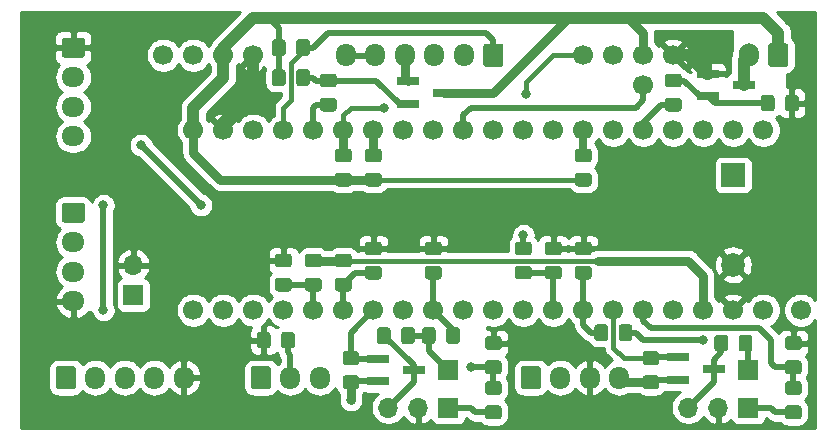
<source format=gbr>
G04 #@! TF.GenerationSoftware,KiCad,Pcbnew,5.1.5-52549c5~86~ubuntu19.04.1*
G04 #@! TF.CreationDate,2020-12-26T14:33:06+01:00*
G04 #@! TF.ProjectId,high-accuracy-logging-volt-ampmeter,68696768-2d61-4636-9375-726163792d6c,v1.0*
G04 #@! TF.SameCoordinates,Original*
G04 #@! TF.FileFunction,Copper,L2,Bot*
G04 #@! TF.FilePolarity,Positive*
%FSLAX46Y46*%
G04 Gerber Fmt 4.6, Leading zero omitted, Abs format (unit mm)*
G04 Created by KiCad (PCBNEW 5.1.5-52549c5~86~ubuntu19.04.1) date 2020-12-26 14:33:06*
%MOMM*%
%LPD*%
G04 APERTURE LIST*
%ADD10C,1.700000*%
%ADD11O,1.700000X1.700000*%
%ADD12R,1.700000X1.700000*%
%ADD13C,2.000000*%
%ADD14R,2.000000X2.000000*%
%ADD15O,1.700000X1.950000*%
%ADD16C,0.100000*%
%ADD17O,1.950000X1.700000*%
%ADD18R,1.900000X0.800000*%
%ADD19O,1.700000X2.000000*%
%ADD20C,0.800000*%
%ADD21C,1.016000*%
%ADD22C,0.635000*%
%ADD23C,0.508000*%
%ADD24C,0.762000*%
%ADD25C,0.381000*%
%ADD26C,0.254000*%
G04 APERTURE END LIST*
D10*
X127000000Y-76835000D03*
X124460000Y-76835000D03*
X121920000Y-76835000D03*
X119380000Y-76835000D03*
D11*
X116840000Y-94615000D03*
D12*
X116840000Y-97155000D03*
D13*
X167640000Y-94595000D03*
D14*
X167640000Y-86995000D03*
D10*
X170180000Y-98425000D03*
X167640000Y-98425000D03*
X165100000Y-98425000D03*
X162560000Y-98425000D03*
X160020000Y-98425000D03*
X157480000Y-98425000D03*
X154940000Y-98425000D03*
X152400000Y-98425000D03*
X149860000Y-98425000D03*
X147320000Y-98425000D03*
X144780000Y-98425000D03*
X142240000Y-98425000D03*
X139700000Y-98425000D03*
X137160000Y-98425000D03*
X134620000Y-98425000D03*
X132080000Y-98425000D03*
X129540000Y-98425000D03*
X127000000Y-98425000D03*
X124460000Y-98425000D03*
X121920000Y-98425000D03*
X121920000Y-83185000D03*
X124460000Y-83185000D03*
X127000000Y-83185000D03*
X129540000Y-83185000D03*
X132080000Y-83185000D03*
X134620000Y-83185000D03*
X137160000Y-83185000D03*
X139700000Y-83185000D03*
X142240000Y-83185000D03*
X144780000Y-83185000D03*
X147320000Y-83185000D03*
X149860000Y-83185000D03*
X152400000Y-83185000D03*
X154940000Y-83185000D03*
X157480000Y-83185000D03*
X160020000Y-83185000D03*
X162560000Y-83185000D03*
X165100000Y-83185000D03*
X167640000Y-83185000D03*
X170180000Y-83185000D03*
D15*
X157995000Y-104140000D03*
X155495000Y-104140000D03*
X152995000Y-104140000D03*
G04 #@! TA.AperFunction,ComponentPad*
D16*
G36*
X151119504Y-103166204D02*
G01*
X151143773Y-103169804D01*
X151167571Y-103175765D01*
X151190671Y-103184030D01*
X151212849Y-103194520D01*
X151233893Y-103207133D01*
X151253598Y-103221747D01*
X151271777Y-103238223D01*
X151288253Y-103256402D01*
X151302867Y-103276107D01*
X151315480Y-103297151D01*
X151325970Y-103319329D01*
X151334235Y-103342429D01*
X151340196Y-103366227D01*
X151343796Y-103390496D01*
X151345000Y-103415000D01*
X151345000Y-104865000D01*
X151343796Y-104889504D01*
X151340196Y-104913773D01*
X151334235Y-104937571D01*
X151325970Y-104960671D01*
X151315480Y-104982849D01*
X151302867Y-105003893D01*
X151288253Y-105023598D01*
X151271777Y-105041777D01*
X151253598Y-105058253D01*
X151233893Y-105072867D01*
X151212849Y-105085480D01*
X151190671Y-105095970D01*
X151167571Y-105104235D01*
X151143773Y-105110196D01*
X151119504Y-105113796D01*
X151095000Y-105115000D01*
X149895000Y-105115000D01*
X149870496Y-105113796D01*
X149846227Y-105110196D01*
X149822429Y-105104235D01*
X149799329Y-105095970D01*
X149777151Y-105085480D01*
X149756107Y-105072867D01*
X149736402Y-105058253D01*
X149718223Y-105041777D01*
X149701747Y-105023598D01*
X149687133Y-105003893D01*
X149674520Y-104982849D01*
X149664030Y-104960671D01*
X149655765Y-104937571D01*
X149649804Y-104913773D01*
X149646204Y-104889504D01*
X149645000Y-104865000D01*
X149645000Y-103415000D01*
X149646204Y-103390496D01*
X149649804Y-103366227D01*
X149655765Y-103342429D01*
X149664030Y-103319329D01*
X149674520Y-103297151D01*
X149687133Y-103276107D01*
X149701747Y-103256402D01*
X149718223Y-103238223D01*
X149736402Y-103221747D01*
X149756107Y-103207133D01*
X149777151Y-103194520D01*
X149799329Y-103184030D01*
X149822429Y-103175765D01*
X149846227Y-103169804D01*
X149870496Y-103166204D01*
X149895000Y-103165000D01*
X151095000Y-103165000D01*
X151119504Y-103166204D01*
G37*
G04 #@! TD.AperFunction*
D11*
X138430000Y-106680000D03*
X140970000Y-106680000D03*
D12*
X143510000Y-106680000D03*
D17*
X111760000Y-83700000D03*
X111760000Y-81200000D03*
X111760000Y-78700000D03*
G04 #@! TA.AperFunction,ComponentPad*
D16*
G36*
X112509504Y-75351204D02*
G01*
X112533773Y-75354804D01*
X112557571Y-75360765D01*
X112580671Y-75369030D01*
X112602849Y-75379520D01*
X112623893Y-75392133D01*
X112643598Y-75406747D01*
X112661777Y-75423223D01*
X112678253Y-75441402D01*
X112692867Y-75461107D01*
X112705480Y-75482151D01*
X112715970Y-75504329D01*
X112724235Y-75527429D01*
X112730196Y-75551227D01*
X112733796Y-75575496D01*
X112735000Y-75600000D01*
X112735000Y-76800000D01*
X112733796Y-76824504D01*
X112730196Y-76848773D01*
X112724235Y-76872571D01*
X112715970Y-76895671D01*
X112705480Y-76917849D01*
X112692867Y-76938893D01*
X112678253Y-76958598D01*
X112661777Y-76976777D01*
X112643598Y-76993253D01*
X112623893Y-77007867D01*
X112602849Y-77020480D01*
X112580671Y-77030970D01*
X112557571Y-77039235D01*
X112533773Y-77045196D01*
X112509504Y-77048796D01*
X112485000Y-77050000D01*
X111035000Y-77050000D01*
X111010496Y-77048796D01*
X110986227Y-77045196D01*
X110962429Y-77039235D01*
X110939329Y-77030970D01*
X110917151Y-77020480D01*
X110896107Y-77007867D01*
X110876402Y-76993253D01*
X110858223Y-76976777D01*
X110841747Y-76958598D01*
X110827133Y-76938893D01*
X110814520Y-76917849D01*
X110804030Y-76895671D01*
X110795765Y-76872571D01*
X110789804Y-76848773D01*
X110786204Y-76824504D01*
X110785000Y-76800000D01*
X110785000Y-75600000D01*
X110786204Y-75575496D01*
X110789804Y-75551227D01*
X110795765Y-75527429D01*
X110804030Y-75504329D01*
X110814520Y-75482151D01*
X110827133Y-75461107D01*
X110841747Y-75441402D01*
X110858223Y-75423223D01*
X110876402Y-75406747D01*
X110896107Y-75392133D01*
X110917151Y-75379520D01*
X110939329Y-75369030D01*
X110962429Y-75360765D01*
X110986227Y-75354804D01*
X111010496Y-75351204D01*
X111035000Y-75350000D01*
X112485000Y-75350000D01*
X112509504Y-75351204D01*
G37*
G04 #@! TD.AperFunction*
D18*
X168505000Y-79375000D03*
X165505000Y-78425000D03*
X165505000Y-80325000D03*
G04 #@! TA.AperFunction,SMDPad,CuDef*
D16*
G36*
X155414505Y-92635204D02*
G01*
X155438773Y-92638804D01*
X155462572Y-92644765D01*
X155485671Y-92653030D01*
X155507850Y-92663520D01*
X155528893Y-92676132D01*
X155548599Y-92690747D01*
X155566777Y-92707223D01*
X155583253Y-92725401D01*
X155597868Y-92745107D01*
X155610480Y-92766150D01*
X155620970Y-92788329D01*
X155629235Y-92811428D01*
X155635196Y-92835227D01*
X155638796Y-92859495D01*
X155640000Y-92883999D01*
X155640000Y-93534001D01*
X155638796Y-93558505D01*
X155635196Y-93582773D01*
X155629235Y-93606572D01*
X155620970Y-93629671D01*
X155610480Y-93651850D01*
X155597868Y-93672893D01*
X155583253Y-93692599D01*
X155566777Y-93710777D01*
X155548599Y-93727253D01*
X155528893Y-93741868D01*
X155507850Y-93754480D01*
X155485671Y-93764970D01*
X155462572Y-93773235D01*
X155438773Y-93779196D01*
X155414505Y-93782796D01*
X155390001Y-93784000D01*
X154489999Y-93784000D01*
X154465495Y-93782796D01*
X154441227Y-93779196D01*
X154417428Y-93773235D01*
X154394329Y-93764970D01*
X154372150Y-93754480D01*
X154351107Y-93741868D01*
X154331401Y-93727253D01*
X154313223Y-93710777D01*
X154296747Y-93692599D01*
X154282132Y-93672893D01*
X154269520Y-93651850D01*
X154259030Y-93629671D01*
X154250765Y-93606572D01*
X154244804Y-93582773D01*
X154241204Y-93558505D01*
X154240000Y-93534001D01*
X154240000Y-92883999D01*
X154241204Y-92859495D01*
X154244804Y-92835227D01*
X154250765Y-92811428D01*
X154259030Y-92788329D01*
X154269520Y-92766150D01*
X154282132Y-92745107D01*
X154296747Y-92725401D01*
X154313223Y-92707223D01*
X154331401Y-92690747D01*
X154351107Y-92676132D01*
X154372150Y-92663520D01*
X154394329Y-92653030D01*
X154417428Y-92644765D01*
X154441227Y-92638804D01*
X154465495Y-92635204D01*
X154489999Y-92634000D01*
X155390001Y-92634000D01*
X155414505Y-92635204D01*
G37*
G04 #@! TD.AperFunction*
G04 #@! TA.AperFunction,SMDPad,CuDef*
G36*
X155414505Y-94685204D02*
G01*
X155438773Y-94688804D01*
X155462572Y-94694765D01*
X155485671Y-94703030D01*
X155507850Y-94713520D01*
X155528893Y-94726132D01*
X155548599Y-94740747D01*
X155566777Y-94757223D01*
X155583253Y-94775401D01*
X155597868Y-94795107D01*
X155610480Y-94816150D01*
X155620970Y-94838329D01*
X155629235Y-94861428D01*
X155635196Y-94885227D01*
X155638796Y-94909495D01*
X155640000Y-94933999D01*
X155640000Y-95584001D01*
X155638796Y-95608505D01*
X155635196Y-95632773D01*
X155629235Y-95656572D01*
X155620970Y-95679671D01*
X155610480Y-95701850D01*
X155597868Y-95722893D01*
X155583253Y-95742599D01*
X155566777Y-95760777D01*
X155548599Y-95777253D01*
X155528893Y-95791868D01*
X155507850Y-95804480D01*
X155485671Y-95814970D01*
X155462572Y-95823235D01*
X155438773Y-95829196D01*
X155414505Y-95832796D01*
X155390001Y-95834000D01*
X154489999Y-95834000D01*
X154465495Y-95832796D01*
X154441227Y-95829196D01*
X154417428Y-95823235D01*
X154394329Y-95814970D01*
X154372150Y-95804480D01*
X154351107Y-95791868D01*
X154331401Y-95777253D01*
X154313223Y-95760777D01*
X154296747Y-95742599D01*
X154282132Y-95722893D01*
X154269520Y-95701850D01*
X154259030Y-95679671D01*
X154250765Y-95656572D01*
X154244804Y-95632773D01*
X154241204Y-95608505D01*
X154240000Y-95584001D01*
X154240000Y-94933999D01*
X154241204Y-94909495D01*
X154244804Y-94885227D01*
X154250765Y-94861428D01*
X154259030Y-94838329D01*
X154269520Y-94816150D01*
X154282132Y-94795107D01*
X154296747Y-94775401D01*
X154313223Y-94757223D01*
X154331401Y-94740747D01*
X154351107Y-94726132D01*
X154372150Y-94713520D01*
X154394329Y-94703030D01*
X154417428Y-94694765D01*
X154441227Y-94688804D01*
X154465495Y-94685204D01*
X154489999Y-94684000D01*
X155390001Y-94684000D01*
X155414505Y-94685204D01*
G37*
G04 #@! TD.AperFunction*
G04 #@! TA.AperFunction,SMDPad,CuDef*
G36*
X156804505Y-99631204D02*
G01*
X156828773Y-99634804D01*
X156852572Y-99640765D01*
X156875671Y-99649030D01*
X156897850Y-99659520D01*
X156918893Y-99672132D01*
X156938599Y-99686747D01*
X156956777Y-99703223D01*
X156973253Y-99721401D01*
X156987868Y-99741107D01*
X157000480Y-99762150D01*
X157010970Y-99784329D01*
X157019235Y-99807428D01*
X157025196Y-99831227D01*
X157028796Y-99855495D01*
X157030000Y-99879999D01*
X157030000Y-100780001D01*
X157028796Y-100804505D01*
X157025196Y-100828773D01*
X157019235Y-100852572D01*
X157010970Y-100875671D01*
X157000480Y-100897850D01*
X156987868Y-100918893D01*
X156973253Y-100938599D01*
X156956777Y-100956777D01*
X156938599Y-100973253D01*
X156918893Y-100987868D01*
X156897850Y-101000480D01*
X156875671Y-101010970D01*
X156852572Y-101019235D01*
X156828773Y-101025196D01*
X156804505Y-101028796D01*
X156780001Y-101030000D01*
X156129999Y-101030000D01*
X156105495Y-101028796D01*
X156081227Y-101025196D01*
X156057428Y-101019235D01*
X156034329Y-101010970D01*
X156012150Y-101000480D01*
X155991107Y-100987868D01*
X155971401Y-100973253D01*
X155953223Y-100956777D01*
X155936747Y-100938599D01*
X155922132Y-100918893D01*
X155909520Y-100897850D01*
X155899030Y-100875671D01*
X155890765Y-100852572D01*
X155884804Y-100828773D01*
X155881204Y-100804505D01*
X155880000Y-100780001D01*
X155880000Y-99879999D01*
X155881204Y-99855495D01*
X155884804Y-99831227D01*
X155890765Y-99807428D01*
X155899030Y-99784329D01*
X155909520Y-99762150D01*
X155922132Y-99741107D01*
X155936747Y-99721401D01*
X155953223Y-99703223D01*
X155971401Y-99686747D01*
X155991107Y-99672132D01*
X156012150Y-99659520D01*
X156034329Y-99649030D01*
X156057428Y-99640765D01*
X156081227Y-99634804D01*
X156105495Y-99631204D01*
X156129999Y-99630000D01*
X156780001Y-99630000D01*
X156804505Y-99631204D01*
G37*
G04 #@! TD.AperFunction*
G04 #@! TA.AperFunction,SMDPad,CuDef*
G36*
X158854505Y-99631204D02*
G01*
X158878773Y-99634804D01*
X158902572Y-99640765D01*
X158925671Y-99649030D01*
X158947850Y-99659520D01*
X158968893Y-99672132D01*
X158988599Y-99686747D01*
X159006777Y-99703223D01*
X159023253Y-99721401D01*
X159037868Y-99741107D01*
X159050480Y-99762150D01*
X159060970Y-99784329D01*
X159069235Y-99807428D01*
X159075196Y-99831227D01*
X159078796Y-99855495D01*
X159080000Y-99879999D01*
X159080000Y-100780001D01*
X159078796Y-100804505D01*
X159075196Y-100828773D01*
X159069235Y-100852572D01*
X159060970Y-100875671D01*
X159050480Y-100897850D01*
X159037868Y-100918893D01*
X159023253Y-100938599D01*
X159006777Y-100956777D01*
X158988599Y-100973253D01*
X158968893Y-100987868D01*
X158947850Y-101000480D01*
X158925671Y-101010970D01*
X158902572Y-101019235D01*
X158878773Y-101025196D01*
X158854505Y-101028796D01*
X158830001Y-101030000D01*
X158179999Y-101030000D01*
X158155495Y-101028796D01*
X158131227Y-101025196D01*
X158107428Y-101019235D01*
X158084329Y-101010970D01*
X158062150Y-101000480D01*
X158041107Y-100987868D01*
X158021401Y-100973253D01*
X158003223Y-100956777D01*
X157986747Y-100938599D01*
X157972132Y-100918893D01*
X157959520Y-100897850D01*
X157949030Y-100875671D01*
X157940765Y-100852572D01*
X157934804Y-100828773D01*
X157931204Y-100804505D01*
X157930000Y-100780001D01*
X157930000Y-99879999D01*
X157931204Y-99855495D01*
X157934804Y-99831227D01*
X157940765Y-99807428D01*
X157949030Y-99784329D01*
X157959520Y-99762150D01*
X157972132Y-99741107D01*
X157986747Y-99721401D01*
X158003223Y-99703223D01*
X158021401Y-99686747D01*
X158041107Y-99672132D01*
X158062150Y-99659520D01*
X158084329Y-99649030D01*
X158107428Y-99640765D01*
X158131227Y-99634804D01*
X158155495Y-99631204D01*
X158179999Y-99630000D01*
X158830001Y-99630000D01*
X158854505Y-99631204D01*
G37*
G04 #@! TD.AperFunction*
G04 #@! TA.AperFunction,SMDPad,CuDef*
G36*
X142714505Y-92635204D02*
G01*
X142738773Y-92638804D01*
X142762572Y-92644765D01*
X142785671Y-92653030D01*
X142807850Y-92663520D01*
X142828893Y-92676132D01*
X142848599Y-92690747D01*
X142866777Y-92707223D01*
X142883253Y-92725401D01*
X142897868Y-92745107D01*
X142910480Y-92766150D01*
X142920970Y-92788329D01*
X142929235Y-92811428D01*
X142935196Y-92835227D01*
X142938796Y-92859495D01*
X142940000Y-92883999D01*
X142940000Y-93534001D01*
X142938796Y-93558505D01*
X142935196Y-93582773D01*
X142929235Y-93606572D01*
X142920970Y-93629671D01*
X142910480Y-93651850D01*
X142897868Y-93672893D01*
X142883253Y-93692599D01*
X142866777Y-93710777D01*
X142848599Y-93727253D01*
X142828893Y-93741868D01*
X142807850Y-93754480D01*
X142785671Y-93764970D01*
X142762572Y-93773235D01*
X142738773Y-93779196D01*
X142714505Y-93782796D01*
X142690001Y-93784000D01*
X141789999Y-93784000D01*
X141765495Y-93782796D01*
X141741227Y-93779196D01*
X141717428Y-93773235D01*
X141694329Y-93764970D01*
X141672150Y-93754480D01*
X141651107Y-93741868D01*
X141631401Y-93727253D01*
X141613223Y-93710777D01*
X141596747Y-93692599D01*
X141582132Y-93672893D01*
X141569520Y-93651850D01*
X141559030Y-93629671D01*
X141550765Y-93606572D01*
X141544804Y-93582773D01*
X141541204Y-93558505D01*
X141540000Y-93534001D01*
X141540000Y-92883999D01*
X141541204Y-92859495D01*
X141544804Y-92835227D01*
X141550765Y-92811428D01*
X141559030Y-92788329D01*
X141569520Y-92766150D01*
X141582132Y-92745107D01*
X141596747Y-92725401D01*
X141613223Y-92707223D01*
X141631401Y-92690747D01*
X141651107Y-92676132D01*
X141672150Y-92663520D01*
X141694329Y-92653030D01*
X141717428Y-92644765D01*
X141741227Y-92638804D01*
X141765495Y-92635204D01*
X141789999Y-92634000D01*
X142690001Y-92634000D01*
X142714505Y-92635204D01*
G37*
G04 #@! TD.AperFunction*
G04 #@! TA.AperFunction,SMDPad,CuDef*
G36*
X142714505Y-94685204D02*
G01*
X142738773Y-94688804D01*
X142762572Y-94694765D01*
X142785671Y-94703030D01*
X142807850Y-94713520D01*
X142828893Y-94726132D01*
X142848599Y-94740747D01*
X142866777Y-94757223D01*
X142883253Y-94775401D01*
X142897868Y-94795107D01*
X142910480Y-94816150D01*
X142920970Y-94838329D01*
X142929235Y-94861428D01*
X142935196Y-94885227D01*
X142938796Y-94909495D01*
X142940000Y-94933999D01*
X142940000Y-95584001D01*
X142938796Y-95608505D01*
X142935196Y-95632773D01*
X142929235Y-95656572D01*
X142920970Y-95679671D01*
X142910480Y-95701850D01*
X142897868Y-95722893D01*
X142883253Y-95742599D01*
X142866777Y-95760777D01*
X142848599Y-95777253D01*
X142828893Y-95791868D01*
X142807850Y-95804480D01*
X142785671Y-95814970D01*
X142762572Y-95823235D01*
X142738773Y-95829196D01*
X142714505Y-95832796D01*
X142690001Y-95834000D01*
X141789999Y-95834000D01*
X141765495Y-95832796D01*
X141741227Y-95829196D01*
X141717428Y-95823235D01*
X141694329Y-95814970D01*
X141672150Y-95804480D01*
X141651107Y-95791868D01*
X141631401Y-95777253D01*
X141613223Y-95760777D01*
X141596747Y-95742599D01*
X141582132Y-95722893D01*
X141569520Y-95701850D01*
X141559030Y-95679671D01*
X141550765Y-95656572D01*
X141544804Y-95632773D01*
X141541204Y-95608505D01*
X141540000Y-95584001D01*
X141540000Y-94933999D01*
X141541204Y-94909495D01*
X141544804Y-94885227D01*
X141550765Y-94861428D01*
X141559030Y-94838329D01*
X141569520Y-94816150D01*
X141582132Y-94795107D01*
X141596747Y-94775401D01*
X141613223Y-94757223D01*
X141631401Y-94740747D01*
X141651107Y-94726132D01*
X141672150Y-94713520D01*
X141694329Y-94703030D01*
X141717428Y-94694765D01*
X141741227Y-94688804D01*
X141765495Y-94685204D01*
X141789999Y-94684000D01*
X142690001Y-94684000D01*
X142714505Y-94685204D01*
G37*
G04 #@! TD.AperFunction*
G04 #@! TA.AperFunction,SMDPad,CuDef*
G36*
X144249505Y-99876204D02*
G01*
X144273773Y-99879804D01*
X144297572Y-99885765D01*
X144320671Y-99894030D01*
X144342850Y-99904520D01*
X144363893Y-99917132D01*
X144383599Y-99931747D01*
X144401777Y-99948223D01*
X144418253Y-99966401D01*
X144432868Y-99986107D01*
X144445480Y-100007150D01*
X144455970Y-100029329D01*
X144464235Y-100052428D01*
X144470196Y-100076227D01*
X144473796Y-100100495D01*
X144475000Y-100124999D01*
X144475000Y-101025001D01*
X144473796Y-101049505D01*
X144470196Y-101073773D01*
X144464235Y-101097572D01*
X144455970Y-101120671D01*
X144445480Y-101142850D01*
X144432868Y-101163893D01*
X144418253Y-101183599D01*
X144401777Y-101201777D01*
X144383599Y-101218253D01*
X144363893Y-101232868D01*
X144342850Y-101245480D01*
X144320671Y-101255970D01*
X144297572Y-101264235D01*
X144273773Y-101270196D01*
X144249505Y-101273796D01*
X144225001Y-101275000D01*
X143574999Y-101275000D01*
X143550495Y-101273796D01*
X143526227Y-101270196D01*
X143502428Y-101264235D01*
X143479329Y-101255970D01*
X143457150Y-101245480D01*
X143436107Y-101232868D01*
X143416401Y-101218253D01*
X143398223Y-101201777D01*
X143381747Y-101183599D01*
X143367132Y-101163893D01*
X143354520Y-101142850D01*
X143344030Y-101120671D01*
X143335765Y-101097572D01*
X143329804Y-101073773D01*
X143326204Y-101049505D01*
X143325000Y-101025001D01*
X143325000Y-100124999D01*
X143326204Y-100100495D01*
X143329804Y-100076227D01*
X143335765Y-100052428D01*
X143344030Y-100029329D01*
X143354520Y-100007150D01*
X143367132Y-99986107D01*
X143381747Y-99966401D01*
X143398223Y-99948223D01*
X143416401Y-99931747D01*
X143436107Y-99917132D01*
X143457150Y-99904520D01*
X143479329Y-99894030D01*
X143502428Y-99885765D01*
X143526227Y-99879804D01*
X143550495Y-99876204D01*
X143574999Y-99875000D01*
X144225001Y-99875000D01*
X144249505Y-99876204D01*
G37*
G04 #@! TD.AperFunction*
G04 #@! TA.AperFunction,SMDPad,CuDef*
G36*
X142199505Y-99876204D02*
G01*
X142223773Y-99879804D01*
X142247572Y-99885765D01*
X142270671Y-99894030D01*
X142292850Y-99904520D01*
X142313893Y-99917132D01*
X142333599Y-99931747D01*
X142351777Y-99948223D01*
X142368253Y-99966401D01*
X142382868Y-99986107D01*
X142395480Y-100007150D01*
X142405970Y-100029329D01*
X142414235Y-100052428D01*
X142420196Y-100076227D01*
X142423796Y-100100495D01*
X142425000Y-100124999D01*
X142425000Y-101025001D01*
X142423796Y-101049505D01*
X142420196Y-101073773D01*
X142414235Y-101097572D01*
X142405970Y-101120671D01*
X142395480Y-101142850D01*
X142382868Y-101163893D01*
X142368253Y-101183599D01*
X142351777Y-101201777D01*
X142333599Y-101218253D01*
X142313893Y-101232868D01*
X142292850Y-101245480D01*
X142270671Y-101255970D01*
X142247572Y-101264235D01*
X142223773Y-101270196D01*
X142199505Y-101273796D01*
X142175001Y-101275000D01*
X141524999Y-101275000D01*
X141500495Y-101273796D01*
X141476227Y-101270196D01*
X141452428Y-101264235D01*
X141429329Y-101255970D01*
X141407150Y-101245480D01*
X141386107Y-101232868D01*
X141366401Y-101218253D01*
X141348223Y-101201777D01*
X141331747Y-101183599D01*
X141317132Y-101163893D01*
X141304520Y-101142850D01*
X141294030Y-101120671D01*
X141285765Y-101097572D01*
X141279804Y-101073773D01*
X141276204Y-101049505D01*
X141275000Y-101025001D01*
X141275000Y-100124999D01*
X141276204Y-100100495D01*
X141279804Y-100076227D01*
X141285765Y-100052428D01*
X141294030Y-100029329D01*
X141304520Y-100007150D01*
X141317132Y-99986107D01*
X141331747Y-99966401D01*
X141348223Y-99948223D01*
X141366401Y-99931747D01*
X141386107Y-99917132D01*
X141407150Y-99904520D01*
X141429329Y-99894030D01*
X141452428Y-99885765D01*
X141476227Y-99879804D01*
X141500495Y-99876204D01*
X141524999Y-99875000D01*
X142175001Y-99875000D01*
X142199505Y-99876204D01*
G37*
G04 #@! TD.AperFunction*
G04 #@! TA.AperFunction,SMDPad,CuDef*
G36*
X152874505Y-92631504D02*
G01*
X152898773Y-92635104D01*
X152922572Y-92641065D01*
X152945671Y-92649330D01*
X152967850Y-92659820D01*
X152988893Y-92672432D01*
X153008599Y-92687047D01*
X153026777Y-92703523D01*
X153043253Y-92721701D01*
X153057868Y-92741407D01*
X153070480Y-92762450D01*
X153080970Y-92784629D01*
X153089235Y-92807728D01*
X153095196Y-92831527D01*
X153098796Y-92855795D01*
X153100000Y-92880299D01*
X153100000Y-93530301D01*
X153098796Y-93554805D01*
X153095196Y-93579073D01*
X153089235Y-93602872D01*
X153080970Y-93625971D01*
X153070480Y-93648150D01*
X153057868Y-93669193D01*
X153043253Y-93688899D01*
X153026777Y-93707077D01*
X153008599Y-93723553D01*
X152988893Y-93738168D01*
X152967850Y-93750780D01*
X152945671Y-93761270D01*
X152922572Y-93769535D01*
X152898773Y-93775496D01*
X152874505Y-93779096D01*
X152850001Y-93780300D01*
X151949999Y-93780300D01*
X151925495Y-93779096D01*
X151901227Y-93775496D01*
X151877428Y-93769535D01*
X151854329Y-93761270D01*
X151832150Y-93750780D01*
X151811107Y-93738168D01*
X151791401Y-93723553D01*
X151773223Y-93707077D01*
X151756747Y-93688899D01*
X151742132Y-93669193D01*
X151729520Y-93648150D01*
X151719030Y-93625971D01*
X151710765Y-93602872D01*
X151704804Y-93579073D01*
X151701204Y-93554805D01*
X151700000Y-93530301D01*
X151700000Y-92880299D01*
X151701204Y-92855795D01*
X151704804Y-92831527D01*
X151710765Y-92807728D01*
X151719030Y-92784629D01*
X151729520Y-92762450D01*
X151742132Y-92741407D01*
X151756747Y-92721701D01*
X151773223Y-92703523D01*
X151791401Y-92687047D01*
X151811107Y-92672432D01*
X151832150Y-92659820D01*
X151854329Y-92649330D01*
X151877428Y-92641065D01*
X151901227Y-92635104D01*
X151925495Y-92631504D01*
X151949999Y-92630300D01*
X152850001Y-92630300D01*
X152874505Y-92631504D01*
G37*
G04 #@! TD.AperFunction*
G04 #@! TA.AperFunction,SMDPad,CuDef*
G36*
X152874505Y-94681504D02*
G01*
X152898773Y-94685104D01*
X152922572Y-94691065D01*
X152945671Y-94699330D01*
X152967850Y-94709820D01*
X152988893Y-94722432D01*
X153008599Y-94737047D01*
X153026777Y-94753523D01*
X153043253Y-94771701D01*
X153057868Y-94791407D01*
X153070480Y-94812450D01*
X153080970Y-94834629D01*
X153089235Y-94857728D01*
X153095196Y-94881527D01*
X153098796Y-94905795D01*
X153100000Y-94930299D01*
X153100000Y-95580301D01*
X153098796Y-95604805D01*
X153095196Y-95629073D01*
X153089235Y-95652872D01*
X153080970Y-95675971D01*
X153070480Y-95698150D01*
X153057868Y-95719193D01*
X153043253Y-95738899D01*
X153026777Y-95757077D01*
X153008599Y-95773553D01*
X152988893Y-95788168D01*
X152967850Y-95800780D01*
X152945671Y-95811270D01*
X152922572Y-95819535D01*
X152898773Y-95825496D01*
X152874505Y-95829096D01*
X152850001Y-95830300D01*
X151949999Y-95830300D01*
X151925495Y-95829096D01*
X151901227Y-95825496D01*
X151877428Y-95819535D01*
X151854329Y-95811270D01*
X151832150Y-95800780D01*
X151811107Y-95788168D01*
X151791401Y-95773553D01*
X151773223Y-95757077D01*
X151756747Y-95738899D01*
X151742132Y-95719193D01*
X151729520Y-95698150D01*
X151719030Y-95675971D01*
X151710765Y-95652872D01*
X151704804Y-95629073D01*
X151701204Y-95604805D01*
X151700000Y-95580301D01*
X151700000Y-94930299D01*
X151701204Y-94905795D01*
X151704804Y-94881527D01*
X151710765Y-94857728D01*
X151719030Y-94834629D01*
X151729520Y-94812450D01*
X151742132Y-94791407D01*
X151756747Y-94771701D01*
X151773223Y-94753523D01*
X151791401Y-94737047D01*
X151811107Y-94722432D01*
X151832150Y-94709820D01*
X151854329Y-94699330D01*
X151877428Y-94691065D01*
X151901227Y-94685104D01*
X151925495Y-94681504D01*
X151949999Y-94680300D01*
X152850001Y-94680300D01*
X152874505Y-94681504D01*
G37*
G04 #@! TD.AperFunction*
G04 #@! TA.AperFunction,SMDPad,CuDef*
G36*
X150334505Y-92631504D02*
G01*
X150358773Y-92635104D01*
X150382572Y-92641065D01*
X150405671Y-92649330D01*
X150427850Y-92659820D01*
X150448893Y-92672432D01*
X150468599Y-92687047D01*
X150486777Y-92703523D01*
X150503253Y-92721701D01*
X150517868Y-92741407D01*
X150530480Y-92762450D01*
X150540970Y-92784629D01*
X150549235Y-92807728D01*
X150555196Y-92831527D01*
X150558796Y-92855795D01*
X150560000Y-92880299D01*
X150560000Y-93530301D01*
X150558796Y-93554805D01*
X150555196Y-93579073D01*
X150549235Y-93602872D01*
X150540970Y-93625971D01*
X150530480Y-93648150D01*
X150517868Y-93669193D01*
X150503253Y-93688899D01*
X150486777Y-93707077D01*
X150468599Y-93723553D01*
X150448893Y-93738168D01*
X150427850Y-93750780D01*
X150405671Y-93761270D01*
X150382572Y-93769535D01*
X150358773Y-93775496D01*
X150334505Y-93779096D01*
X150310001Y-93780300D01*
X149409999Y-93780300D01*
X149385495Y-93779096D01*
X149361227Y-93775496D01*
X149337428Y-93769535D01*
X149314329Y-93761270D01*
X149292150Y-93750780D01*
X149271107Y-93738168D01*
X149251401Y-93723553D01*
X149233223Y-93707077D01*
X149216747Y-93688899D01*
X149202132Y-93669193D01*
X149189520Y-93648150D01*
X149179030Y-93625971D01*
X149170765Y-93602872D01*
X149164804Y-93579073D01*
X149161204Y-93554805D01*
X149160000Y-93530301D01*
X149160000Y-92880299D01*
X149161204Y-92855795D01*
X149164804Y-92831527D01*
X149170765Y-92807728D01*
X149179030Y-92784629D01*
X149189520Y-92762450D01*
X149202132Y-92741407D01*
X149216747Y-92721701D01*
X149233223Y-92703523D01*
X149251401Y-92687047D01*
X149271107Y-92672432D01*
X149292150Y-92659820D01*
X149314329Y-92649330D01*
X149337428Y-92641065D01*
X149361227Y-92635104D01*
X149385495Y-92631504D01*
X149409999Y-92630300D01*
X150310001Y-92630300D01*
X150334505Y-92631504D01*
G37*
G04 #@! TD.AperFunction*
G04 #@! TA.AperFunction,SMDPad,CuDef*
G36*
X150334505Y-94681504D02*
G01*
X150358773Y-94685104D01*
X150382572Y-94691065D01*
X150405671Y-94699330D01*
X150427850Y-94709820D01*
X150448893Y-94722432D01*
X150468599Y-94737047D01*
X150486777Y-94753523D01*
X150503253Y-94771701D01*
X150517868Y-94791407D01*
X150530480Y-94812450D01*
X150540970Y-94834629D01*
X150549235Y-94857728D01*
X150555196Y-94881527D01*
X150558796Y-94905795D01*
X150560000Y-94930299D01*
X150560000Y-95580301D01*
X150558796Y-95604805D01*
X150555196Y-95629073D01*
X150549235Y-95652872D01*
X150540970Y-95675971D01*
X150530480Y-95698150D01*
X150517868Y-95719193D01*
X150503253Y-95738899D01*
X150486777Y-95757077D01*
X150468599Y-95773553D01*
X150448893Y-95788168D01*
X150427850Y-95800780D01*
X150405671Y-95811270D01*
X150382572Y-95819535D01*
X150358773Y-95825496D01*
X150334505Y-95829096D01*
X150310001Y-95830300D01*
X149409999Y-95830300D01*
X149385495Y-95829096D01*
X149361227Y-95825496D01*
X149337428Y-95819535D01*
X149314329Y-95811270D01*
X149292150Y-95800780D01*
X149271107Y-95788168D01*
X149251401Y-95773553D01*
X149233223Y-95757077D01*
X149216747Y-95738899D01*
X149202132Y-95719193D01*
X149189520Y-95698150D01*
X149179030Y-95675971D01*
X149170765Y-95652872D01*
X149164804Y-95629073D01*
X149161204Y-95604805D01*
X149160000Y-95580301D01*
X149160000Y-94930299D01*
X149161204Y-94905795D01*
X149164804Y-94881527D01*
X149170765Y-94857728D01*
X149179030Y-94834629D01*
X149189520Y-94812450D01*
X149202132Y-94791407D01*
X149216747Y-94771701D01*
X149233223Y-94753523D01*
X149251401Y-94737047D01*
X149271107Y-94722432D01*
X149292150Y-94709820D01*
X149314329Y-94699330D01*
X149337428Y-94691065D01*
X149361227Y-94685104D01*
X149385495Y-94681504D01*
X149409999Y-94680300D01*
X150310001Y-94680300D01*
X150334505Y-94681504D01*
G37*
G04 #@! TD.AperFunction*
G04 #@! TA.AperFunction,SMDPad,CuDef*
G36*
X131549505Y-75501204D02*
G01*
X131573773Y-75504804D01*
X131597572Y-75510765D01*
X131620671Y-75519030D01*
X131642850Y-75529520D01*
X131663893Y-75542132D01*
X131683599Y-75556747D01*
X131701777Y-75573223D01*
X131718253Y-75591401D01*
X131732868Y-75611107D01*
X131745480Y-75632150D01*
X131755970Y-75654329D01*
X131764235Y-75677428D01*
X131770196Y-75701227D01*
X131773796Y-75725495D01*
X131775000Y-75749999D01*
X131775000Y-76650001D01*
X131773796Y-76674505D01*
X131770196Y-76698773D01*
X131764235Y-76722572D01*
X131755970Y-76745671D01*
X131745480Y-76767850D01*
X131732868Y-76788893D01*
X131718253Y-76808599D01*
X131701777Y-76826777D01*
X131683599Y-76843253D01*
X131663893Y-76857868D01*
X131642850Y-76870480D01*
X131620671Y-76880970D01*
X131597572Y-76889235D01*
X131573773Y-76895196D01*
X131549505Y-76898796D01*
X131525001Y-76900000D01*
X130874999Y-76900000D01*
X130850495Y-76898796D01*
X130826227Y-76895196D01*
X130802428Y-76889235D01*
X130779329Y-76880970D01*
X130757150Y-76870480D01*
X130736107Y-76857868D01*
X130716401Y-76843253D01*
X130698223Y-76826777D01*
X130681747Y-76808599D01*
X130667132Y-76788893D01*
X130654520Y-76767850D01*
X130644030Y-76745671D01*
X130635765Y-76722572D01*
X130629804Y-76698773D01*
X130626204Y-76674505D01*
X130625000Y-76650001D01*
X130625000Y-75749999D01*
X130626204Y-75725495D01*
X130629804Y-75701227D01*
X130635765Y-75677428D01*
X130644030Y-75654329D01*
X130654520Y-75632150D01*
X130667132Y-75611107D01*
X130681747Y-75591401D01*
X130698223Y-75573223D01*
X130716401Y-75556747D01*
X130736107Y-75542132D01*
X130757150Y-75529520D01*
X130779329Y-75519030D01*
X130802428Y-75510765D01*
X130826227Y-75504804D01*
X130850495Y-75501204D01*
X130874999Y-75500000D01*
X131525001Y-75500000D01*
X131549505Y-75501204D01*
G37*
G04 #@! TD.AperFunction*
G04 #@! TA.AperFunction,SMDPad,CuDef*
G36*
X129499505Y-75501204D02*
G01*
X129523773Y-75504804D01*
X129547572Y-75510765D01*
X129570671Y-75519030D01*
X129592850Y-75529520D01*
X129613893Y-75542132D01*
X129633599Y-75556747D01*
X129651777Y-75573223D01*
X129668253Y-75591401D01*
X129682868Y-75611107D01*
X129695480Y-75632150D01*
X129705970Y-75654329D01*
X129714235Y-75677428D01*
X129720196Y-75701227D01*
X129723796Y-75725495D01*
X129725000Y-75749999D01*
X129725000Y-76650001D01*
X129723796Y-76674505D01*
X129720196Y-76698773D01*
X129714235Y-76722572D01*
X129705970Y-76745671D01*
X129695480Y-76767850D01*
X129682868Y-76788893D01*
X129668253Y-76808599D01*
X129651777Y-76826777D01*
X129633599Y-76843253D01*
X129613893Y-76857868D01*
X129592850Y-76870480D01*
X129570671Y-76880970D01*
X129547572Y-76889235D01*
X129523773Y-76895196D01*
X129499505Y-76898796D01*
X129475001Y-76900000D01*
X128824999Y-76900000D01*
X128800495Y-76898796D01*
X128776227Y-76895196D01*
X128752428Y-76889235D01*
X128729329Y-76880970D01*
X128707150Y-76870480D01*
X128686107Y-76857868D01*
X128666401Y-76843253D01*
X128648223Y-76826777D01*
X128631747Y-76808599D01*
X128617132Y-76788893D01*
X128604520Y-76767850D01*
X128594030Y-76745671D01*
X128585765Y-76722572D01*
X128579804Y-76698773D01*
X128576204Y-76674505D01*
X128575000Y-76650001D01*
X128575000Y-75749999D01*
X128576204Y-75725495D01*
X128579804Y-75701227D01*
X128585765Y-75677428D01*
X128594030Y-75654329D01*
X128604520Y-75632150D01*
X128617132Y-75611107D01*
X128631747Y-75591401D01*
X128648223Y-75573223D01*
X128666401Y-75556747D01*
X128686107Y-75542132D01*
X128707150Y-75529520D01*
X128729329Y-75519030D01*
X128752428Y-75510765D01*
X128776227Y-75504804D01*
X128800495Y-75501204D01*
X128824999Y-75500000D01*
X129475001Y-75500000D01*
X129499505Y-75501204D01*
G37*
G04 #@! TD.AperFunction*
D10*
X162560000Y-76835000D03*
X160020000Y-76835000D03*
X157480000Y-76835000D03*
X154940000Y-76835000D03*
G04 #@! TA.AperFunction,SMDPad,CuDef*
D16*
G36*
X163034505Y-78411204D02*
G01*
X163058773Y-78414804D01*
X163082572Y-78420765D01*
X163105671Y-78429030D01*
X163127850Y-78439520D01*
X163148893Y-78452132D01*
X163168599Y-78466747D01*
X163186777Y-78483223D01*
X163203253Y-78501401D01*
X163217868Y-78521107D01*
X163230480Y-78542150D01*
X163240970Y-78564329D01*
X163249235Y-78587428D01*
X163255196Y-78611227D01*
X163258796Y-78635495D01*
X163260000Y-78659999D01*
X163260000Y-79310001D01*
X163258796Y-79334505D01*
X163255196Y-79358773D01*
X163249235Y-79382572D01*
X163240970Y-79405671D01*
X163230480Y-79427850D01*
X163217868Y-79448893D01*
X163203253Y-79468599D01*
X163186777Y-79486777D01*
X163168599Y-79503253D01*
X163148893Y-79517868D01*
X163127850Y-79530480D01*
X163105671Y-79540970D01*
X163082572Y-79549235D01*
X163058773Y-79555196D01*
X163034505Y-79558796D01*
X163010001Y-79560000D01*
X162109999Y-79560000D01*
X162085495Y-79558796D01*
X162061227Y-79555196D01*
X162037428Y-79549235D01*
X162014329Y-79540970D01*
X161992150Y-79530480D01*
X161971107Y-79517868D01*
X161951401Y-79503253D01*
X161933223Y-79486777D01*
X161916747Y-79468599D01*
X161902132Y-79448893D01*
X161889520Y-79427850D01*
X161879030Y-79405671D01*
X161870765Y-79382572D01*
X161864804Y-79358773D01*
X161861204Y-79334505D01*
X161860000Y-79310001D01*
X161860000Y-78659999D01*
X161861204Y-78635495D01*
X161864804Y-78611227D01*
X161870765Y-78587428D01*
X161879030Y-78564329D01*
X161889520Y-78542150D01*
X161902132Y-78521107D01*
X161916747Y-78501401D01*
X161933223Y-78483223D01*
X161951401Y-78466747D01*
X161971107Y-78452132D01*
X161992150Y-78439520D01*
X162014329Y-78429030D01*
X162037428Y-78420765D01*
X162061227Y-78414804D01*
X162085495Y-78411204D01*
X162109999Y-78410000D01*
X163010001Y-78410000D01*
X163034505Y-78411204D01*
G37*
G04 #@! TD.AperFunction*
G04 #@! TA.AperFunction,SMDPad,CuDef*
G36*
X163034505Y-80461204D02*
G01*
X163058773Y-80464804D01*
X163082572Y-80470765D01*
X163105671Y-80479030D01*
X163127850Y-80489520D01*
X163148893Y-80502132D01*
X163168599Y-80516747D01*
X163186777Y-80533223D01*
X163203253Y-80551401D01*
X163217868Y-80571107D01*
X163230480Y-80592150D01*
X163240970Y-80614329D01*
X163249235Y-80637428D01*
X163255196Y-80661227D01*
X163258796Y-80685495D01*
X163260000Y-80709999D01*
X163260000Y-81360001D01*
X163258796Y-81384505D01*
X163255196Y-81408773D01*
X163249235Y-81432572D01*
X163240970Y-81455671D01*
X163230480Y-81477850D01*
X163217868Y-81498893D01*
X163203253Y-81518599D01*
X163186777Y-81536777D01*
X163168599Y-81553253D01*
X163148893Y-81567868D01*
X163127850Y-81580480D01*
X163105671Y-81590970D01*
X163082572Y-81599235D01*
X163058773Y-81605196D01*
X163034505Y-81608796D01*
X163010001Y-81610000D01*
X162109999Y-81610000D01*
X162085495Y-81608796D01*
X162061227Y-81605196D01*
X162037428Y-81599235D01*
X162014329Y-81590970D01*
X161992150Y-81580480D01*
X161971107Y-81567868D01*
X161951401Y-81553253D01*
X161933223Y-81536777D01*
X161916747Y-81518599D01*
X161902132Y-81498893D01*
X161889520Y-81477850D01*
X161879030Y-81455671D01*
X161870765Y-81432572D01*
X161864804Y-81408773D01*
X161861204Y-81384505D01*
X161860000Y-81360001D01*
X161860000Y-80709999D01*
X161861204Y-80685495D01*
X161864804Y-80661227D01*
X161870765Y-80637428D01*
X161879030Y-80614329D01*
X161889520Y-80592150D01*
X161902132Y-80571107D01*
X161916747Y-80551401D01*
X161933223Y-80533223D01*
X161951401Y-80516747D01*
X161971107Y-80502132D01*
X161992150Y-80489520D01*
X162014329Y-80479030D01*
X162037428Y-80470765D01*
X162061227Y-80464804D01*
X162085495Y-80461204D01*
X162109999Y-80460000D01*
X163010001Y-80460000D01*
X163034505Y-80461204D01*
G37*
G04 #@! TD.AperFunction*
G04 #@! TA.AperFunction,SMDPad,CuDef*
G36*
X133824505Y-78411204D02*
G01*
X133848773Y-78414804D01*
X133872572Y-78420765D01*
X133895671Y-78429030D01*
X133917850Y-78439520D01*
X133938893Y-78452132D01*
X133958599Y-78466747D01*
X133976777Y-78483223D01*
X133993253Y-78501401D01*
X134007868Y-78521107D01*
X134020480Y-78542150D01*
X134030970Y-78564329D01*
X134039235Y-78587428D01*
X134045196Y-78611227D01*
X134048796Y-78635495D01*
X134050000Y-78659999D01*
X134050000Y-79310001D01*
X134048796Y-79334505D01*
X134045196Y-79358773D01*
X134039235Y-79382572D01*
X134030970Y-79405671D01*
X134020480Y-79427850D01*
X134007868Y-79448893D01*
X133993253Y-79468599D01*
X133976777Y-79486777D01*
X133958599Y-79503253D01*
X133938893Y-79517868D01*
X133917850Y-79530480D01*
X133895671Y-79540970D01*
X133872572Y-79549235D01*
X133848773Y-79555196D01*
X133824505Y-79558796D01*
X133800001Y-79560000D01*
X132899999Y-79560000D01*
X132875495Y-79558796D01*
X132851227Y-79555196D01*
X132827428Y-79549235D01*
X132804329Y-79540970D01*
X132782150Y-79530480D01*
X132761107Y-79517868D01*
X132741401Y-79503253D01*
X132723223Y-79486777D01*
X132706747Y-79468599D01*
X132692132Y-79448893D01*
X132679520Y-79427850D01*
X132669030Y-79405671D01*
X132660765Y-79382572D01*
X132654804Y-79358773D01*
X132651204Y-79334505D01*
X132650000Y-79310001D01*
X132650000Y-78659999D01*
X132651204Y-78635495D01*
X132654804Y-78611227D01*
X132660765Y-78587428D01*
X132669030Y-78564329D01*
X132679520Y-78542150D01*
X132692132Y-78521107D01*
X132706747Y-78501401D01*
X132723223Y-78483223D01*
X132741401Y-78466747D01*
X132761107Y-78452132D01*
X132782150Y-78439520D01*
X132804329Y-78429030D01*
X132827428Y-78420765D01*
X132851227Y-78414804D01*
X132875495Y-78411204D01*
X132899999Y-78410000D01*
X133800001Y-78410000D01*
X133824505Y-78411204D01*
G37*
G04 #@! TD.AperFunction*
G04 #@! TA.AperFunction,SMDPad,CuDef*
G36*
X133824505Y-80461204D02*
G01*
X133848773Y-80464804D01*
X133872572Y-80470765D01*
X133895671Y-80479030D01*
X133917850Y-80489520D01*
X133938893Y-80502132D01*
X133958599Y-80516747D01*
X133976777Y-80533223D01*
X133993253Y-80551401D01*
X134007868Y-80571107D01*
X134020480Y-80592150D01*
X134030970Y-80614329D01*
X134039235Y-80637428D01*
X134045196Y-80661227D01*
X134048796Y-80685495D01*
X134050000Y-80709999D01*
X134050000Y-81360001D01*
X134048796Y-81384505D01*
X134045196Y-81408773D01*
X134039235Y-81432572D01*
X134030970Y-81455671D01*
X134020480Y-81477850D01*
X134007868Y-81498893D01*
X133993253Y-81518599D01*
X133976777Y-81536777D01*
X133958599Y-81553253D01*
X133938893Y-81567868D01*
X133917850Y-81580480D01*
X133895671Y-81590970D01*
X133872572Y-81599235D01*
X133848773Y-81605196D01*
X133824505Y-81608796D01*
X133800001Y-81610000D01*
X132899999Y-81610000D01*
X132875495Y-81608796D01*
X132851227Y-81605196D01*
X132827428Y-81599235D01*
X132804329Y-81590970D01*
X132782150Y-81580480D01*
X132761107Y-81567868D01*
X132741401Y-81553253D01*
X132723223Y-81536777D01*
X132706747Y-81518599D01*
X132692132Y-81498893D01*
X132679520Y-81477850D01*
X132669030Y-81455671D01*
X132660765Y-81432572D01*
X132654804Y-81408773D01*
X132651204Y-81384505D01*
X132650000Y-81360001D01*
X132650000Y-80709999D01*
X132651204Y-80685495D01*
X132654804Y-80661227D01*
X132660765Y-80637428D01*
X132669030Y-80614329D01*
X132679520Y-80592150D01*
X132692132Y-80571107D01*
X132706747Y-80551401D01*
X132723223Y-80533223D01*
X132741401Y-80516747D01*
X132761107Y-80502132D01*
X132782150Y-80489520D01*
X132804329Y-80479030D01*
X132827428Y-80470765D01*
X132851227Y-80464804D01*
X132875495Y-80461204D01*
X132899999Y-80460000D01*
X133800001Y-80460000D01*
X133824505Y-80461204D01*
G37*
G04 #@! TD.AperFunction*
G04 #@! TA.AperFunction,SMDPad,CuDef*
G36*
X128229505Y-100266204D02*
G01*
X128253773Y-100269804D01*
X128277572Y-100275765D01*
X128300671Y-100284030D01*
X128322850Y-100294520D01*
X128343893Y-100307132D01*
X128363599Y-100321747D01*
X128381777Y-100338223D01*
X128398253Y-100356401D01*
X128412868Y-100376107D01*
X128425480Y-100397150D01*
X128435970Y-100419329D01*
X128444235Y-100442428D01*
X128450196Y-100466227D01*
X128453796Y-100490495D01*
X128455000Y-100514999D01*
X128455000Y-101415001D01*
X128453796Y-101439505D01*
X128450196Y-101463773D01*
X128444235Y-101487572D01*
X128435970Y-101510671D01*
X128425480Y-101532850D01*
X128412868Y-101553893D01*
X128398253Y-101573599D01*
X128381777Y-101591777D01*
X128363599Y-101608253D01*
X128343893Y-101622868D01*
X128322850Y-101635480D01*
X128300671Y-101645970D01*
X128277572Y-101654235D01*
X128253773Y-101660196D01*
X128229505Y-101663796D01*
X128205001Y-101665000D01*
X127554999Y-101665000D01*
X127530495Y-101663796D01*
X127506227Y-101660196D01*
X127482428Y-101654235D01*
X127459329Y-101645970D01*
X127437150Y-101635480D01*
X127416107Y-101622868D01*
X127396401Y-101608253D01*
X127378223Y-101591777D01*
X127361747Y-101573599D01*
X127347132Y-101553893D01*
X127334520Y-101532850D01*
X127324030Y-101510671D01*
X127315765Y-101487572D01*
X127309804Y-101463773D01*
X127306204Y-101439505D01*
X127305000Y-101415001D01*
X127305000Y-100514999D01*
X127306204Y-100490495D01*
X127309804Y-100466227D01*
X127315765Y-100442428D01*
X127324030Y-100419329D01*
X127334520Y-100397150D01*
X127347132Y-100376107D01*
X127361747Y-100356401D01*
X127378223Y-100338223D01*
X127396401Y-100321747D01*
X127416107Y-100307132D01*
X127437150Y-100294520D01*
X127459329Y-100284030D01*
X127482428Y-100275765D01*
X127506227Y-100269804D01*
X127530495Y-100266204D01*
X127554999Y-100265000D01*
X128205001Y-100265000D01*
X128229505Y-100266204D01*
G37*
G04 #@! TD.AperFunction*
G04 #@! TA.AperFunction,SMDPad,CuDef*
G36*
X130279505Y-100266204D02*
G01*
X130303773Y-100269804D01*
X130327572Y-100275765D01*
X130350671Y-100284030D01*
X130372850Y-100294520D01*
X130393893Y-100307132D01*
X130413599Y-100321747D01*
X130431777Y-100338223D01*
X130448253Y-100356401D01*
X130462868Y-100376107D01*
X130475480Y-100397150D01*
X130485970Y-100419329D01*
X130494235Y-100442428D01*
X130500196Y-100466227D01*
X130503796Y-100490495D01*
X130505000Y-100514999D01*
X130505000Y-101415001D01*
X130503796Y-101439505D01*
X130500196Y-101463773D01*
X130494235Y-101487572D01*
X130485970Y-101510671D01*
X130475480Y-101532850D01*
X130462868Y-101553893D01*
X130448253Y-101573599D01*
X130431777Y-101591777D01*
X130413599Y-101608253D01*
X130393893Y-101622868D01*
X130372850Y-101635480D01*
X130350671Y-101645970D01*
X130327572Y-101654235D01*
X130303773Y-101660196D01*
X130279505Y-101663796D01*
X130255001Y-101665000D01*
X129604999Y-101665000D01*
X129580495Y-101663796D01*
X129556227Y-101660196D01*
X129532428Y-101654235D01*
X129509329Y-101645970D01*
X129487150Y-101635480D01*
X129466107Y-101622868D01*
X129446401Y-101608253D01*
X129428223Y-101591777D01*
X129411747Y-101573599D01*
X129397132Y-101553893D01*
X129384520Y-101532850D01*
X129374030Y-101510671D01*
X129365765Y-101487572D01*
X129359804Y-101463773D01*
X129356204Y-101439505D01*
X129355000Y-101415001D01*
X129355000Y-100514999D01*
X129356204Y-100490495D01*
X129359804Y-100466227D01*
X129365765Y-100442428D01*
X129374030Y-100419329D01*
X129384520Y-100397150D01*
X129397132Y-100376107D01*
X129411747Y-100356401D01*
X129428223Y-100338223D01*
X129446401Y-100321747D01*
X129466107Y-100307132D01*
X129487150Y-100294520D01*
X129509329Y-100284030D01*
X129532428Y-100275765D01*
X129556227Y-100269804D01*
X129580495Y-100266204D01*
X129604999Y-100265000D01*
X130255001Y-100265000D01*
X130279505Y-100266204D01*
G37*
G04 #@! TD.AperFunction*
G04 #@! TA.AperFunction,SMDPad,CuDef*
G36*
X137634505Y-92635204D02*
G01*
X137658773Y-92638804D01*
X137682572Y-92644765D01*
X137705671Y-92653030D01*
X137727850Y-92663520D01*
X137748893Y-92676132D01*
X137768599Y-92690747D01*
X137786777Y-92707223D01*
X137803253Y-92725401D01*
X137817868Y-92745107D01*
X137830480Y-92766150D01*
X137840970Y-92788329D01*
X137849235Y-92811428D01*
X137855196Y-92835227D01*
X137858796Y-92859495D01*
X137860000Y-92883999D01*
X137860000Y-93534001D01*
X137858796Y-93558505D01*
X137855196Y-93582773D01*
X137849235Y-93606572D01*
X137840970Y-93629671D01*
X137830480Y-93651850D01*
X137817868Y-93672893D01*
X137803253Y-93692599D01*
X137786777Y-93710777D01*
X137768599Y-93727253D01*
X137748893Y-93741868D01*
X137727850Y-93754480D01*
X137705671Y-93764970D01*
X137682572Y-93773235D01*
X137658773Y-93779196D01*
X137634505Y-93782796D01*
X137610001Y-93784000D01*
X136709999Y-93784000D01*
X136685495Y-93782796D01*
X136661227Y-93779196D01*
X136637428Y-93773235D01*
X136614329Y-93764970D01*
X136592150Y-93754480D01*
X136571107Y-93741868D01*
X136551401Y-93727253D01*
X136533223Y-93710777D01*
X136516747Y-93692599D01*
X136502132Y-93672893D01*
X136489520Y-93651850D01*
X136479030Y-93629671D01*
X136470765Y-93606572D01*
X136464804Y-93582773D01*
X136461204Y-93558505D01*
X136460000Y-93534001D01*
X136460000Y-92883999D01*
X136461204Y-92859495D01*
X136464804Y-92835227D01*
X136470765Y-92811428D01*
X136479030Y-92788329D01*
X136489520Y-92766150D01*
X136502132Y-92745107D01*
X136516747Y-92725401D01*
X136533223Y-92707223D01*
X136551401Y-92690747D01*
X136571107Y-92676132D01*
X136592150Y-92663520D01*
X136614329Y-92653030D01*
X136637428Y-92644765D01*
X136661227Y-92638804D01*
X136685495Y-92635204D01*
X136709999Y-92634000D01*
X137610001Y-92634000D01*
X137634505Y-92635204D01*
G37*
G04 #@! TD.AperFunction*
G04 #@! TA.AperFunction,SMDPad,CuDef*
G36*
X137634505Y-94685204D02*
G01*
X137658773Y-94688804D01*
X137682572Y-94694765D01*
X137705671Y-94703030D01*
X137727850Y-94713520D01*
X137748893Y-94726132D01*
X137768599Y-94740747D01*
X137786777Y-94757223D01*
X137803253Y-94775401D01*
X137817868Y-94795107D01*
X137830480Y-94816150D01*
X137840970Y-94838329D01*
X137849235Y-94861428D01*
X137855196Y-94885227D01*
X137858796Y-94909495D01*
X137860000Y-94933999D01*
X137860000Y-95584001D01*
X137858796Y-95608505D01*
X137855196Y-95632773D01*
X137849235Y-95656572D01*
X137840970Y-95679671D01*
X137830480Y-95701850D01*
X137817868Y-95722893D01*
X137803253Y-95742599D01*
X137786777Y-95760777D01*
X137768599Y-95777253D01*
X137748893Y-95791868D01*
X137727850Y-95804480D01*
X137705671Y-95814970D01*
X137682572Y-95823235D01*
X137658773Y-95829196D01*
X137634505Y-95832796D01*
X137610001Y-95834000D01*
X136709999Y-95834000D01*
X136685495Y-95832796D01*
X136661227Y-95829196D01*
X136637428Y-95823235D01*
X136614329Y-95814970D01*
X136592150Y-95804480D01*
X136571107Y-95791868D01*
X136551401Y-95777253D01*
X136533223Y-95760777D01*
X136516747Y-95742599D01*
X136502132Y-95722893D01*
X136489520Y-95701850D01*
X136479030Y-95679671D01*
X136470765Y-95656572D01*
X136464804Y-95632773D01*
X136461204Y-95608505D01*
X136460000Y-95584001D01*
X136460000Y-94933999D01*
X136461204Y-94909495D01*
X136464804Y-94885227D01*
X136470765Y-94861428D01*
X136479030Y-94838329D01*
X136489520Y-94816150D01*
X136502132Y-94795107D01*
X136516747Y-94775401D01*
X136533223Y-94757223D01*
X136551401Y-94740747D01*
X136571107Y-94726132D01*
X136592150Y-94713520D01*
X136614329Y-94703030D01*
X136637428Y-94694765D01*
X136661227Y-94688804D01*
X136685495Y-94685204D01*
X136709999Y-94684000D01*
X137610001Y-94684000D01*
X137634505Y-94685204D01*
G37*
G04 #@! TD.AperFunction*
G04 #@! TA.AperFunction,SMDPad,CuDef*
G36*
X130014505Y-95701204D02*
G01*
X130038773Y-95704804D01*
X130062572Y-95710765D01*
X130085671Y-95719030D01*
X130107850Y-95729520D01*
X130128893Y-95742132D01*
X130148599Y-95756747D01*
X130166777Y-95773223D01*
X130183253Y-95791401D01*
X130197868Y-95811107D01*
X130210480Y-95832150D01*
X130220970Y-95854329D01*
X130229235Y-95877428D01*
X130235196Y-95901227D01*
X130238796Y-95925495D01*
X130240000Y-95949999D01*
X130240000Y-96600001D01*
X130238796Y-96624505D01*
X130235196Y-96648773D01*
X130229235Y-96672572D01*
X130220970Y-96695671D01*
X130210480Y-96717850D01*
X130197868Y-96738893D01*
X130183253Y-96758599D01*
X130166777Y-96776777D01*
X130148599Y-96793253D01*
X130128893Y-96807868D01*
X130107850Y-96820480D01*
X130085671Y-96830970D01*
X130062572Y-96839235D01*
X130038773Y-96845196D01*
X130014505Y-96848796D01*
X129990001Y-96850000D01*
X129089999Y-96850000D01*
X129065495Y-96848796D01*
X129041227Y-96845196D01*
X129017428Y-96839235D01*
X128994329Y-96830970D01*
X128972150Y-96820480D01*
X128951107Y-96807868D01*
X128931401Y-96793253D01*
X128913223Y-96776777D01*
X128896747Y-96758599D01*
X128882132Y-96738893D01*
X128869520Y-96717850D01*
X128859030Y-96695671D01*
X128850765Y-96672572D01*
X128844804Y-96648773D01*
X128841204Y-96624505D01*
X128840000Y-96600001D01*
X128840000Y-95949999D01*
X128841204Y-95925495D01*
X128844804Y-95901227D01*
X128850765Y-95877428D01*
X128859030Y-95854329D01*
X128869520Y-95832150D01*
X128882132Y-95811107D01*
X128896747Y-95791401D01*
X128913223Y-95773223D01*
X128931401Y-95756747D01*
X128951107Y-95742132D01*
X128972150Y-95729520D01*
X128994329Y-95719030D01*
X129017428Y-95710765D01*
X129041227Y-95704804D01*
X129065495Y-95701204D01*
X129089999Y-95700000D01*
X129990001Y-95700000D01*
X130014505Y-95701204D01*
G37*
G04 #@! TD.AperFunction*
G04 #@! TA.AperFunction,SMDPad,CuDef*
G36*
X130014505Y-93651204D02*
G01*
X130038773Y-93654804D01*
X130062572Y-93660765D01*
X130085671Y-93669030D01*
X130107850Y-93679520D01*
X130128893Y-93692132D01*
X130148599Y-93706747D01*
X130166777Y-93723223D01*
X130183253Y-93741401D01*
X130197868Y-93761107D01*
X130210480Y-93782150D01*
X130220970Y-93804329D01*
X130229235Y-93827428D01*
X130235196Y-93851227D01*
X130238796Y-93875495D01*
X130240000Y-93899999D01*
X130240000Y-94550001D01*
X130238796Y-94574505D01*
X130235196Y-94598773D01*
X130229235Y-94622572D01*
X130220970Y-94645671D01*
X130210480Y-94667850D01*
X130197868Y-94688893D01*
X130183253Y-94708599D01*
X130166777Y-94726777D01*
X130148599Y-94743253D01*
X130128893Y-94757868D01*
X130107850Y-94770480D01*
X130085671Y-94780970D01*
X130062572Y-94789235D01*
X130038773Y-94795196D01*
X130014505Y-94798796D01*
X129990001Y-94800000D01*
X129089999Y-94800000D01*
X129065495Y-94798796D01*
X129041227Y-94795196D01*
X129017428Y-94789235D01*
X128994329Y-94780970D01*
X128972150Y-94770480D01*
X128951107Y-94757868D01*
X128931401Y-94743253D01*
X128913223Y-94726777D01*
X128896747Y-94708599D01*
X128882132Y-94688893D01*
X128869520Y-94667850D01*
X128859030Y-94645671D01*
X128850765Y-94622572D01*
X128844804Y-94598773D01*
X128841204Y-94574505D01*
X128840000Y-94550001D01*
X128840000Y-93899999D01*
X128841204Y-93875495D01*
X128844804Y-93851227D01*
X128850765Y-93827428D01*
X128859030Y-93804329D01*
X128869520Y-93782150D01*
X128882132Y-93761107D01*
X128896747Y-93741401D01*
X128913223Y-93723223D01*
X128931401Y-93706747D01*
X128951107Y-93692132D01*
X128972150Y-93679520D01*
X128994329Y-93669030D01*
X129017428Y-93660765D01*
X129041227Y-93654804D01*
X129065495Y-93651204D01*
X129089999Y-93650000D01*
X129990001Y-93650000D01*
X130014505Y-93651204D01*
G37*
G04 #@! TD.AperFunction*
G04 #@! TA.AperFunction,SMDPad,CuDef*
G36*
X135094505Y-93651204D02*
G01*
X135118773Y-93654804D01*
X135142572Y-93660765D01*
X135165671Y-93669030D01*
X135187850Y-93679520D01*
X135208893Y-93692132D01*
X135228599Y-93706747D01*
X135246777Y-93723223D01*
X135263253Y-93741401D01*
X135277868Y-93761107D01*
X135290480Y-93782150D01*
X135300970Y-93804329D01*
X135309235Y-93827428D01*
X135315196Y-93851227D01*
X135318796Y-93875495D01*
X135320000Y-93899999D01*
X135320000Y-94550001D01*
X135318796Y-94574505D01*
X135315196Y-94598773D01*
X135309235Y-94622572D01*
X135300970Y-94645671D01*
X135290480Y-94667850D01*
X135277868Y-94688893D01*
X135263253Y-94708599D01*
X135246777Y-94726777D01*
X135228599Y-94743253D01*
X135208893Y-94757868D01*
X135187850Y-94770480D01*
X135165671Y-94780970D01*
X135142572Y-94789235D01*
X135118773Y-94795196D01*
X135094505Y-94798796D01*
X135070001Y-94800000D01*
X134169999Y-94800000D01*
X134145495Y-94798796D01*
X134121227Y-94795196D01*
X134097428Y-94789235D01*
X134074329Y-94780970D01*
X134052150Y-94770480D01*
X134031107Y-94757868D01*
X134011401Y-94743253D01*
X133993223Y-94726777D01*
X133976747Y-94708599D01*
X133962132Y-94688893D01*
X133949520Y-94667850D01*
X133939030Y-94645671D01*
X133930765Y-94622572D01*
X133924804Y-94598773D01*
X133921204Y-94574505D01*
X133920000Y-94550001D01*
X133920000Y-93899999D01*
X133921204Y-93875495D01*
X133924804Y-93851227D01*
X133930765Y-93827428D01*
X133939030Y-93804329D01*
X133949520Y-93782150D01*
X133962132Y-93761107D01*
X133976747Y-93741401D01*
X133993223Y-93723223D01*
X134011401Y-93706747D01*
X134031107Y-93692132D01*
X134052150Y-93679520D01*
X134074329Y-93669030D01*
X134097428Y-93660765D01*
X134121227Y-93654804D01*
X134145495Y-93651204D01*
X134169999Y-93650000D01*
X135070001Y-93650000D01*
X135094505Y-93651204D01*
G37*
G04 #@! TD.AperFunction*
G04 #@! TA.AperFunction,SMDPad,CuDef*
G36*
X135094505Y-95701204D02*
G01*
X135118773Y-95704804D01*
X135142572Y-95710765D01*
X135165671Y-95719030D01*
X135187850Y-95729520D01*
X135208893Y-95742132D01*
X135228599Y-95756747D01*
X135246777Y-95773223D01*
X135263253Y-95791401D01*
X135277868Y-95811107D01*
X135290480Y-95832150D01*
X135300970Y-95854329D01*
X135309235Y-95877428D01*
X135315196Y-95901227D01*
X135318796Y-95925495D01*
X135320000Y-95949999D01*
X135320000Y-96600001D01*
X135318796Y-96624505D01*
X135315196Y-96648773D01*
X135309235Y-96672572D01*
X135300970Y-96695671D01*
X135290480Y-96717850D01*
X135277868Y-96738893D01*
X135263253Y-96758599D01*
X135246777Y-96776777D01*
X135228599Y-96793253D01*
X135208893Y-96807868D01*
X135187850Y-96820480D01*
X135165671Y-96830970D01*
X135142572Y-96839235D01*
X135118773Y-96845196D01*
X135094505Y-96848796D01*
X135070001Y-96850000D01*
X134169999Y-96850000D01*
X134145495Y-96848796D01*
X134121227Y-96845196D01*
X134097428Y-96839235D01*
X134074329Y-96830970D01*
X134052150Y-96820480D01*
X134031107Y-96807868D01*
X134011401Y-96793253D01*
X133993223Y-96776777D01*
X133976747Y-96758599D01*
X133962132Y-96738893D01*
X133949520Y-96717850D01*
X133939030Y-96695671D01*
X133930765Y-96672572D01*
X133924804Y-96648773D01*
X133921204Y-96624505D01*
X133920000Y-96600001D01*
X133920000Y-95949999D01*
X133921204Y-95925495D01*
X133924804Y-95901227D01*
X133930765Y-95877428D01*
X133939030Y-95854329D01*
X133949520Y-95832150D01*
X133962132Y-95811107D01*
X133976747Y-95791401D01*
X133993223Y-95773223D01*
X134011401Y-95756747D01*
X134031107Y-95742132D01*
X134052150Y-95729520D01*
X134074329Y-95719030D01*
X134097428Y-95710765D01*
X134121227Y-95704804D01*
X134145495Y-95701204D01*
X134169999Y-95700000D01*
X135070001Y-95700000D01*
X135094505Y-95701204D01*
G37*
G04 #@! TD.AperFunction*
G04 #@! TA.AperFunction,SMDPad,CuDef*
G36*
X132554505Y-95701204D02*
G01*
X132578773Y-95704804D01*
X132602572Y-95710765D01*
X132625671Y-95719030D01*
X132647850Y-95729520D01*
X132668893Y-95742132D01*
X132688599Y-95756747D01*
X132706777Y-95773223D01*
X132723253Y-95791401D01*
X132737868Y-95811107D01*
X132750480Y-95832150D01*
X132760970Y-95854329D01*
X132769235Y-95877428D01*
X132775196Y-95901227D01*
X132778796Y-95925495D01*
X132780000Y-95949999D01*
X132780000Y-96600001D01*
X132778796Y-96624505D01*
X132775196Y-96648773D01*
X132769235Y-96672572D01*
X132760970Y-96695671D01*
X132750480Y-96717850D01*
X132737868Y-96738893D01*
X132723253Y-96758599D01*
X132706777Y-96776777D01*
X132688599Y-96793253D01*
X132668893Y-96807868D01*
X132647850Y-96820480D01*
X132625671Y-96830970D01*
X132602572Y-96839235D01*
X132578773Y-96845196D01*
X132554505Y-96848796D01*
X132530001Y-96850000D01*
X131629999Y-96850000D01*
X131605495Y-96848796D01*
X131581227Y-96845196D01*
X131557428Y-96839235D01*
X131534329Y-96830970D01*
X131512150Y-96820480D01*
X131491107Y-96807868D01*
X131471401Y-96793253D01*
X131453223Y-96776777D01*
X131436747Y-96758599D01*
X131422132Y-96738893D01*
X131409520Y-96717850D01*
X131399030Y-96695671D01*
X131390765Y-96672572D01*
X131384804Y-96648773D01*
X131381204Y-96624505D01*
X131380000Y-96600001D01*
X131380000Y-95949999D01*
X131381204Y-95925495D01*
X131384804Y-95901227D01*
X131390765Y-95877428D01*
X131399030Y-95854329D01*
X131409520Y-95832150D01*
X131422132Y-95811107D01*
X131436747Y-95791401D01*
X131453223Y-95773223D01*
X131471401Y-95756747D01*
X131491107Y-95742132D01*
X131512150Y-95729520D01*
X131534329Y-95719030D01*
X131557428Y-95710765D01*
X131581227Y-95704804D01*
X131605495Y-95701204D01*
X131629999Y-95700000D01*
X132530001Y-95700000D01*
X132554505Y-95701204D01*
G37*
G04 #@! TD.AperFunction*
G04 #@! TA.AperFunction,SMDPad,CuDef*
G36*
X132554505Y-93651204D02*
G01*
X132578773Y-93654804D01*
X132602572Y-93660765D01*
X132625671Y-93669030D01*
X132647850Y-93679520D01*
X132668893Y-93692132D01*
X132688599Y-93706747D01*
X132706777Y-93723223D01*
X132723253Y-93741401D01*
X132737868Y-93761107D01*
X132750480Y-93782150D01*
X132760970Y-93804329D01*
X132769235Y-93827428D01*
X132775196Y-93851227D01*
X132778796Y-93875495D01*
X132780000Y-93899999D01*
X132780000Y-94550001D01*
X132778796Y-94574505D01*
X132775196Y-94598773D01*
X132769235Y-94622572D01*
X132760970Y-94645671D01*
X132750480Y-94667850D01*
X132737868Y-94688893D01*
X132723253Y-94708599D01*
X132706777Y-94726777D01*
X132688599Y-94743253D01*
X132668893Y-94757868D01*
X132647850Y-94770480D01*
X132625671Y-94780970D01*
X132602572Y-94789235D01*
X132578773Y-94795196D01*
X132554505Y-94798796D01*
X132530001Y-94800000D01*
X131629999Y-94800000D01*
X131605495Y-94798796D01*
X131581227Y-94795196D01*
X131557428Y-94789235D01*
X131534329Y-94780970D01*
X131512150Y-94770480D01*
X131491107Y-94757868D01*
X131471401Y-94743253D01*
X131453223Y-94726777D01*
X131436747Y-94708599D01*
X131422132Y-94688893D01*
X131409520Y-94667850D01*
X131399030Y-94645671D01*
X131390765Y-94622572D01*
X131384804Y-94598773D01*
X131381204Y-94574505D01*
X131380000Y-94550001D01*
X131380000Y-93899999D01*
X131381204Y-93875495D01*
X131384804Y-93851227D01*
X131390765Y-93827428D01*
X131399030Y-93804329D01*
X131409520Y-93782150D01*
X131422132Y-93761107D01*
X131436747Y-93741401D01*
X131453223Y-93723223D01*
X131471401Y-93706747D01*
X131491107Y-93692132D01*
X131512150Y-93679520D01*
X131534329Y-93669030D01*
X131557428Y-93660765D01*
X131581227Y-93654804D01*
X131605495Y-93651204D01*
X131629999Y-93650000D01*
X132530001Y-93650000D01*
X132554505Y-93651204D01*
G37*
G04 #@! TD.AperFunction*
G04 #@! TA.AperFunction,SMDPad,CuDef*
G36*
X172951505Y-80200204D02*
G01*
X172975773Y-80203804D01*
X172999572Y-80209765D01*
X173022671Y-80218030D01*
X173044850Y-80228520D01*
X173065893Y-80241132D01*
X173085599Y-80255747D01*
X173103777Y-80272223D01*
X173120253Y-80290401D01*
X173134868Y-80310107D01*
X173147480Y-80331150D01*
X173157970Y-80353329D01*
X173166235Y-80376428D01*
X173172196Y-80400227D01*
X173175796Y-80424495D01*
X173177000Y-80448999D01*
X173177000Y-81349001D01*
X173175796Y-81373505D01*
X173172196Y-81397773D01*
X173166235Y-81421572D01*
X173157970Y-81444671D01*
X173147480Y-81466850D01*
X173134868Y-81487893D01*
X173120253Y-81507599D01*
X173103777Y-81525777D01*
X173085599Y-81542253D01*
X173065893Y-81556868D01*
X173044850Y-81569480D01*
X173022671Y-81579970D01*
X172999572Y-81588235D01*
X172975773Y-81594196D01*
X172951505Y-81597796D01*
X172927001Y-81599000D01*
X172276999Y-81599000D01*
X172252495Y-81597796D01*
X172228227Y-81594196D01*
X172204428Y-81588235D01*
X172181329Y-81579970D01*
X172159150Y-81569480D01*
X172138107Y-81556868D01*
X172118401Y-81542253D01*
X172100223Y-81525777D01*
X172083747Y-81507599D01*
X172069132Y-81487893D01*
X172056520Y-81466850D01*
X172046030Y-81444671D01*
X172037765Y-81421572D01*
X172031804Y-81397773D01*
X172028204Y-81373505D01*
X172027000Y-81349001D01*
X172027000Y-80448999D01*
X172028204Y-80424495D01*
X172031804Y-80400227D01*
X172037765Y-80376428D01*
X172046030Y-80353329D01*
X172056520Y-80331150D01*
X172069132Y-80310107D01*
X172083747Y-80290401D01*
X172100223Y-80272223D01*
X172118401Y-80255747D01*
X172138107Y-80241132D01*
X172159150Y-80228520D01*
X172181329Y-80218030D01*
X172204428Y-80209765D01*
X172228227Y-80203804D01*
X172252495Y-80200204D01*
X172276999Y-80199000D01*
X172927001Y-80199000D01*
X172951505Y-80200204D01*
G37*
G04 #@! TD.AperFunction*
G04 #@! TA.AperFunction,SMDPad,CuDef*
G36*
X170901505Y-80200204D02*
G01*
X170925773Y-80203804D01*
X170949572Y-80209765D01*
X170972671Y-80218030D01*
X170994850Y-80228520D01*
X171015893Y-80241132D01*
X171035599Y-80255747D01*
X171053777Y-80272223D01*
X171070253Y-80290401D01*
X171084868Y-80310107D01*
X171097480Y-80331150D01*
X171107970Y-80353329D01*
X171116235Y-80376428D01*
X171122196Y-80400227D01*
X171125796Y-80424495D01*
X171127000Y-80448999D01*
X171127000Y-81349001D01*
X171125796Y-81373505D01*
X171122196Y-81397773D01*
X171116235Y-81421572D01*
X171107970Y-81444671D01*
X171097480Y-81466850D01*
X171084868Y-81487893D01*
X171070253Y-81507599D01*
X171053777Y-81525777D01*
X171035599Y-81542253D01*
X171015893Y-81556868D01*
X170994850Y-81569480D01*
X170972671Y-81579970D01*
X170949572Y-81588235D01*
X170925773Y-81594196D01*
X170901505Y-81597796D01*
X170877001Y-81599000D01*
X170226999Y-81599000D01*
X170202495Y-81597796D01*
X170178227Y-81594196D01*
X170154428Y-81588235D01*
X170131329Y-81579970D01*
X170109150Y-81569480D01*
X170088107Y-81556868D01*
X170068401Y-81542253D01*
X170050223Y-81525777D01*
X170033747Y-81507599D01*
X170019132Y-81487893D01*
X170006520Y-81466850D01*
X169996030Y-81444671D01*
X169987765Y-81421572D01*
X169981804Y-81397773D01*
X169978204Y-81373505D01*
X169977000Y-81349001D01*
X169977000Y-80448999D01*
X169978204Y-80424495D01*
X169981804Y-80400227D01*
X169987765Y-80376428D01*
X169996030Y-80353329D01*
X170006520Y-80331150D01*
X170019132Y-80310107D01*
X170033747Y-80290401D01*
X170050223Y-80272223D01*
X170068401Y-80255747D01*
X170088107Y-80241132D01*
X170109150Y-80228520D01*
X170131329Y-80218030D01*
X170154428Y-80209765D01*
X170178227Y-80203804D01*
X170202495Y-80200204D01*
X170226999Y-80199000D01*
X170877001Y-80199000D01*
X170901505Y-80200204D01*
G37*
G04 #@! TD.AperFunction*
G04 #@! TA.AperFunction,SMDPad,CuDef*
G36*
X131549505Y-78041204D02*
G01*
X131573773Y-78044804D01*
X131597572Y-78050765D01*
X131620671Y-78059030D01*
X131642850Y-78069520D01*
X131663893Y-78082132D01*
X131683599Y-78096747D01*
X131701777Y-78113223D01*
X131718253Y-78131401D01*
X131732868Y-78151107D01*
X131745480Y-78172150D01*
X131755970Y-78194329D01*
X131764235Y-78217428D01*
X131770196Y-78241227D01*
X131773796Y-78265495D01*
X131775000Y-78289999D01*
X131775000Y-79190001D01*
X131773796Y-79214505D01*
X131770196Y-79238773D01*
X131764235Y-79262572D01*
X131755970Y-79285671D01*
X131745480Y-79307850D01*
X131732868Y-79328893D01*
X131718253Y-79348599D01*
X131701777Y-79366777D01*
X131683599Y-79383253D01*
X131663893Y-79397868D01*
X131642850Y-79410480D01*
X131620671Y-79420970D01*
X131597572Y-79429235D01*
X131573773Y-79435196D01*
X131549505Y-79438796D01*
X131525001Y-79440000D01*
X130874999Y-79440000D01*
X130850495Y-79438796D01*
X130826227Y-79435196D01*
X130802428Y-79429235D01*
X130779329Y-79420970D01*
X130757150Y-79410480D01*
X130736107Y-79397868D01*
X130716401Y-79383253D01*
X130698223Y-79366777D01*
X130681747Y-79348599D01*
X130667132Y-79328893D01*
X130654520Y-79307850D01*
X130644030Y-79285671D01*
X130635765Y-79262572D01*
X130629804Y-79238773D01*
X130626204Y-79214505D01*
X130625000Y-79190001D01*
X130625000Y-78289999D01*
X130626204Y-78265495D01*
X130629804Y-78241227D01*
X130635765Y-78217428D01*
X130644030Y-78194329D01*
X130654520Y-78172150D01*
X130667132Y-78151107D01*
X130681747Y-78131401D01*
X130698223Y-78113223D01*
X130716401Y-78096747D01*
X130736107Y-78082132D01*
X130757150Y-78069520D01*
X130779329Y-78059030D01*
X130802428Y-78050765D01*
X130826227Y-78044804D01*
X130850495Y-78041204D01*
X130874999Y-78040000D01*
X131525001Y-78040000D01*
X131549505Y-78041204D01*
G37*
G04 #@! TD.AperFunction*
G04 #@! TA.AperFunction,SMDPad,CuDef*
G36*
X129499505Y-78041204D02*
G01*
X129523773Y-78044804D01*
X129547572Y-78050765D01*
X129570671Y-78059030D01*
X129592850Y-78069520D01*
X129613893Y-78082132D01*
X129633599Y-78096747D01*
X129651777Y-78113223D01*
X129668253Y-78131401D01*
X129682868Y-78151107D01*
X129695480Y-78172150D01*
X129705970Y-78194329D01*
X129714235Y-78217428D01*
X129720196Y-78241227D01*
X129723796Y-78265495D01*
X129725000Y-78289999D01*
X129725000Y-79190001D01*
X129723796Y-79214505D01*
X129720196Y-79238773D01*
X129714235Y-79262572D01*
X129705970Y-79285671D01*
X129695480Y-79307850D01*
X129682868Y-79328893D01*
X129668253Y-79348599D01*
X129651777Y-79366777D01*
X129633599Y-79383253D01*
X129613893Y-79397868D01*
X129592850Y-79410480D01*
X129570671Y-79420970D01*
X129547572Y-79429235D01*
X129523773Y-79435196D01*
X129499505Y-79438796D01*
X129475001Y-79440000D01*
X128824999Y-79440000D01*
X128800495Y-79438796D01*
X128776227Y-79435196D01*
X128752428Y-79429235D01*
X128729329Y-79420970D01*
X128707150Y-79410480D01*
X128686107Y-79397868D01*
X128666401Y-79383253D01*
X128648223Y-79366777D01*
X128631747Y-79348599D01*
X128617132Y-79328893D01*
X128604520Y-79307850D01*
X128594030Y-79285671D01*
X128585765Y-79262572D01*
X128579804Y-79238773D01*
X128576204Y-79214505D01*
X128575000Y-79190001D01*
X128575000Y-78289999D01*
X128576204Y-78265495D01*
X128579804Y-78241227D01*
X128585765Y-78217428D01*
X128594030Y-78194329D01*
X128604520Y-78172150D01*
X128617132Y-78151107D01*
X128631747Y-78131401D01*
X128648223Y-78113223D01*
X128666401Y-78096747D01*
X128686107Y-78082132D01*
X128707150Y-78069520D01*
X128729329Y-78059030D01*
X128752428Y-78050765D01*
X128776227Y-78044804D01*
X128800495Y-78041204D01*
X128824999Y-78040000D01*
X129475001Y-78040000D01*
X129499505Y-78041204D01*
G37*
G04 #@! TD.AperFunction*
G04 #@! TA.AperFunction,SMDPad,CuDef*
G36*
X161129505Y-103956204D02*
G01*
X161153773Y-103959804D01*
X161177572Y-103965765D01*
X161200671Y-103974030D01*
X161222850Y-103984520D01*
X161243893Y-103997132D01*
X161263599Y-104011747D01*
X161281777Y-104028223D01*
X161298253Y-104046401D01*
X161312868Y-104066107D01*
X161325480Y-104087150D01*
X161335970Y-104109329D01*
X161344235Y-104132428D01*
X161350196Y-104156227D01*
X161353796Y-104180495D01*
X161355000Y-104204999D01*
X161355000Y-104855001D01*
X161353796Y-104879505D01*
X161350196Y-104903773D01*
X161344235Y-104927572D01*
X161335970Y-104950671D01*
X161325480Y-104972850D01*
X161312868Y-104993893D01*
X161298253Y-105013599D01*
X161281777Y-105031777D01*
X161263599Y-105048253D01*
X161243893Y-105062868D01*
X161222850Y-105075480D01*
X161200671Y-105085970D01*
X161177572Y-105094235D01*
X161153773Y-105100196D01*
X161129505Y-105103796D01*
X161105001Y-105105000D01*
X160204999Y-105105000D01*
X160180495Y-105103796D01*
X160156227Y-105100196D01*
X160132428Y-105094235D01*
X160109329Y-105085970D01*
X160087150Y-105075480D01*
X160066107Y-105062868D01*
X160046401Y-105048253D01*
X160028223Y-105031777D01*
X160011747Y-105013599D01*
X159997132Y-104993893D01*
X159984520Y-104972850D01*
X159974030Y-104950671D01*
X159965765Y-104927572D01*
X159959804Y-104903773D01*
X159956204Y-104879505D01*
X159955000Y-104855001D01*
X159955000Y-104204999D01*
X159956204Y-104180495D01*
X159959804Y-104156227D01*
X159965765Y-104132428D01*
X159974030Y-104109329D01*
X159984520Y-104087150D01*
X159997132Y-104066107D01*
X160011747Y-104046401D01*
X160028223Y-104028223D01*
X160046401Y-104011747D01*
X160066107Y-103997132D01*
X160087150Y-103984520D01*
X160109329Y-103974030D01*
X160132428Y-103965765D01*
X160156227Y-103959804D01*
X160180495Y-103956204D01*
X160204999Y-103955000D01*
X161105001Y-103955000D01*
X161129505Y-103956204D01*
G37*
G04 #@! TD.AperFunction*
G04 #@! TA.AperFunction,SMDPad,CuDef*
G36*
X161129505Y-101906204D02*
G01*
X161153773Y-101909804D01*
X161177572Y-101915765D01*
X161200671Y-101924030D01*
X161222850Y-101934520D01*
X161243893Y-101947132D01*
X161263599Y-101961747D01*
X161281777Y-101978223D01*
X161298253Y-101996401D01*
X161312868Y-102016107D01*
X161325480Y-102037150D01*
X161335970Y-102059329D01*
X161344235Y-102082428D01*
X161350196Y-102106227D01*
X161353796Y-102130495D01*
X161355000Y-102154999D01*
X161355000Y-102805001D01*
X161353796Y-102829505D01*
X161350196Y-102853773D01*
X161344235Y-102877572D01*
X161335970Y-102900671D01*
X161325480Y-102922850D01*
X161312868Y-102943893D01*
X161298253Y-102963599D01*
X161281777Y-102981777D01*
X161263599Y-102998253D01*
X161243893Y-103012868D01*
X161222850Y-103025480D01*
X161200671Y-103035970D01*
X161177572Y-103044235D01*
X161153773Y-103050196D01*
X161129505Y-103053796D01*
X161105001Y-103055000D01*
X160204999Y-103055000D01*
X160180495Y-103053796D01*
X160156227Y-103050196D01*
X160132428Y-103044235D01*
X160109329Y-103035970D01*
X160087150Y-103025480D01*
X160066107Y-103012868D01*
X160046401Y-102998253D01*
X160028223Y-102981777D01*
X160011747Y-102963599D01*
X159997132Y-102943893D01*
X159984520Y-102922850D01*
X159974030Y-102900671D01*
X159965765Y-102877572D01*
X159959804Y-102853773D01*
X159956204Y-102829505D01*
X159955000Y-102805001D01*
X159955000Y-102154999D01*
X159956204Y-102130495D01*
X159959804Y-102106227D01*
X159965765Y-102082428D01*
X159974030Y-102059329D01*
X159984520Y-102037150D01*
X159997132Y-102016107D01*
X160011747Y-101996401D01*
X160028223Y-101978223D01*
X160046401Y-101961747D01*
X160066107Y-101947132D01*
X160087150Y-101934520D01*
X160109329Y-101924030D01*
X160132428Y-101915765D01*
X160156227Y-101909804D01*
X160180495Y-101906204D01*
X160204999Y-101905000D01*
X161105001Y-101905000D01*
X161129505Y-101906204D01*
G37*
G04 #@! TD.AperFunction*
G04 #@! TA.AperFunction,SMDPad,CuDef*
G36*
X138389505Y-99885204D02*
G01*
X138413773Y-99888804D01*
X138437572Y-99894765D01*
X138460671Y-99903030D01*
X138482850Y-99913520D01*
X138503893Y-99926132D01*
X138523599Y-99940747D01*
X138541777Y-99957223D01*
X138558253Y-99975401D01*
X138572868Y-99995107D01*
X138585480Y-100016150D01*
X138595970Y-100038329D01*
X138604235Y-100061428D01*
X138610196Y-100085227D01*
X138613796Y-100109495D01*
X138615000Y-100133999D01*
X138615000Y-101034001D01*
X138613796Y-101058505D01*
X138610196Y-101082773D01*
X138604235Y-101106572D01*
X138595970Y-101129671D01*
X138585480Y-101151850D01*
X138572868Y-101172893D01*
X138558253Y-101192599D01*
X138541777Y-101210777D01*
X138523599Y-101227253D01*
X138503893Y-101241868D01*
X138482850Y-101254480D01*
X138460671Y-101264970D01*
X138437572Y-101273235D01*
X138413773Y-101279196D01*
X138389505Y-101282796D01*
X138365001Y-101284000D01*
X137714999Y-101284000D01*
X137690495Y-101282796D01*
X137666227Y-101279196D01*
X137642428Y-101273235D01*
X137619329Y-101264970D01*
X137597150Y-101254480D01*
X137576107Y-101241868D01*
X137556401Y-101227253D01*
X137538223Y-101210777D01*
X137521747Y-101192599D01*
X137507132Y-101172893D01*
X137494520Y-101151850D01*
X137484030Y-101129671D01*
X137475765Y-101106572D01*
X137469804Y-101082773D01*
X137466204Y-101058505D01*
X137465000Y-101034001D01*
X137465000Y-100133999D01*
X137466204Y-100109495D01*
X137469804Y-100085227D01*
X137475765Y-100061428D01*
X137484030Y-100038329D01*
X137494520Y-100016150D01*
X137507132Y-99995107D01*
X137521747Y-99975401D01*
X137538223Y-99957223D01*
X137556401Y-99940747D01*
X137576107Y-99926132D01*
X137597150Y-99913520D01*
X137619329Y-99903030D01*
X137642428Y-99894765D01*
X137666227Y-99888804D01*
X137690495Y-99885204D01*
X137714999Y-99884000D01*
X138365001Y-99884000D01*
X138389505Y-99885204D01*
G37*
G04 #@! TD.AperFunction*
G04 #@! TA.AperFunction,SMDPad,CuDef*
G36*
X140439505Y-99885204D02*
G01*
X140463773Y-99888804D01*
X140487572Y-99894765D01*
X140510671Y-99903030D01*
X140532850Y-99913520D01*
X140553893Y-99926132D01*
X140573599Y-99940747D01*
X140591777Y-99957223D01*
X140608253Y-99975401D01*
X140622868Y-99995107D01*
X140635480Y-100016150D01*
X140645970Y-100038329D01*
X140654235Y-100061428D01*
X140660196Y-100085227D01*
X140663796Y-100109495D01*
X140665000Y-100133999D01*
X140665000Y-101034001D01*
X140663796Y-101058505D01*
X140660196Y-101082773D01*
X140654235Y-101106572D01*
X140645970Y-101129671D01*
X140635480Y-101151850D01*
X140622868Y-101172893D01*
X140608253Y-101192599D01*
X140591777Y-101210777D01*
X140573599Y-101227253D01*
X140553893Y-101241868D01*
X140532850Y-101254480D01*
X140510671Y-101264970D01*
X140487572Y-101273235D01*
X140463773Y-101279196D01*
X140439505Y-101282796D01*
X140415001Y-101284000D01*
X139764999Y-101284000D01*
X139740495Y-101282796D01*
X139716227Y-101279196D01*
X139692428Y-101273235D01*
X139669329Y-101264970D01*
X139647150Y-101254480D01*
X139626107Y-101241868D01*
X139606401Y-101227253D01*
X139588223Y-101210777D01*
X139571747Y-101192599D01*
X139557132Y-101172893D01*
X139544520Y-101151850D01*
X139534030Y-101129671D01*
X139525765Y-101106572D01*
X139519804Y-101082773D01*
X139516204Y-101058505D01*
X139515000Y-101034001D01*
X139515000Y-100133999D01*
X139516204Y-100109495D01*
X139519804Y-100085227D01*
X139525765Y-100061428D01*
X139534030Y-100038329D01*
X139544520Y-100016150D01*
X139557132Y-99995107D01*
X139571747Y-99975401D01*
X139588223Y-99957223D01*
X139606401Y-99940747D01*
X139626107Y-99926132D01*
X139647150Y-99913520D01*
X139669329Y-99903030D01*
X139692428Y-99894765D01*
X139716227Y-99888804D01*
X139740495Y-99885204D01*
X139764999Y-99884000D01*
X140415001Y-99884000D01*
X140439505Y-99885204D01*
G37*
G04 #@! TD.AperFunction*
D15*
X121125000Y-104140000D03*
X118625000Y-104140000D03*
X116125000Y-104140000D03*
X113625000Y-104140000D03*
G04 #@! TA.AperFunction,ComponentPad*
D16*
G36*
X111749504Y-103166204D02*
G01*
X111773773Y-103169804D01*
X111797571Y-103175765D01*
X111820671Y-103184030D01*
X111842849Y-103194520D01*
X111863893Y-103207133D01*
X111883598Y-103221747D01*
X111901777Y-103238223D01*
X111918253Y-103256402D01*
X111932867Y-103276107D01*
X111945480Y-103297151D01*
X111955970Y-103319329D01*
X111964235Y-103342429D01*
X111970196Y-103366227D01*
X111973796Y-103390496D01*
X111975000Y-103415000D01*
X111975000Y-104865000D01*
X111973796Y-104889504D01*
X111970196Y-104913773D01*
X111964235Y-104937571D01*
X111955970Y-104960671D01*
X111945480Y-104982849D01*
X111932867Y-105003893D01*
X111918253Y-105023598D01*
X111901777Y-105041777D01*
X111883598Y-105058253D01*
X111863893Y-105072867D01*
X111842849Y-105085480D01*
X111820671Y-105095970D01*
X111797571Y-105104235D01*
X111773773Y-105110196D01*
X111749504Y-105113796D01*
X111725000Y-105115000D01*
X110525000Y-105115000D01*
X110500496Y-105113796D01*
X110476227Y-105110196D01*
X110452429Y-105104235D01*
X110429329Y-105095970D01*
X110407151Y-105085480D01*
X110386107Y-105072867D01*
X110366402Y-105058253D01*
X110348223Y-105041777D01*
X110331747Y-105023598D01*
X110317133Y-105003893D01*
X110304520Y-104982849D01*
X110294030Y-104960671D01*
X110285765Y-104937571D01*
X110279804Y-104913773D01*
X110276204Y-104889504D01*
X110275000Y-104865000D01*
X110275000Y-103415000D01*
X110276204Y-103390496D01*
X110279804Y-103366227D01*
X110285765Y-103342429D01*
X110294030Y-103319329D01*
X110304520Y-103297151D01*
X110317133Y-103276107D01*
X110331747Y-103256402D01*
X110348223Y-103238223D01*
X110366402Y-103221747D01*
X110386107Y-103207133D01*
X110407151Y-103194520D01*
X110429329Y-103184030D01*
X110452429Y-103175765D01*
X110476227Y-103169804D01*
X110500496Y-103166204D01*
X110525000Y-103165000D01*
X111725000Y-103165000D01*
X111749504Y-103166204D01*
G37*
G04 #@! TD.AperFunction*
D19*
X168950000Y-76835000D03*
G04 #@! TA.AperFunction,ComponentPad*
D16*
G36*
X172074504Y-75836204D02*
G01*
X172098773Y-75839804D01*
X172122571Y-75845765D01*
X172145671Y-75854030D01*
X172167849Y-75864520D01*
X172188893Y-75877133D01*
X172208598Y-75891747D01*
X172226777Y-75908223D01*
X172243253Y-75926402D01*
X172257867Y-75946107D01*
X172270480Y-75967151D01*
X172280970Y-75989329D01*
X172289235Y-76012429D01*
X172295196Y-76036227D01*
X172298796Y-76060496D01*
X172300000Y-76085000D01*
X172300000Y-77585000D01*
X172298796Y-77609504D01*
X172295196Y-77633773D01*
X172289235Y-77657571D01*
X172280970Y-77680671D01*
X172270480Y-77702849D01*
X172257867Y-77723893D01*
X172243253Y-77743598D01*
X172226777Y-77761777D01*
X172208598Y-77778253D01*
X172188893Y-77792867D01*
X172167849Y-77805480D01*
X172145671Y-77815970D01*
X172122571Y-77824235D01*
X172098773Y-77830196D01*
X172074504Y-77833796D01*
X172050000Y-77835000D01*
X170850000Y-77835000D01*
X170825496Y-77833796D01*
X170801227Y-77830196D01*
X170777429Y-77824235D01*
X170754329Y-77815970D01*
X170732151Y-77805480D01*
X170711107Y-77792867D01*
X170691402Y-77778253D01*
X170673223Y-77761777D01*
X170656747Y-77743598D01*
X170642133Y-77723893D01*
X170629520Y-77702849D01*
X170619030Y-77680671D01*
X170610765Y-77657571D01*
X170604804Y-77633773D01*
X170601204Y-77609504D01*
X170600000Y-77585000D01*
X170600000Y-76085000D01*
X170601204Y-76060496D01*
X170604804Y-76036227D01*
X170610765Y-76012429D01*
X170619030Y-75989329D01*
X170629520Y-75967151D01*
X170642133Y-75946107D01*
X170656747Y-75926402D01*
X170673223Y-75908223D01*
X170691402Y-75891747D01*
X170711107Y-75877133D01*
X170732151Y-75864520D01*
X170754329Y-75854030D01*
X170777429Y-75845765D01*
X170801227Y-75839804D01*
X170825496Y-75836204D01*
X170850000Y-75835000D01*
X172050000Y-75835000D01*
X172074504Y-75836204D01*
G37*
G04 #@! TD.AperFunction*
G04 #@! TA.AperFunction,SMDPad,CuDef*
G36*
X169014505Y-100520204D02*
G01*
X169038773Y-100523804D01*
X169062572Y-100529765D01*
X169085671Y-100538030D01*
X169107850Y-100548520D01*
X169128893Y-100561132D01*
X169148599Y-100575747D01*
X169166777Y-100592223D01*
X169183253Y-100610401D01*
X169197868Y-100630107D01*
X169210480Y-100651150D01*
X169220970Y-100673329D01*
X169229235Y-100696428D01*
X169235196Y-100720227D01*
X169238796Y-100744495D01*
X169240000Y-100768999D01*
X169240000Y-101669001D01*
X169238796Y-101693505D01*
X169235196Y-101717773D01*
X169229235Y-101741572D01*
X169220970Y-101764671D01*
X169210480Y-101786850D01*
X169197868Y-101807893D01*
X169183253Y-101827599D01*
X169166777Y-101845777D01*
X169148599Y-101862253D01*
X169128893Y-101876868D01*
X169107850Y-101889480D01*
X169085671Y-101899970D01*
X169062572Y-101908235D01*
X169038773Y-101914196D01*
X169014505Y-101917796D01*
X168990001Y-101919000D01*
X168339999Y-101919000D01*
X168315495Y-101917796D01*
X168291227Y-101914196D01*
X168267428Y-101908235D01*
X168244329Y-101899970D01*
X168222150Y-101889480D01*
X168201107Y-101876868D01*
X168181401Y-101862253D01*
X168163223Y-101845777D01*
X168146747Y-101827599D01*
X168132132Y-101807893D01*
X168119520Y-101786850D01*
X168109030Y-101764671D01*
X168100765Y-101741572D01*
X168094804Y-101717773D01*
X168091204Y-101693505D01*
X168090000Y-101669001D01*
X168090000Y-100768999D01*
X168091204Y-100744495D01*
X168094804Y-100720227D01*
X168100765Y-100696428D01*
X168109030Y-100673329D01*
X168119520Y-100651150D01*
X168132132Y-100630107D01*
X168146747Y-100610401D01*
X168163223Y-100592223D01*
X168181401Y-100575747D01*
X168201107Y-100561132D01*
X168222150Y-100548520D01*
X168244329Y-100538030D01*
X168267428Y-100529765D01*
X168291227Y-100523804D01*
X168315495Y-100520204D01*
X168339999Y-100519000D01*
X168990001Y-100519000D01*
X169014505Y-100520204D01*
G37*
G04 #@! TD.AperFunction*
G04 #@! TA.AperFunction,SMDPad,CuDef*
G36*
X166964505Y-100520204D02*
G01*
X166988773Y-100523804D01*
X167012572Y-100529765D01*
X167035671Y-100538030D01*
X167057850Y-100548520D01*
X167078893Y-100561132D01*
X167098599Y-100575747D01*
X167116777Y-100592223D01*
X167133253Y-100610401D01*
X167147868Y-100630107D01*
X167160480Y-100651150D01*
X167170970Y-100673329D01*
X167179235Y-100696428D01*
X167185196Y-100720227D01*
X167188796Y-100744495D01*
X167190000Y-100768999D01*
X167190000Y-101669001D01*
X167188796Y-101693505D01*
X167185196Y-101717773D01*
X167179235Y-101741572D01*
X167170970Y-101764671D01*
X167160480Y-101786850D01*
X167147868Y-101807893D01*
X167133253Y-101827599D01*
X167116777Y-101845777D01*
X167098599Y-101862253D01*
X167078893Y-101876868D01*
X167057850Y-101889480D01*
X167035671Y-101899970D01*
X167012572Y-101908235D01*
X166988773Y-101914196D01*
X166964505Y-101917796D01*
X166940001Y-101919000D01*
X166289999Y-101919000D01*
X166265495Y-101917796D01*
X166241227Y-101914196D01*
X166217428Y-101908235D01*
X166194329Y-101899970D01*
X166172150Y-101889480D01*
X166151107Y-101876868D01*
X166131401Y-101862253D01*
X166113223Y-101845777D01*
X166096747Y-101827599D01*
X166082132Y-101807893D01*
X166069520Y-101786850D01*
X166059030Y-101764671D01*
X166050765Y-101741572D01*
X166044804Y-101717773D01*
X166041204Y-101693505D01*
X166040000Y-101669001D01*
X166040000Y-100768999D01*
X166041204Y-100744495D01*
X166044804Y-100720227D01*
X166050765Y-100696428D01*
X166059030Y-100673329D01*
X166069520Y-100651150D01*
X166082132Y-100630107D01*
X166096747Y-100610401D01*
X166113223Y-100592223D01*
X166131401Y-100575747D01*
X166151107Y-100561132D01*
X166172150Y-100548520D01*
X166194329Y-100538030D01*
X166217428Y-100529765D01*
X166241227Y-100523804D01*
X166265495Y-100520204D01*
X166289999Y-100519000D01*
X166940001Y-100519000D01*
X166964505Y-100520204D01*
G37*
G04 #@! TD.AperFunction*
G04 #@! TA.AperFunction,SMDPad,CuDef*
G36*
X135729505Y-101906204D02*
G01*
X135753773Y-101909804D01*
X135777572Y-101915765D01*
X135800671Y-101924030D01*
X135822850Y-101934520D01*
X135843893Y-101947132D01*
X135863599Y-101961747D01*
X135881777Y-101978223D01*
X135898253Y-101996401D01*
X135912868Y-102016107D01*
X135925480Y-102037150D01*
X135935970Y-102059329D01*
X135944235Y-102082428D01*
X135950196Y-102106227D01*
X135953796Y-102130495D01*
X135955000Y-102154999D01*
X135955000Y-102805001D01*
X135953796Y-102829505D01*
X135950196Y-102853773D01*
X135944235Y-102877572D01*
X135935970Y-102900671D01*
X135925480Y-102922850D01*
X135912868Y-102943893D01*
X135898253Y-102963599D01*
X135881777Y-102981777D01*
X135863599Y-102998253D01*
X135843893Y-103012868D01*
X135822850Y-103025480D01*
X135800671Y-103035970D01*
X135777572Y-103044235D01*
X135753773Y-103050196D01*
X135729505Y-103053796D01*
X135705001Y-103055000D01*
X134804999Y-103055000D01*
X134780495Y-103053796D01*
X134756227Y-103050196D01*
X134732428Y-103044235D01*
X134709329Y-103035970D01*
X134687150Y-103025480D01*
X134666107Y-103012868D01*
X134646401Y-102998253D01*
X134628223Y-102981777D01*
X134611747Y-102963599D01*
X134597132Y-102943893D01*
X134584520Y-102922850D01*
X134574030Y-102900671D01*
X134565765Y-102877572D01*
X134559804Y-102853773D01*
X134556204Y-102829505D01*
X134555000Y-102805001D01*
X134555000Y-102154999D01*
X134556204Y-102130495D01*
X134559804Y-102106227D01*
X134565765Y-102082428D01*
X134574030Y-102059329D01*
X134584520Y-102037150D01*
X134597132Y-102016107D01*
X134611747Y-101996401D01*
X134628223Y-101978223D01*
X134646401Y-101961747D01*
X134666107Y-101947132D01*
X134687150Y-101934520D01*
X134709329Y-101924030D01*
X134732428Y-101915765D01*
X134756227Y-101909804D01*
X134780495Y-101906204D01*
X134804999Y-101905000D01*
X135705001Y-101905000D01*
X135729505Y-101906204D01*
G37*
G04 #@! TD.AperFunction*
G04 #@! TA.AperFunction,SMDPad,CuDef*
G36*
X135729505Y-103956204D02*
G01*
X135753773Y-103959804D01*
X135777572Y-103965765D01*
X135800671Y-103974030D01*
X135822850Y-103984520D01*
X135843893Y-103997132D01*
X135863599Y-104011747D01*
X135881777Y-104028223D01*
X135898253Y-104046401D01*
X135912868Y-104066107D01*
X135925480Y-104087150D01*
X135935970Y-104109329D01*
X135944235Y-104132428D01*
X135950196Y-104156227D01*
X135953796Y-104180495D01*
X135955000Y-104204999D01*
X135955000Y-104855001D01*
X135953796Y-104879505D01*
X135950196Y-104903773D01*
X135944235Y-104927572D01*
X135935970Y-104950671D01*
X135925480Y-104972850D01*
X135912868Y-104993893D01*
X135898253Y-105013599D01*
X135881777Y-105031777D01*
X135863599Y-105048253D01*
X135843893Y-105062868D01*
X135822850Y-105075480D01*
X135800671Y-105085970D01*
X135777572Y-105094235D01*
X135753773Y-105100196D01*
X135729505Y-105103796D01*
X135705001Y-105105000D01*
X134804999Y-105105000D01*
X134780495Y-105103796D01*
X134756227Y-105100196D01*
X134732428Y-105094235D01*
X134709329Y-105085970D01*
X134687150Y-105075480D01*
X134666107Y-105062868D01*
X134646401Y-105048253D01*
X134628223Y-105031777D01*
X134611747Y-105013599D01*
X134597132Y-104993893D01*
X134584520Y-104972850D01*
X134574030Y-104950671D01*
X134565765Y-104927572D01*
X134559804Y-104903773D01*
X134556204Y-104879505D01*
X134555000Y-104855001D01*
X134555000Y-104204999D01*
X134556204Y-104180495D01*
X134559804Y-104156227D01*
X134565765Y-104132428D01*
X134574030Y-104109329D01*
X134584520Y-104087150D01*
X134597132Y-104066107D01*
X134611747Y-104046401D01*
X134628223Y-104028223D01*
X134646401Y-104011747D01*
X134666107Y-103997132D01*
X134687150Y-103984520D01*
X134709329Y-103974030D01*
X134732428Y-103965765D01*
X134756227Y-103959804D01*
X134780495Y-103956204D01*
X134804999Y-103955000D01*
X135705001Y-103955000D01*
X135729505Y-103956204D01*
G37*
G04 #@! TD.AperFunction*
G04 #@! TA.AperFunction,SMDPad,CuDef*
G36*
X173194505Y-100636204D02*
G01*
X173218773Y-100639804D01*
X173242572Y-100645765D01*
X173265671Y-100654030D01*
X173287850Y-100664520D01*
X173308893Y-100677132D01*
X173328599Y-100691747D01*
X173346777Y-100708223D01*
X173363253Y-100726401D01*
X173377868Y-100746107D01*
X173390480Y-100767150D01*
X173400970Y-100789329D01*
X173409235Y-100812428D01*
X173415196Y-100836227D01*
X173418796Y-100860495D01*
X173420000Y-100884999D01*
X173420000Y-101535001D01*
X173418796Y-101559505D01*
X173415196Y-101583773D01*
X173409235Y-101607572D01*
X173400970Y-101630671D01*
X173390480Y-101652850D01*
X173377868Y-101673893D01*
X173363253Y-101693599D01*
X173346777Y-101711777D01*
X173328599Y-101728253D01*
X173308893Y-101742868D01*
X173287850Y-101755480D01*
X173265671Y-101765970D01*
X173242572Y-101774235D01*
X173218773Y-101780196D01*
X173194505Y-101783796D01*
X173170001Y-101785000D01*
X172269999Y-101785000D01*
X172245495Y-101783796D01*
X172221227Y-101780196D01*
X172197428Y-101774235D01*
X172174329Y-101765970D01*
X172152150Y-101755480D01*
X172131107Y-101742868D01*
X172111401Y-101728253D01*
X172093223Y-101711777D01*
X172076747Y-101693599D01*
X172062132Y-101673893D01*
X172049520Y-101652850D01*
X172039030Y-101630671D01*
X172030765Y-101607572D01*
X172024804Y-101583773D01*
X172021204Y-101559505D01*
X172020000Y-101535001D01*
X172020000Y-100884999D01*
X172021204Y-100860495D01*
X172024804Y-100836227D01*
X172030765Y-100812428D01*
X172039030Y-100789329D01*
X172049520Y-100767150D01*
X172062132Y-100746107D01*
X172076747Y-100726401D01*
X172093223Y-100708223D01*
X172111401Y-100691747D01*
X172131107Y-100677132D01*
X172152150Y-100664520D01*
X172174329Y-100654030D01*
X172197428Y-100645765D01*
X172221227Y-100639804D01*
X172245495Y-100636204D01*
X172269999Y-100635000D01*
X173170001Y-100635000D01*
X173194505Y-100636204D01*
G37*
G04 #@! TD.AperFunction*
G04 #@! TA.AperFunction,SMDPad,CuDef*
G36*
X173194505Y-102686204D02*
G01*
X173218773Y-102689804D01*
X173242572Y-102695765D01*
X173265671Y-102704030D01*
X173287850Y-102714520D01*
X173308893Y-102727132D01*
X173328599Y-102741747D01*
X173346777Y-102758223D01*
X173363253Y-102776401D01*
X173377868Y-102796107D01*
X173390480Y-102817150D01*
X173400970Y-102839329D01*
X173409235Y-102862428D01*
X173415196Y-102886227D01*
X173418796Y-102910495D01*
X173420000Y-102934999D01*
X173420000Y-103585001D01*
X173418796Y-103609505D01*
X173415196Y-103633773D01*
X173409235Y-103657572D01*
X173400970Y-103680671D01*
X173390480Y-103702850D01*
X173377868Y-103723893D01*
X173363253Y-103743599D01*
X173346777Y-103761777D01*
X173328599Y-103778253D01*
X173308893Y-103792868D01*
X173287850Y-103805480D01*
X173265671Y-103815970D01*
X173242572Y-103824235D01*
X173218773Y-103830196D01*
X173194505Y-103833796D01*
X173170001Y-103835000D01*
X172269999Y-103835000D01*
X172245495Y-103833796D01*
X172221227Y-103830196D01*
X172197428Y-103824235D01*
X172174329Y-103815970D01*
X172152150Y-103805480D01*
X172131107Y-103792868D01*
X172111401Y-103778253D01*
X172093223Y-103761777D01*
X172076747Y-103743599D01*
X172062132Y-103723893D01*
X172049520Y-103702850D01*
X172039030Y-103680671D01*
X172030765Y-103657572D01*
X172024804Y-103633773D01*
X172021204Y-103609505D01*
X172020000Y-103585001D01*
X172020000Y-102934999D01*
X172021204Y-102910495D01*
X172024804Y-102886227D01*
X172030765Y-102862428D01*
X172039030Y-102839329D01*
X172049520Y-102817150D01*
X172062132Y-102796107D01*
X172076747Y-102776401D01*
X172093223Y-102758223D01*
X172111401Y-102741747D01*
X172131107Y-102727132D01*
X172152150Y-102714520D01*
X172174329Y-102704030D01*
X172197428Y-102695765D01*
X172221227Y-102689804D01*
X172245495Y-102686204D01*
X172269999Y-102685000D01*
X173170001Y-102685000D01*
X173194505Y-102686204D01*
G37*
G04 #@! TD.AperFunction*
G04 #@! TA.AperFunction,SMDPad,CuDef*
G36*
X173194505Y-104446204D02*
G01*
X173218773Y-104449804D01*
X173242572Y-104455765D01*
X173265671Y-104464030D01*
X173287850Y-104474520D01*
X173308893Y-104487132D01*
X173328599Y-104501747D01*
X173346777Y-104518223D01*
X173363253Y-104536401D01*
X173377868Y-104556107D01*
X173390480Y-104577150D01*
X173400970Y-104599329D01*
X173409235Y-104622428D01*
X173415196Y-104646227D01*
X173418796Y-104670495D01*
X173420000Y-104694999D01*
X173420000Y-105345001D01*
X173418796Y-105369505D01*
X173415196Y-105393773D01*
X173409235Y-105417572D01*
X173400970Y-105440671D01*
X173390480Y-105462850D01*
X173377868Y-105483893D01*
X173363253Y-105503599D01*
X173346777Y-105521777D01*
X173328599Y-105538253D01*
X173308893Y-105552868D01*
X173287850Y-105565480D01*
X173265671Y-105575970D01*
X173242572Y-105584235D01*
X173218773Y-105590196D01*
X173194505Y-105593796D01*
X173170001Y-105595000D01*
X172269999Y-105595000D01*
X172245495Y-105593796D01*
X172221227Y-105590196D01*
X172197428Y-105584235D01*
X172174329Y-105575970D01*
X172152150Y-105565480D01*
X172131107Y-105552868D01*
X172111401Y-105538253D01*
X172093223Y-105521777D01*
X172076747Y-105503599D01*
X172062132Y-105483893D01*
X172049520Y-105462850D01*
X172039030Y-105440671D01*
X172030765Y-105417572D01*
X172024804Y-105393773D01*
X172021204Y-105369505D01*
X172020000Y-105345001D01*
X172020000Y-104694999D01*
X172021204Y-104670495D01*
X172024804Y-104646227D01*
X172030765Y-104622428D01*
X172039030Y-104599329D01*
X172049520Y-104577150D01*
X172062132Y-104556107D01*
X172076747Y-104536401D01*
X172093223Y-104518223D01*
X172111401Y-104501747D01*
X172131107Y-104487132D01*
X172152150Y-104474520D01*
X172174329Y-104464030D01*
X172197428Y-104455765D01*
X172221227Y-104449804D01*
X172245495Y-104446204D01*
X172269999Y-104445000D01*
X173170001Y-104445000D01*
X173194505Y-104446204D01*
G37*
G04 #@! TD.AperFunction*
G04 #@! TA.AperFunction,SMDPad,CuDef*
G36*
X173194505Y-106496204D02*
G01*
X173218773Y-106499804D01*
X173242572Y-106505765D01*
X173265671Y-106514030D01*
X173287850Y-106524520D01*
X173308893Y-106537132D01*
X173328599Y-106551747D01*
X173346777Y-106568223D01*
X173363253Y-106586401D01*
X173377868Y-106606107D01*
X173390480Y-106627150D01*
X173400970Y-106649329D01*
X173409235Y-106672428D01*
X173415196Y-106696227D01*
X173418796Y-106720495D01*
X173420000Y-106744999D01*
X173420000Y-107395001D01*
X173418796Y-107419505D01*
X173415196Y-107443773D01*
X173409235Y-107467572D01*
X173400970Y-107490671D01*
X173390480Y-107512850D01*
X173377868Y-107533893D01*
X173363253Y-107553599D01*
X173346777Y-107571777D01*
X173328599Y-107588253D01*
X173308893Y-107602868D01*
X173287850Y-107615480D01*
X173265671Y-107625970D01*
X173242572Y-107634235D01*
X173218773Y-107640196D01*
X173194505Y-107643796D01*
X173170001Y-107645000D01*
X172269999Y-107645000D01*
X172245495Y-107643796D01*
X172221227Y-107640196D01*
X172197428Y-107634235D01*
X172174329Y-107625970D01*
X172152150Y-107615480D01*
X172131107Y-107602868D01*
X172111401Y-107588253D01*
X172093223Y-107571777D01*
X172076747Y-107553599D01*
X172062132Y-107533893D01*
X172049520Y-107512850D01*
X172039030Y-107490671D01*
X172030765Y-107467572D01*
X172024804Y-107443773D01*
X172021204Y-107419505D01*
X172020000Y-107395001D01*
X172020000Y-106744999D01*
X172021204Y-106720495D01*
X172024804Y-106696227D01*
X172030765Y-106672428D01*
X172039030Y-106649329D01*
X172049520Y-106627150D01*
X172062132Y-106606107D01*
X172076747Y-106586401D01*
X172093223Y-106568223D01*
X172111401Y-106551747D01*
X172131107Y-106537132D01*
X172152150Y-106524520D01*
X172174329Y-106514030D01*
X172197428Y-106505765D01*
X172221227Y-106499804D01*
X172245495Y-106496204D01*
X172269999Y-106495000D01*
X173170001Y-106495000D01*
X173194505Y-106496204D01*
G37*
G04 #@! TD.AperFunction*
G04 #@! TA.AperFunction,SMDPad,CuDef*
G36*
X147794505Y-100636204D02*
G01*
X147818773Y-100639804D01*
X147842572Y-100645765D01*
X147865671Y-100654030D01*
X147887850Y-100664520D01*
X147908893Y-100677132D01*
X147928599Y-100691747D01*
X147946777Y-100708223D01*
X147963253Y-100726401D01*
X147977868Y-100746107D01*
X147990480Y-100767150D01*
X148000970Y-100789329D01*
X148009235Y-100812428D01*
X148015196Y-100836227D01*
X148018796Y-100860495D01*
X148020000Y-100884999D01*
X148020000Y-101535001D01*
X148018796Y-101559505D01*
X148015196Y-101583773D01*
X148009235Y-101607572D01*
X148000970Y-101630671D01*
X147990480Y-101652850D01*
X147977868Y-101673893D01*
X147963253Y-101693599D01*
X147946777Y-101711777D01*
X147928599Y-101728253D01*
X147908893Y-101742868D01*
X147887850Y-101755480D01*
X147865671Y-101765970D01*
X147842572Y-101774235D01*
X147818773Y-101780196D01*
X147794505Y-101783796D01*
X147770001Y-101785000D01*
X146869999Y-101785000D01*
X146845495Y-101783796D01*
X146821227Y-101780196D01*
X146797428Y-101774235D01*
X146774329Y-101765970D01*
X146752150Y-101755480D01*
X146731107Y-101742868D01*
X146711401Y-101728253D01*
X146693223Y-101711777D01*
X146676747Y-101693599D01*
X146662132Y-101673893D01*
X146649520Y-101652850D01*
X146639030Y-101630671D01*
X146630765Y-101607572D01*
X146624804Y-101583773D01*
X146621204Y-101559505D01*
X146620000Y-101535001D01*
X146620000Y-100884999D01*
X146621204Y-100860495D01*
X146624804Y-100836227D01*
X146630765Y-100812428D01*
X146639030Y-100789329D01*
X146649520Y-100767150D01*
X146662132Y-100746107D01*
X146676747Y-100726401D01*
X146693223Y-100708223D01*
X146711401Y-100691747D01*
X146731107Y-100677132D01*
X146752150Y-100664520D01*
X146774329Y-100654030D01*
X146797428Y-100645765D01*
X146821227Y-100639804D01*
X146845495Y-100636204D01*
X146869999Y-100635000D01*
X147770001Y-100635000D01*
X147794505Y-100636204D01*
G37*
G04 #@! TD.AperFunction*
G04 #@! TA.AperFunction,SMDPad,CuDef*
G36*
X147794505Y-102686204D02*
G01*
X147818773Y-102689804D01*
X147842572Y-102695765D01*
X147865671Y-102704030D01*
X147887850Y-102714520D01*
X147908893Y-102727132D01*
X147928599Y-102741747D01*
X147946777Y-102758223D01*
X147963253Y-102776401D01*
X147977868Y-102796107D01*
X147990480Y-102817150D01*
X148000970Y-102839329D01*
X148009235Y-102862428D01*
X148015196Y-102886227D01*
X148018796Y-102910495D01*
X148020000Y-102934999D01*
X148020000Y-103585001D01*
X148018796Y-103609505D01*
X148015196Y-103633773D01*
X148009235Y-103657572D01*
X148000970Y-103680671D01*
X147990480Y-103702850D01*
X147977868Y-103723893D01*
X147963253Y-103743599D01*
X147946777Y-103761777D01*
X147928599Y-103778253D01*
X147908893Y-103792868D01*
X147887850Y-103805480D01*
X147865671Y-103815970D01*
X147842572Y-103824235D01*
X147818773Y-103830196D01*
X147794505Y-103833796D01*
X147770001Y-103835000D01*
X146869999Y-103835000D01*
X146845495Y-103833796D01*
X146821227Y-103830196D01*
X146797428Y-103824235D01*
X146774329Y-103815970D01*
X146752150Y-103805480D01*
X146731107Y-103792868D01*
X146711401Y-103778253D01*
X146693223Y-103761777D01*
X146676747Y-103743599D01*
X146662132Y-103723893D01*
X146649520Y-103702850D01*
X146639030Y-103680671D01*
X146630765Y-103657572D01*
X146624804Y-103633773D01*
X146621204Y-103609505D01*
X146620000Y-103585001D01*
X146620000Y-102934999D01*
X146621204Y-102910495D01*
X146624804Y-102886227D01*
X146630765Y-102862428D01*
X146639030Y-102839329D01*
X146649520Y-102817150D01*
X146662132Y-102796107D01*
X146676747Y-102776401D01*
X146693223Y-102758223D01*
X146711401Y-102741747D01*
X146731107Y-102727132D01*
X146752150Y-102714520D01*
X146774329Y-102704030D01*
X146797428Y-102695765D01*
X146821227Y-102689804D01*
X146845495Y-102686204D01*
X146869999Y-102685000D01*
X147770001Y-102685000D01*
X147794505Y-102686204D01*
G37*
G04 #@! TD.AperFunction*
G04 #@! TA.AperFunction,SMDPad,CuDef*
G36*
X147794505Y-104446204D02*
G01*
X147818773Y-104449804D01*
X147842572Y-104455765D01*
X147865671Y-104464030D01*
X147887850Y-104474520D01*
X147908893Y-104487132D01*
X147928599Y-104501747D01*
X147946777Y-104518223D01*
X147963253Y-104536401D01*
X147977868Y-104556107D01*
X147990480Y-104577150D01*
X148000970Y-104599329D01*
X148009235Y-104622428D01*
X148015196Y-104646227D01*
X148018796Y-104670495D01*
X148020000Y-104694999D01*
X148020000Y-105345001D01*
X148018796Y-105369505D01*
X148015196Y-105393773D01*
X148009235Y-105417572D01*
X148000970Y-105440671D01*
X147990480Y-105462850D01*
X147977868Y-105483893D01*
X147963253Y-105503599D01*
X147946777Y-105521777D01*
X147928599Y-105538253D01*
X147908893Y-105552868D01*
X147887850Y-105565480D01*
X147865671Y-105575970D01*
X147842572Y-105584235D01*
X147818773Y-105590196D01*
X147794505Y-105593796D01*
X147770001Y-105595000D01*
X146869999Y-105595000D01*
X146845495Y-105593796D01*
X146821227Y-105590196D01*
X146797428Y-105584235D01*
X146774329Y-105575970D01*
X146752150Y-105565480D01*
X146731107Y-105552868D01*
X146711401Y-105538253D01*
X146693223Y-105521777D01*
X146676747Y-105503599D01*
X146662132Y-105483893D01*
X146649520Y-105462850D01*
X146639030Y-105440671D01*
X146630765Y-105417572D01*
X146624804Y-105393773D01*
X146621204Y-105369505D01*
X146620000Y-105345001D01*
X146620000Y-104694999D01*
X146621204Y-104670495D01*
X146624804Y-104646227D01*
X146630765Y-104622428D01*
X146639030Y-104599329D01*
X146649520Y-104577150D01*
X146662132Y-104556107D01*
X146676747Y-104536401D01*
X146693223Y-104518223D01*
X146711401Y-104501747D01*
X146731107Y-104487132D01*
X146752150Y-104474520D01*
X146774329Y-104464030D01*
X146797428Y-104455765D01*
X146821227Y-104449804D01*
X146845495Y-104446204D01*
X146869999Y-104445000D01*
X147770001Y-104445000D01*
X147794505Y-104446204D01*
G37*
G04 #@! TD.AperFunction*
G04 #@! TA.AperFunction,SMDPad,CuDef*
G36*
X147794505Y-106496204D02*
G01*
X147818773Y-106499804D01*
X147842572Y-106505765D01*
X147865671Y-106514030D01*
X147887850Y-106524520D01*
X147908893Y-106537132D01*
X147928599Y-106551747D01*
X147946777Y-106568223D01*
X147963253Y-106586401D01*
X147977868Y-106606107D01*
X147990480Y-106627150D01*
X148000970Y-106649329D01*
X148009235Y-106672428D01*
X148015196Y-106696227D01*
X148018796Y-106720495D01*
X148020000Y-106744999D01*
X148020000Y-107395001D01*
X148018796Y-107419505D01*
X148015196Y-107443773D01*
X148009235Y-107467572D01*
X148000970Y-107490671D01*
X147990480Y-107512850D01*
X147977868Y-107533893D01*
X147963253Y-107553599D01*
X147946777Y-107571777D01*
X147928599Y-107588253D01*
X147908893Y-107602868D01*
X147887850Y-107615480D01*
X147865671Y-107625970D01*
X147842572Y-107634235D01*
X147818773Y-107640196D01*
X147794505Y-107643796D01*
X147770001Y-107645000D01*
X146869999Y-107645000D01*
X146845495Y-107643796D01*
X146821227Y-107640196D01*
X146797428Y-107634235D01*
X146774329Y-107625970D01*
X146752150Y-107615480D01*
X146731107Y-107602868D01*
X146711401Y-107588253D01*
X146693223Y-107571777D01*
X146676747Y-107553599D01*
X146662132Y-107533893D01*
X146649520Y-107512850D01*
X146639030Y-107490671D01*
X146630765Y-107467572D01*
X146624804Y-107443773D01*
X146621204Y-107419505D01*
X146620000Y-107395001D01*
X146620000Y-106744999D01*
X146621204Y-106720495D01*
X146624804Y-106696227D01*
X146630765Y-106672428D01*
X146639030Y-106649329D01*
X146649520Y-106627150D01*
X146662132Y-106606107D01*
X146676747Y-106586401D01*
X146693223Y-106568223D01*
X146711401Y-106551747D01*
X146731107Y-106537132D01*
X146752150Y-106524520D01*
X146774329Y-106514030D01*
X146797428Y-106505765D01*
X146821227Y-106499804D01*
X146845495Y-106496204D01*
X146869999Y-106495000D01*
X147770001Y-106495000D01*
X147794505Y-106496204D01*
G37*
G04 #@! TD.AperFunction*
D18*
X143105000Y-80010000D03*
X140105000Y-79060000D03*
X140105000Y-80960000D03*
X165965000Y-103378000D03*
X162965000Y-102428000D03*
X162965000Y-104328000D03*
X137565000Y-104455000D03*
X137565000Y-102555000D03*
X140565000Y-103505000D03*
D12*
X168910000Y-103505000D03*
X143510000Y-103505000D03*
G04 #@! TA.AperFunction,SMDPad,CuDef*
D16*
G36*
X155414505Y-84761204D02*
G01*
X155438773Y-84764804D01*
X155462572Y-84770765D01*
X155485671Y-84779030D01*
X155507850Y-84789520D01*
X155528893Y-84802132D01*
X155548599Y-84816747D01*
X155566777Y-84833223D01*
X155583253Y-84851401D01*
X155597868Y-84871107D01*
X155610480Y-84892150D01*
X155620970Y-84914329D01*
X155629235Y-84937428D01*
X155635196Y-84961227D01*
X155638796Y-84985495D01*
X155640000Y-85009999D01*
X155640000Y-85660001D01*
X155638796Y-85684505D01*
X155635196Y-85708773D01*
X155629235Y-85732572D01*
X155620970Y-85755671D01*
X155610480Y-85777850D01*
X155597868Y-85798893D01*
X155583253Y-85818599D01*
X155566777Y-85836777D01*
X155548599Y-85853253D01*
X155528893Y-85867868D01*
X155507850Y-85880480D01*
X155485671Y-85890970D01*
X155462572Y-85899235D01*
X155438773Y-85905196D01*
X155414505Y-85908796D01*
X155390001Y-85910000D01*
X154489999Y-85910000D01*
X154465495Y-85908796D01*
X154441227Y-85905196D01*
X154417428Y-85899235D01*
X154394329Y-85890970D01*
X154372150Y-85880480D01*
X154351107Y-85867868D01*
X154331401Y-85853253D01*
X154313223Y-85836777D01*
X154296747Y-85818599D01*
X154282132Y-85798893D01*
X154269520Y-85777850D01*
X154259030Y-85755671D01*
X154250765Y-85732572D01*
X154244804Y-85708773D01*
X154241204Y-85684505D01*
X154240000Y-85660001D01*
X154240000Y-85009999D01*
X154241204Y-84985495D01*
X154244804Y-84961227D01*
X154250765Y-84937428D01*
X154259030Y-84914329D01*
X154269520Y-84892150D01*
X154282132Y-84871107D01*
X154296747Y-84851401D01*
X154313223Y-84833223D01*
X154331401Y-84816747D01*
X154351107Y-84802132D01*
X154372150Y-84789520D01*
X154394329Y-84779030D01*
X154417428Y-84770765D01*
X154441227Y-84764804D01*
X154465495Y-84761204D01*
X154489999Y-84760000D01*
X155390001Y-84760000D01*
X155414505Y-84761204D01*
G37*
G04 #@! TD.AperFunction*
G04 #@! TA.AperFunction,SMDPad,CuDef*
G36*
X155414505Y-86811204D02*
G01*
X155438773Y-86814804D01*
X155462572Y-86820765D01*
X155485671Y-86829030D01*
X155507850Y-86839520D01*
X155528893Y-86852132D01*
X155548599Y-86866747D01*
X155566777Y-86883223D01*
X155583253Y-86901401D01*
X155597868Y-86921107D01*
X155610480Y-86942150D01*
X155620970Y-86964329D01*
X155629235Y-86987428D01*
X155635196Y-87011227D01*
X155638796Y-87035495D01*
X155640000Y-87059999D01*
X155640000Y-87710001D01*
X155638796Y-87734505D01*
X155635196Y-87758773D01*
X155629235Y-87782572D01*
X155620970Y-87805671D01*
X155610480Y-87827850D01*
X155597868Y-87848893D01*
X155583253Y-87868599D01*
X155566777Y-87886777D01*
X155548599Y-87903253D01*
X155528893Y-87917868D01*
X155507850Y-87930480D01*
X155485671Y-87940970D01*
X155462572Y-87949235D01*
X155438773Y-87955196D01*
X155414505Y-87958796D01*
X155390001Y-87960000D01*
X154489999Y-87960000D01*
X154465495Y-87958796D01*
X154441227Y-87955196D01*
X154417428Y-87949235D01*
X154394329Y-87940970D01*
X154372150Y-87930480D01*
X154351107Y-87917868D01*
X154331401Y-87903253D01*
X154313223Y-87886777D01*
X154296747Y-87868599D01*
X154282132Y-87848893D01*
X154269520Y-87827850D01*
X154259030Y-87805671D01*
X154250765Y-87782572D01*
X154244804Y-87758773D01*
X154241204Y-87734505D01*
X154240000Y-87710001D01*
X154240000Y-87059999D01*
X154241204Y-87035495D01*
X154244804Y-87011227D01*
X154250765Y-86987428D01*
X154259030Y-86964329D01*
X154269520Y-86942150D01*
X154282132Y-86921107D01*
X154296747Y-86901401D01*
X154313223Y-86883223D01*
X154331401Y-86866747D01*
X154351107Y-86852132D01*
X154372150Y-86839520D01*
X154394329Y-86829030D01*
X154417428Y-86820765D01*
X154441227Y-86814804D01*
X154465495Y-86811204D01*
X154489999Y-86810000D01*
X155390001Y-86810000D01*
X155414505Y-86811204D01*
G37*
G04 #@! TD.AperFunction*
D10*
X173355000Y-98425000D03*
G04 #@! TA.AperFunction,SMDPad,CuDef*
D16*
G36*
X137634505Y-84761204D02*
G01*
X137658773Y-84764804D01*
X137682572Y-84770765D01*
X137705671Y-84779030D01*
X137727850Y-84789520D01*
X137748893Y-84802132D01*
X137768599Y-84816747D01*
X137786777Y-84833223D01*
X137803253Y-84851401D01*
X137817868Y-84871107D01*
X137830480Y-84892150D01*
X137840970Y-84914329D01*
X137849235Y-84937428D01*
X137855196Y-84961227D01*
X137858796Y-84985495D01*
X137860000Y-85009999D01*
X137860000Y-85660001D01*
X137858796Y-85684505D01*
X137855196Y-85708773D01*
X137849235Y-85732572D01*
X137840970Y-85755671D01*
X137830480Y-85777850D01*
X137817868Y-85798893D01*
X137803253Y-85818599D01*
X137786777Y-85836777D01*
X137768599Y-85853253D01*
X137748893Y-85867868D01*
X137727850Y-85880480D01*
X137705671Y-85890970D01*
X137682572Y-85899235D01*
X137658773Y-85905196D01*
X137634505Y-85908796D01*
X137610001Y-85910000D01*
X136709999Y-85910000D01*
X136685495Y-85908796D01*
X136661227Y-85905196D01*
X136637428Y-85899235D01*
X136614329Y-85890970D01*
X136592150Y-85880480D01*
X136571107Y-85867868D01*
X136551401Y-85853253D01*
X136533223Y-85836777D01*
X136516747Y-85818599D01*
X136502132Y-85798893D01*
X136489520Y-85777850D01*
X136479030Y-85755671D01*
X136470765Y-85732572D01*
X136464804Y-85708773D01*
X136461204Y-85684505D01*
X136460000Y-85660001D01*
X136460000Y-85009999D01*
X136461204Y-84985495D01*
X136464804Y-84961227D01*
X136470765Y-84937428D01*
X136479030Y-84914329D01*
X136489520Y-84892150D01*
X136502132Y-84871107D01*
X136516747Y-84851401D01*
X136533223Y-84833223D01*
X136551401Y-84816747D01*
X136571107Y-84802132D01*
X136592150Y-84789520D01*
X136614329Y-84779030D01*
X136637428Y-84770765D01*
X136661227Y-84764804D01*
X136685495Y-84761204D01*
X136709999Y-84760000D01*
X137610001Y-84760000D01*
X137634505Y-84761204D01*
G37*
G04 #@! TD.AperFunction*
G04 #@! TA.AperFunction,SMDPad,CuDef*
G36*
X137634505Y-86811204D02*
G01*
X137658773Y-86814804D01*
X137682572Y-86820765D01*
X137705671Y-86829030D01*
X137727850Y-86839520D01*
X137748893Y-86852132D01*
X137768599Y-86866747D01*
X137786777Y-86883223D01*
X137803253Y-86901401D01*
X137817868Y-86921107D01*
X137830480Y-86942150D01*
X137840970Y-86964329D01*
X137849235Y-86987428D01*
X137855196Y-87011227D01*
X137858796Y-87035495D01*
X137860000Y-87059999D01*
X137860000Y-87710001D01*
X137858796Y-87734505D01*
X137855196Y-87758773D01*
X137849235Y-87782572D01*
X137840970Y-87805671D01*
X137830480Y-87827850D01*
X137817868Y-87848893D01*
X137803253Y-87868599D01*
X137786777Y-87886777D01*
X137768599Y-87903253D01*
X137748893Y-87917868D01*
X137727850Y-87930480D01*
X137705671Y-87940970D01*
X137682572Y-87949235D01*
X137658773Y-87955196D01*
X137634505Y-87958796D01*
X137610001Y-87960000D01*
X136709999Y-87960000D01*
X136685495Y-87958796D01*
X136661227Y-87955196D01*
X136637428Y-87949235D01*
X136614329Y-87940970D01*
X136592150Y-87930480D01*
X136571107Y-87917868D01*
X136551401Y-87903253D01*
X136533223Y-87886777D01*
X136516747Y-87868599D01*
X136502132Y-87848893D01*
X136489520Y-87827850D01*
X136479030Y-87805671D01*
X136470765Y-87782572D01*
X136464804Y-87758773D01*
X136461204Y-87734505D01*
X136460000Y-87710001D01*
X136460000Y-87059999D01*
X136461204Y-87035495D01*
X136464804Y-87011227D01*
X136470765Y-86987428D01*
X136479030Y-86964329D01*
X136489520Y-86942150D01*
X136502132Y-86921107D01*
X136516747Y-86901401D01*
X136533223Y-86883223D01*
X136551401Y-86866747D01*
X136571107Y-86852132D01*
X136592150Y-86839520D01*
X136614329Y-86829030D01*
X136637428Y-86820765D01*
X136661227Y-86814804D01*
X136685495Y-86811204D01*
X136709999Y-86810000D01*
X137610001Y-86810000D01*
X137634505Y-86811204D01*
G37*
G04 #@! TD.AperFunction*
G04 #@! TA.AperFunction,SMDPad,CuDef*
G36*
X135094505Y-84761204D02*
G01*
X135118773Y-84764804D01*
X135142572Y-84770765D01*
X135165671Y-84779030D01*
X135187850Y-84789520D01*
X135208893Y-84802132D01*
X135228599Y-84816747D01*
X135246777Y-84833223D01*
X135263253Y-84851401D01*
X135277868Y-84871107D01*
X135290480Y-84892150D01*
X135300970Y-84914329D01*
X135309235Y-84937428D01*
X135315196Y-84961227D01*
X135318796Y-84985495D01*
X135320000Y-85009999D01*
X135320000Y-85660001D01*
X135318796Y-85684505D01*
X135315196Y-85708773D01*
X135309235Y-85732572D01*
X135300970Y-85755671D01*
X135290480Y-85777850D01*
X135277868Y-85798893D01*
X135263253Y-85818599D01*
X135246777Y-85836777D01*
X135228599Y-85853253D01*
X135208893Y-85867868D01*
X135187850Y-85880480D01*
X135165671Y-85890970D01*
X135142572Y-85899235D01*
X135118773Y-85905196D01*
X135094505Y-85908796D01*
X135070001Y-85910000D01*
X134169999Y-85910000D01*
X134145495Y-85908796D01*
X134121227Y-85905196D01*
X134097428Y-85899235D01*
X134074329Y-85890970D01*
X134052150Y-85880480D01*
X134031107Y-85867868D01*
X134011401Y-85853253D01*
X133993223Y-85836777D01*
X133976747Y-85818599D01*
X133962132Y-85798893D01*
X133949520Y-85777850D01*
X133939030Y-85755671D01*
X133930765Y-85732572D01*
X133924804Y-85708773D01*
X133921204Y-85684505D01*
X133920000Y-85660001D01*
X133920000Y-85009999D01*
X133921204Y-84985495D01*
X133924804Y-84961227D01*
X133930765Y-84937428D01*
X133939030Y-84914329D01*
X133949520Y-84892150D01*
X133962132Y-84871107D01*
X133976747Y-84851401D01*
X133993223Y-84833223D01*
X134011401Y-84816747D01*
X134031107Y-84802132D01*
X134052150Y-84789520D01*
X134074329Y-84779030D01*
X134097428Y-84770765D01*
X134121227Y-84764804D01*
X134145495Y-84761204D01*
X134169999Y-84760000D01*
X135070001Y-84760000D01*
X135094505Y-84761204D01*
G37*
G04 #@! TD.AperFunction*
G04 #@! TA.AperFunction,SMDPad,CuDef*
G36*
X135094505Y-86811204D02*
G01*
X135118773Y-86814804D01*
X135142572Y-86820765D01*
X135165671Y-86829030D01*
X135187850Y-86839520D01*
X135208893Y-86852132D01*
X135228599Y-86866747D01*
X135246777Y-86883223D01*
X135263253Y-86901401D01*
X135277868Y-86921107D01*
X135290480Y-86942150D01*
X135300970Y-86964329D01*
X135309235Y-86987428D01*
X135315196Y-87011227D01*
X135318796Y-87035495D01*
X135320000Y-87059999D01*
X135320000Y-87710001D01*
X135318796Y-87734505D01*
X135315196Y-87758773D01*
X135309235Y-87782572D01*
X135300970Y-87805671D01*
X135290480Y-87827850D01*
X135277868Y-87848893D01*
X135263253Y-87868599D01*
X135246777Y-87886777D01*
X135228599Y-87903253D01*
X135208893Y-87917868D01*
X135187850Y-87930480D01*
X135165671Y-87940970D01*
X135142572Y-87949235D01*
X135118773Y-87955196D01*
X135094505Y-87958796D01*
X135070001Y-87960000D01*
X134169999Y-87960000D01*
X134145495Y-87958796D01*
X134121227Y-87955196D01*
X134097428Y-87949235D01*
X134074329Y-87940970D01*
X134052150Y-87930480D01*
X134031107Y-87917868D01*
X134011401Y-87903253D01*
X133993223Y-87886777D01*
X133976747Y-87868599D01*
X133962132Y-87848893D01*
X133949520Y-87827850D01*
X133939030Y-87805671D01*
X133930765Y-87782572D01*
X133924804Y-87758773D01*
X133921204Y-87734505D01*
X133920000Y-87710001D01*
X133920000Y-87059999D01*
X133921204Y-87035495D01*
X133924804Y-87011227D01*
X133930765Y-86987428D01*
X133939030Y-86964329D01*
X133949520Y-86942150D01*
X133962132Y-86921107D01*
X133976747Y-86901401D01*
X133993223Y-86883223D01*
X134011401Y-86866747D01*
X134031107Y-86852132D01*
X134052150Y-86839520D01*
X134074329Y-86829030D01*
X134097428Y-86820765D01*
X134121227Y-86814804D01*
X134145495Y-86811204D01*
X134169999Y-86810000D01*
X135070001Y-86810000D01*
X135094505Y-86811204D01*
G37*
G04 #@! TD.AperFunction*
D15*
X134820000Y-76835000D03*
X137320000Y-76835000D03*
X139820000Y-76835000D03*
X142320000Y-76835000D03*
X144820000Y-76835000D03*
G04 #@! TA.AperFunction,ComponentPad*
D16*
G36*
X147944504Y-75861204D02*
G01*
X147968773Y-75864804D01*
X147992571Y-75870765D01*
X148015671Y-75879030D01*
X148037849Y-75889520D01*
X148058893Y-75902133D01*
X148078598Y-75916747D01*
X148096777Y-75933223D01*
X148113253Y-75951402D01*
X148127867Y-75971107D01*
X148140480Y-75992151D01*
X148150970Y-76014329D01*
X148159235Y-76037429D01*
X148165196Y-76061227D01*
X148168796Y-76085496D01*
X148170000Y-76110000D01*
X148170000Y-77560000D01*
X148168796Y-77584504D01*
X148165196Y-77608773D01*
X148159235Y-77632571D01*
X148150970Y-77655671D01*
X148140480Y-77677849D01*
X148127867Y-77698893D01*
X148113253Y-77718598D01*
X148096777Y-77736777D01*
X148078598Y-77753253D01*
X148058893Y-77767867D01*
X148037849Y-77780480D01*
X148015671Y-77790970D01*
X147992571Y-77799235D01*
X147968773Y-77805196D01*
X147944504Y-77808796D01*
X147920000Y-77810000D01*
X146720000Y-77810000D01*
X146695496Y-77808796D01*
X146671227Y-77805196D01*
X146647429Y-77799235D01*
X146624329Y-77790970D01*
X146602151Y-77780480D01*
X146581107Y-77767867D01*
X146561402Y-77753253D01*
X146543223Y-77736777D01*
X146526747Y-77718598D01*
X146512133Y-77698893D01*
X146499520Y-77677849D01*
X146489030Y-77655671D01*
X146480765Y-77632571D01*
X146474804Y-77608773D01*
X146471204Y-77584504D01*
X146470000Y-77560000D01*
X146470000Y-76110000D01*
X146471204Y-76085496D01*
X146474804Y-76061227D01*
X146480765Y-76037429D01*
X146489030Y-76014329D01*
X146499520Y-75992151D01*
X146512133Y-75971107D01*
X146526747Y-75951402D01*
X146543223Y-75933223D01*
X146561402Y-75916747D01*
X146581107Y-75902133D01*
X146602151Y-75889520D01*
X146624329Y-75879030D01*
X146647429Y-75870765D01*
X146671227Y-75864804D01*
X146695496Y-75861204D01*
X146720000Y-75860000D01*
X147920000Y-75860000D01*
X147944504Y-75861204D01*
G37*
G04 #@! TD.AperFunction*
D15*
X132635000Y-104140000D03*
X130135000Y-104140000D03*
G04 #@! TA.AperFunction,ComponentPad*
D16*
G36*
X128259504Y-103166204D02*
G01*
X128283773Y-103169804D01*
X128307571Y-103175765D01*
X128330671Y-103184030D01*
X128352849Y-103194520D01*
X128373893Y-103207133D01*
X128393598Y-103221747D01*
X128411777Y-103238223D01*
X128428253Y-103256402D01*
X128442867Y-103276107D01*
X128455480Y-103297151D01*
X128465970Y-103319329D01*
X128474235Y-103342429D01*
X128480196Y-103366227D01*
X128483796Y-103390496D01*
X128485000Y-103415000D01*
X128485000Y-104865000D01*
X128483796Y-104889504D01*
X128480196Y-104913773D01*
X128474235Y-104937571D01*
X128465970Y-104960671D01*
X128455480Y-104982849D01*
X128442867Y-105003893D01*
X128428253Y-105023598D01*
X128411777Y-105041777D01*
X128393598Y-105058253D01*
X128373893Y-105072867D01*
X128352849Y-105085480D01*
X128330671Y-105095970D01*
X128307571Y-105104235D01*
X128283773Y-105110196D01*
X128259504Y-105113796D01*
X128235000Y-105115000D01*
X127035000Y-105115000D01*
X127010496Y-105113796D01*
X126986227Y-105110196D01*
X126962429Y-105104235D01*
X126939329Y-105095970D01*
X126917151Y-105085480D01*
X126896107Y-105072867D01*
X126876402Y-105058253D01*
X126858223Y-105041777D01*
X126841747Y-105023598D01*
X126827133Y-105003893D01*
X126814520Y-104982849D01*
X126804030Y-104960671D01*
X126795765Y-104937571D01*
X126789804Y-104913773D01*
X126786204Y-104889504D01*
X126785000Y-104865000D01*
X126785000Y-103415000D01*
X126786204Y-103390496D01*
X126789804Y-103366227D01*
X126795765Y-103342429D01*
X126804030Y-103319329D01*
X126814520Y-103297151D01*
X126827133Y-103276107D01*
X126841747Y-103256402D01*
X126858223Y-103238223D01*
X126876402Y-103221747D01*
X126896107Y-103207133D01*
X126917151Y-103194520D01*
X126939329Y-103184030D01*
X126962429Y-103175765D01*
X126986227Y-103169804D01*
X127010496Y-103166204D01*
X127035000Y-103165000D01*
X128235000Y-103165000D01*
X128259504Y-103166204D01*
G37*
G04 #@! TD.AperFunction*
D11*
X163830000Y-106680000D03*
X166370000Y-106680000D03*
D12*
X168910000Y-106680000D03*
D10*
X160020000Y-79375000D03*
D17*
X111760000Y-97670000D03*
X111760000Y-95170000D03*
X111760000Y-92670000D03*
G04 #@! TA.AperFunction,ComponentPad*
D16*
G36*
X112509504Y-89321204D02*
G01*
X112533773Y-89324804D01*
X112557571Y-89330765D01*
X112580671Y-89339030D01*
X112602849Y-89349520D01*
X112623893Y-89362133D01*
X112643598Y-89376747D01*
X112661777Y-89393223D01*
X112678253Y-89411402D01*
X112692867Y-89431107D01*
X112705480Y-89452151D01*
X112715970Y-89474329D01*
X112724235Y-89497429D01*
X112730196Y-89521227D01*
X112733796Y-89545496D01*
X112735000Y-89570000D01*
X112735000Y-90770000D01*
X112733796Y-90794504D01*
X112730196Y-90818773D01*
X112724235Y-90842571D01*
X112715970Y-90865671D01*
X112705480Y-90887849D01*
X112692867Y-90908893D01*
X112678253Y-90928598D01*
X112661777Y-90946777D01*
X112643598Y-90963253D01*
X112623893Y-90977867D01*
X112602849Y-90990480D01*
X112580671Y-91000970D01*
X112557571Y-91009235D01*
X112533773Y-91015196D01*
X112509504Y-91018796D01*
X112485000Y-91020000D01*
X111035000Y-91020000D01*
X111010496Y-91018796D01*
X110986227Y-91015196D01*
X110962429Y-91009235D01*
X110939329Y-91000970D01*
X110917151Y-90990480D01*
X110896107Y-90977867D01*
X110876402Y-90963253D01*
X110858223Y-90946777D01*
X110841747Y-90928598D01*
X110827133Y-90908893D01*
X110814520Y-90887849D01*
X110804030Y-90865671D01*
X110795765Y-90842571D01*
X110789804Y-90818773D01*
X110786204Y-90794504D01*
X110785000Y-90770000D01*
X110785000Y-89570000D01*
X110786204Y-89545496D01*
X110789804Y-89521227D01*
X110795765Y-89497429D01*
X110804030Y-89474329D01*
X110814520Y-89452151D01*
X110827133Y-89431107D01*
X110841747Y-89411402D01*
X110858223Y-89393223D01*
X110876402Y-89376747D01*
X110896107Y-89362133D01*
X110917151Y-89349520D01*
X110939329Y-89339030D01*
X110962429Y-89330765D01*
X110986227Y-89324804D01*
X111010496Y-89321204D01*
X111035000Y-89320000D01*
X112485000Y-89320000D01*
X112509504Y-89321204D01*
G37*
G04 #@! TD.AperFunction*
D20*
X172720000Y-83185000D03*
X133350000Y-90805000D03*
X151130000Y-90805000D03*
X171704000Y-99822000D03*
X109220000Y-106045000D03*
X145415000Y-103251000D03*
X135255000Y-106045000D03*
X138049000Y-81280000D03*
X150114000Y-80137000D03*
X149860000Y-92075000D03*
X122555000Y-89535000D03*
X117475000Y-84455000D03*
X165100000Y-100965000D03*
X114300000Y-89535000D03*
X114300000Y-98425000D03*
D21*
X124460000Y-83185000D02*
X124460000Y-82550000D01*
X127000000Y-80010000D02*
X127000000Y-76835000D01*
X124460000Y-82550000D02*
X127000000Y-80010000D01*
X165505000Y-78425000D02*
X165420000Y-78425000D01*
X163830000Y-76835000D02*
X162560000Y-76835000D01*
X165420000Y-78425000D02*
X163830000Y-76835000D01*
D22*
X154940000Y-85335000D02*
X154940000Y-83185000D01*
D23*
X136770000Y-98815000D02*
X137160000Y-98425000D01*
X135255000Y-102480000D02*
X135255000Y-101600000D01*
X137160000Y-98425000D02*
X135255000Y-100330000D01*
X135255000Y-100330000D02*
X135255000Y-101600000D01*
X135330000Y-102555000D02*
X135255000Y-102480000D01*
X137565000Y-102555000D02*
X135330000Y-102555000D01*
X147320000Y-105020000D02*
X147320000Y-103260000D01*
X147311000Y-103251000D02*
X147320000Y-103260000D01*
X145415000Y-103251000D02*
X147311000Y-103251000D01*
X157995000Y-104140000D02*
X157995000Y-104029000D01*
D24*
X121920000Y-83185000D02*
X121920000Y-85090000D01*
X121920000Y-85090000D02*
X124215000Y-87385000D01*
X134620000Y-87385000D02*
X124215000Y-87385000D01*
X134620000Y-87385000D02*
X137160000Y-87385000D01*
X132080000Y-94225000D02*
X134620000Y-94225000D01*
D25*
X137160000Y-87385000D02*
X154940000Y-87385000D01*
D24*
X165100000Y-98425000D02*
X165100000Y-95504000D01*
X163830000Y-94234000D02*
X156210000Y-94234000D01*
X165100000Y-95504000D02*
X163830000Y-94234000D01*
D25*
X134629000Y-94234000D02*
X134620000Y-94225000D01*
X156210000Y-94234000D02*
X134629000Y-94234000D01*
D23*
X135330000Y-104455000D02*
X135255000Y-104530000D01*
X137565000Y-104455000D02*
X135330000Y-104455000D01*
X160857000Y-104328000D02*
X160655000Y-104530000D01*
X162965000Y-104328000D02*
X160857000Y-104328000D01*
D24*
X158385000Y-104530000D02*
X157995000Y-104140000D01*
X160655000Y-104530000D02*
X158385000Y-104530000D01*
X135255000Y-106045000D02*
X135255000Y-104530000D01*
D21*
X121920000Y-83185000D02*
X121920000Y-81280000D01*
X124460000Y-78740000D02*
X124460000Y-76835000D01*
X121920000Y-81280000D02*
X124460000Y-78740000D01*
X124460000Y-76835000D02*
X124460000Y-76200000D01*
X124460000Y-76200000D02*
X127000000Y-73660000D01*
X171450000Y-74930000D02*
X171450000Y-76835000D01*
X170180000Y-73660000D02*
X171450000Y-74930000D01*
D24*
X147320000Y-80010000D02*
X153670000Y-73660000D01*
X143105000Y-80010000D02*
X147320000Y-80010000D01*
D23*
X129150000Y-78740000D02*
X129150000Y-76200000D01*
X129150000Y-74540000D02*
X128270000Y-73660000D01*
D21*
X127000000Y-73660000D02*
X128270000Y-73660000D01*
D23*
X129150000Y-76200000D02*
X129150000Y-74540000D01*
D24*
X160020000Y-74930000D02*
X158750000Y-73660000D01*
D21*
X128270000Y-73660000D02*
X158750000Y-73660000D01*
D24*
X160020000Y-76835000D02*
X160020000Y-74930000D01*
D21*
X158750000Y-73660000D02*
X170180000Y-73660000D01*
D23*
X172720000Y-105020000D02*
X172720000Y-103260000D01*
X160020000Y-98425000D02*
X160020000Y-98933000D01*
X170815000Y-102870000D02*
X171205000Y-103260000D01*
X160020000Y-99314000D02*
X160655000Y-99949000D01*
X171205000Y-103260000D02*
X172720000Y-103260000D01*
X169799000Y-99949000D02*
X170815000Y-100965000D01*
X160020000Y-98425000D02*
X160020000Y-99314000D01*
X170815000Y-100965000D02*
X170815000Y-102870000D01*
X160655000Y-99949000D02*
X169799000Y-99949000D01*
X160707000Y-102428000D02*
X160655000Y-102480000D01*
X162965000Y-102428000D02*
X160707000Y-102428000D01*
D25*
X157480000Y-98425000D02*
X157480000Y-101600000D01*
X158360000Y-102480000D02*
X160655000Y-102480000D01*
X157480000Y-101600000D02*
X158360000Y-102480000D01*
D23*
X140565000Y-103109000D02*
X138040000Y-100584000D01*
X140565000Y-103505000D02*
X140565000Y-103109000D01*
X140565000Y-104545000D02*
X138430000Y-106680000D01*
X140565000Y-103505000D02*
X140565000Y-104545000D01*
X147320000Y-107070000D02*
X145805000Y-107070000D01*
X145415000Y-106680000D02*
X143510000Y-106680000D01*
X145805000Y-107070000D02*
X145415000Y-106680000D01*
X172720000Y-107070000D02*
X171205000Y-107070000D01*
X170815000Y-106680000D02*
X168910000Y-106680000D01*
X171205000Y-107070000D02*
X170815000Y-106680000D01*
X165965000Y-104545000D02*
X165965000Y-103378000D01*
X163830000Y-106680000D02*
X165965000Y-104545000D01*
X165965000Y-103378000D02*
X165965000Y-102640000D01*
X166615000Y-101990000D02*
X166615000Y-101219000D01*
X165965000Y-102640000D02*
X166615000Y-101990000D01*
D24*
X134620000Y-85335000D02*
X134620000Y-83185000D01*
D25*
X134620000Y-83185000D02*
X134620000Y-81915000D01*
X134620000Y-81915000D02*
X135255000Y-81280000D01*
X135255000Y-81280000D02*
X137795000Y-81280000D01*
X137795000Y-81280000D02*
X138049000Y-81280000D01*
X138049000Y-81280000D02*
X138049000Y-81280000D01*
X138049000Y-81280000D02*
X138049000Y-81280000D01*
X150114000Y-80137000D02*
X150114000Y-79121000D01*
X152400000Y-76835000D02*
X154940000Y-76835000D01*
X150114000Y-79121000D02*
X152400000Y-76835000D01*
D24*
X137160000Y-85335000D02*
X137160000Y-83185000D01*
D23*
X162560000Y-78985000D02*
X163440000Y-78985000D01*
X164780000Y-80325000D02*
X165505000Y-80325000D01*
X163440000Y-78985000D02*
X164780000Y-80325000D01*
X166079000Y-80899000D02*
X165505000Y-80325000D01*
X170552000Y-80899000D02*
X166079000Y-80899000D01*
X149860000Y-92075000D02*
X149860000Y-93200000D01*
X122555000Y-89535000D02*
X117475000Y-84455000D01*
D25*
X131200000Y-76200000D02*
X131200000Y-76445000D01*
X131200000Y-76445000D02*
X130175000Y-77470000D01*
X130175000Y-77470000D02*
X130175000Y-80645000D01*
X129540000Y-81280000D02*
X129540000Y-83185000D01*
X130175000Y-80645000D02*
X129540000Y-81280000D01*
D23*
X147320000Y-76835000D02*
X147320000Y-75565000D01*
X147320000Y-75565000D02*
X146685000Y-74930000D01*
X146685000Y-74930000D02*
X133350000Y-74930000D01*
X132080000Y-76200000D02*
X131200000Y-76200000D01*
X133350000Y-74930000D02*
X132080000Y-76200000D01*
X140105000Y-80960000D02*
X140015000Y-80960000D01*
X140105000Y-80960000D02*
X139380000Y-80960000D01*
X137405000Y-78985000D02*
X133350000Y-78985000D01*
X139380000Y-80960000D02*
X137405000Y-78985000D01*
X133350000Y-78985000D02*
X132325000Y-78985000D01*
X132080000Y-78740000D02*
X131200000Y-78740000D01*
X132325000Y-78985000D02*
X132080000Y-78740000D01*
X149860000Y-95250000D02*
X152400000Y-95250000D01*
X152400000Y-98425000D02*
X152400000Y-95250000D01*
D24*
X139820000Y-76835000D02*
X139820000Y-78775000D01*
X139820000Y-78775000D02*
X140105000Y-79060000D01*
D23*
X141841000Y-100584000D02*
X141850000Y-100575000D01*
X140090000Y-100584000D02*
X141841000Y-100584000D01*
X141850000Y-101845000D02*
X143510000Y-103505000D01*
X141850000Y-100575000D02*
X141850000Y-101845000D01*
X158505000Y-100330000D02*
X159385000Y-100330000D01*
X159385000Y-100330000D02*
X160020000Y-100965000D01*
X160020000Y-100965000D02*
X165100000Y-100965000D01*
X165100000Y-100965000D02*
X165100000Y-100965000D01*
X168910000Y-101464000D02*
X168665000Y-101219000D01*
X168910000Y-103505000D02*
X168910000Y-101464000D01*
X114300000Y-98425000D02*
X114300000Y-98425000D01*
X114300000Y-89535000D02*
X114300000Y-98425000D01*
X132080000Y-83185000D02*
X132080000Y-81280000D01*
X132325000Y-81035000D02*
X133350000Y-81035000D01*
X132080000Y-81280000D02*
X132325000Y-81035000D01*
X142240000Y-95259000D02*
X142240000Y-98425000D01*
X143900000Y-100085000D02*
X142240000Y-98425000D01*
X143900000Y-100575000D02*
X143900000Y-100085000D01*
X154940000Y-98425000D02*
X154940000Y-95259000D01*
X154940000Y-98425000D02*
X154940000Y-99695000D01*
X155575000Y-100330000D02*
X156455000Y-100330000D01*
X154940000Y-99695000D02*
X155575000Y-100330000D01*
X132080000Y-98425000D02*
X132080000Y-96275000D01*
X132080000Y-96275000D02*
X129540000Y-96275000D01*
X134620000Y-98425000D02*
X134620000Y-96275000D01*
X135636000Y-95259000D02*
X134620000Y-96275000D01*
X137160000Y-95259000D02*
X135636000Y-95259000D01*
X160020000Y-83185000D02*
X160020000Y-82550000D01*
X161535000Y-81035000D02*
X162560000Y-81035000D01*
X160020000Y-82550000D02*
X161535000Y-81035000D01*
X144780000Y-83185000D02*
X144780000Y-81915000D01*
X144780000Y-81915000D02*
X145415000Y-81280000D01*
X145415000Y-81280000D02*
X159385000Y-81280000D01*
X160020000Y-80645000D02*
X160020000Y-79375000D01*
X159385000Y-81280000D02*
X160020000Y-80645000D01*
D21*
X168505000Y-77280000D02*
X168950000Y-76835000D01*
X168505000Y-79375000D02*
X168505000Y-77280000D01*
D23*
X129930000Y-100965000D02*
X129930000Y-101990000D01*
X130135000Y-102195000D02*
X130135000Y-104140000D01*
X129930000Y-101990000D02*
X130135000Y-102195000D01*
D26*
G36*
X123691478Y-75352077D02*
G01*
X123647868Y-75387867D01*
X123612078Y-75431477D01*
X123612076Y-75431479D01*
X123581042Y-75469294D01*
X123505033Y-75561911D01*
X123398897Y-75760477D01*
X123383431Y-75811462D01*
X123306525Y-75888368D01*
X123190000Y-76062760D01*
X123073475Y-75888368D01*
X122866632Y-75681525D01*
X122623411Y-75519010D01*
X122353158Y-75407068D01*
X122066260Y-75350000D01*
X121773740Y-75350000D01*
X121486842Y-75407068D01*
X121216589Y-75519010D01*
X120973368Y-75681525D01*
X120766525Y-75888368D01*
X120650000Y-76062760D01*
X120533475Y-75888368D01*
X120326632Y-75681525D01*
X120083411Y-75519010D01*
X119813158Y-75407068D01*
X119526260Y-75350000D01*
X119233740Y-75350000D01*
X118946842Y-75407068D01*
X118676589Y-75519010D01*
X118433368Y-75681525D01*
X118226525Y-75888368D01*
X118064010Y-76131589D01*
X117952068Y-76401842D01*
X117895000Y-76688740D01*
X117895000Y-76981260D01*
X117952068Y-77268158D01*
X118064010Y-77538411D01*
X118226525Y-77781632D01*
X118433368Y-77988475D01*
X118676589Y-78150990D01*
X118946842Y-78262932D01*
X119233740Y-78320000D01*
X119526260Y-78320000D01*
X119813158Y-78262932D01*
X120083411Y-78150990D01*
X120326632Y-77988475D01*
X120533475Y-77781632D01*
X120650000Y-77607240D01*
X120766525Y-77781632D01*
X120973368Y-77988475D01*
X121216589Y-78150990D01*
X121486842Y-78262932D01*
X121773740Y-78320000D01*
X122066260Y-78320000D01*
X122353158Y-78262932D01*
X122623411Y-78150990D01*
X122866632Y-77988475D01*
X123073475Y-77781632D01*
X123190000Y-77607240D01*
X123306525Y-77781632D01*
X123317000Y-77792107D01*
X123317000Y-78266554D01*
X121151478Y-80432077D01*
X121107868Y-80467867D01*
X120965033Y-80641911D01*
X120889241Y-80783709D01*
X120858898Y-80840477D01*
X120793539Y-81055933D01*
X120771471Y-81280000D01*
X120777001Y-81336148D01*
X120777001Y-82227892D01*
X120766525Y-82238368D01*
X120604010Y-82481589D01*
X120492068Y-82751842D01*
X120435000Y-83038740D01*
X120435000Y-83331260D01*
X120492068Y-83618158D01*
X120604010Y-83888411D01*
X120766525Y-84131632D01*
X120904001Y-84269108D01*
X120904001Y-85040089D01*
X120899085Y-85090000D01*
X120918702Y-85289170D01*
X120967559Y-85450226D01*
X120976799Y-85480687D01*
X121071141Y-85657190D01*
X121198105Y-85811896D01*
X121236868Y-85843708D01*
X123461292Y-88068133D01*
X123493104Y-88106896D01*
X123647810Y-88233860D01*
X123824313Y-88328202D01*
X124015829Y-88386298D01*
X124214999Y-88405915D01*
X124264901Y-88401000D01*
X133618850Y-88401000D01*
X133676613Y-88448405D01*
X133830149Y-88530472D01*
X133996745Y-88581008D01*
X134169999Y-88598072D01*
X135070001Y-88598072D01*
X135243255Y-88581008D01*
X135409851Y-88530472D01*
X135563387Y-88448405D01*
X135621150Y-88401000D01*
X136158850Y-88401000D01*
X136216613Y-88448405D01*
X136370149Y-88530472D01*
X136536745Y-88581008D01*
X136709999Y-88598072D01*
X137610001Y-88598072D01*
X137783255Y-88581008D01*
X137949851Y-88530472D01*
X138103387Y-88448405D01*
X138237962Y-88337962D01*
X138342568Y-88210500D01*
X153757432Y-88210500D01*
X153862038Y-88337962D01*
X153996613Y-88448405D01*
X154150149Y-88530472D01*
X154316745Y-88581008D01*
X154489999Y-88598072D01*
X155390001Y-88598072D01*
X155563255Y-88581008D01*
X155729851Y-88530472D01*
X155883387Y-88448405D01*
X156017962Y-88337962D01*
X156128405Y-88203387D01*
X156210472Y-88049851D01*
X156261008Y-87883255D01*
X156278072Y-87710001D01*
X156278072Y-87059999D01*
X156261008Y-86886745D01*
X156210472Y-86720149D01*
X156128405Y-86566613D01*
X156017962Y-86432038D01*
X155930184Y-86360000D01*
X156017962Y-86287962D01*
X156128405Y-86153387D01*
X156210472Y-85999851D01*
X156211943Y-85995000D01*
X166001928Y-85995000D01*
X166001928Y-87995000D01*
X166014188Y-88119482D01*
X166050498Y-88239180D01*
X166109463Y-88349494D01*
X166188815Y-88446185D01*
X166285506Y-88525537D01*
X166395820Y-88584502D01*
X166515518Y-88620812D01*
X166640000Y-88633072D01*
X168640000Y-88633072D01*
X168764482Y-88620812D01*
X168884180Y-88584502D01*
X168994494Y-88525537D01*
X169091185Y-88446185D01*
X169170537Y-88349494D01*
X169229502Y-88239180D01*
X169265812Y-88119482D01*
X169278072Y-87995000D01*
X169278072Y-85995000D01*
X169265812Y-85870518D01*
X169229502Y-85750820D01*
X169170537Y-85640506D01*
X169091185Y-85543815D01*
X168994494Y-85464463D01*
X168884180Y-85405498D01*
X168764482Y-85369188D01*
X168640000Y-85356928D01*
X166640000Y-85356928D01*
X166515518Y-85369188D01*
X166395820Y-85405498D01*
X166285506Y-85464463D01*
X166188815Y-85543815D01*
X166109463Y-85640506D01*
X166050498Y-85750820D01*
X166014188Y-85870518D01*
X166001928Y-85995000D01*
X156211943Y-85995000D01*
X156261008Y-85833255D01*
X156278072Y-85660001D01*
X156278072Y-85009999D01*
X156261008Y-84836745D01*
X156210472Y-84670149D01*
X156128405Y-84516613D01*
X156017962Y-84382038D01*
X155921903Y-84303204D01*
X156093475Y-84131632D01*
X156210000Y-83957240D01*
X156326525Y-84131632D01*
X156533368Y-84338475D01*
X156776589Y-84500990D01*
X157046842Y-84612932D01*
X157333740Y-84670000D01*
X157626260Y-84670000D01*
X157913158Y-84612932D01*
X158183411Y-84500990D01*
X158426632Y-84338475D01*
X158633475Y-84131632D01*
X158750000Y-83957240D01*
X158866525Y-84131632D01*
X159073368Y-84338475D01*
X159316589Y-84500990D01*
X159586842Y-84612932D01*
X159873740Y-84670000D01*
X160166260Y-84670000D01*
X160453158Y-84612932D01*
X160723411Y-84500990D01*
X160966632Y-84338475D01*
X161173475Y-84131632D01*
X161290000Y-83957240D01*
X161406525Y-84131632D01*
X161613368Y-84338475D01*
X161856589Y-84500990D01*
X162126842Y-84612932D01*
X162413740Y-84670000D01*
X162706260Y-84670000D01*
X162993158Y-84612932D01*
X163263411Y-84500990D01*
X163506632Y-84338475D01*
X163713475Y-84131632D01*
X163830000Y-83957240D01*
X163946525Y-84131632D01*
X164153368Y-84338475D01*
X164396589Y-84500990D01*
X164666842Y-84612932D01*
X164953740Y-84670000D01*
X165246260Y-84670000D01*
X165533158Y-84612932D01*
X165803411Y-84500990D01*
X166046632Y-84338475D01*
X166253475Y-84131632D01*
X166370000Y-83957240D01*
X166486525Y-84131632D01*
X166693368Y-84338475D01*
X166936589Y-84500990D01*
X167206842Y-84612932D01*
X167493740Y-84670000D01*
X167786260Y-84670000D01*
X168073158Y-84612932D01*
X168343411Y-84500990D01*
X168586632Y-84338475D01*
X168793475Y-84131632D01*
X168910000Y-83957240D01*
X169026525Y-84131632D01*
X169233368Y-84338475D01*
X169476589Y-84500990D01*
X169746842Y-84612932D01*
X170033740Y-84670000D01*
X170326260Y-84670000D01*
X170613158Y-84612932D01*
X170883411Y-84500990D01*
X171126632Y-84338475D01*
X171333475Y-84131632D01*
X171495990Y-83888411D01*
X171607932Y-83618158D01*
X171665000Y-83331260D01*
X171665000Y-83038740D01*
X171607932Y-82751842D01*
X171495990Y-82481589D01*
X171333475Y-82238368D01*
X171247954Y-82152847D01*
X171370387Y-82087405D01*
X171504962Y-81976962D01*
X171510342Y-81970406D01*
X171575815Y-82050185D01*
X171672506Y-82129537D01*
X171782820Y-82188502D01*
X171902518Y-82224812D01*
X172027000Y-82237072D01*
X172316250Y-82234000D01*
X172475000Y-82075250D01*
X172475000Y-81026000D01*
X172729000Y-81026000D01*
X172729000Y-82075250D01*
X172887750Y-82234000D01*
X173177000Y-82237072D01*
X173301482Y-82224812D01*
X173421180Y-82188502D01*
X173531494Y-82129537D01*
X173628185Y-82050185D01*
X173707537Y-81953494D01*
X173766502Y-81843180D01*
X173802812Y-81723482D01*
X173815072Y-81599000D01*
X173812000Y-81184750D01*
X173653250Y-81026000D01*
X172729000Y-81026000D01*
X172475000Y-81026000D01*
X172455000Y-81026000D01*
X172455000Y-80772000D01*
X172475000Y-80772000D01*
X172475000Y-79722750D01*
X172729000Y-79722750D01*
X172729000Y-80772000D01*
X173653250Y-80772000D01*
X173812000Y-80613250D01*
X173815072Y-80199000D01*
X173802812Y-80074518D01*
X173766502Y-79954820D01*
X173707537Y-79844506D01*
X173628185Y-79747815D01*
X173531494Y-79668463D01*
X173421180Y-79609498D01*
X173301482Y-79573188D01*
X173177000Y-79560928D01*
X172887750Y-79564000D01*
X172729000Y-79722750D01*
X172475000Y-79722750D01*
X172316250Y-79564000D01*
X172212000Y-79562893D01*
X172212000Y-78457116D01*
X172223254Y-78456008D01*
X172389850Y-78405472D01*
X172543386Y-78323405D01*
X172677962Y-78212962D01*
X172788405Y-78078386D01*
X172870472Y-77924850D01*
X172921008Y-77758254D01*
X172938072Y-77585000D01*
X172938072Y-76085000D01*
X172921008Y-75911746D01*
X172870472Y-75745150D01*
X172788405Y-75591614D01*
X172677962Y-75457038D01*
X172593000Y-75387312D01*
X172593000Y-74986138D01*
X172598529Y-74929999D01*
X172593000Y-74873860D01*
X172593000Y-74873854D01*
X172577283Y-74714274D01*
X172576461Y-74705932D01*
X172548867Y-74614968D01*
X172511103Y-74490477D01*
X172404968Y-74291911D01*
X172328019Y-74198149D01*
X172297924Y-74161478D01*
X172297923Y-74161477D01*
X172262133Y-74117867D01*
X172218524Y-74082078D01*
X171338445Y-73202000D01*
X174575000Y-73202000D01*
X174575001Y-97577931D01*
X174508475Y-97478368D01*
X174301632Y-97271525D01*
X174058411Y-97109010D01*
X173788158Y-96997068D01*
X173501260Y-96940000D01*
X173208740Y-96940000D01*
X172921842Y-96997068D01*
X172651589Y-97109010D01*
X172408368Y-97271525D01*
X172201525Y-97478368D01*
X172039010Y-97721589D01*
X171927068Y-97991842D01*
X171870000Y-98278740D01*
X171870000Y-98571260D01*
X171927068Y-98858158D01*
X172039010Y-99128411D01*
X172201525Y-99371632D01*
X172408368Y-99578475D01*
X172651589Y-99740990D01*
X172921842Y-99852932D01*
X173208740Y-99910000D01*
X173501260Y-99910000D01*
X173788158Y-99852932D01*
X174058411Y-99740990D01*
X174301632Y-99578475D01*
X174508475Y-99371632D01*
X174575001Y-99272069D01*
X174575001Y-108408000D01*
X107365000Y-108408000D01*
X107365000Y-103415000D01*
X109636928Y-103415000D01*
X109636928Y-104865000D01*
X109653992Y-105038254D01*
X109704528Y-105204850D01*
X109786595Y-105358386D01*
X109897038Y-105492962D01*
X110031614Y-105603405D01*
X110185150Y-105685472D01*
X110351746Y-105736008D01*
X110525000Y-105753072D01*
X111725000Y-105753072D01*
X111898254Y-105736008D01*
X112064850Y-105685472D01*
X112218386Y-105603405D01*
X112352962Y-105492962D01*
X112463405Y-105358386D01*
X112517777Y-105256663D01*
X112569866Y-105320134D01*
X112795987Y-105505706D01*
X113053967Y-105643599D01*
X113333890Y-105728513D01*
X113625000Y-105757185D01*
X113916111Y-105728513D01*
X114196034Y-105643599D01*
X114454014Y-105505706D01*
X114680134Y-105320134D01*
X114865706Y-105094014D01*
X114875000Y-105076626D01*
X114884294Y-105094014D01*
X115069866Y-105320134D01*
X115295987Y-105505706D01*
X115553967Y-105643599D01*
X115833890Y-105728513D01*
X116125000Y-105757185D01*
X116416111Y-105728513D01*
X116696034Y-105643599D01*
X116954014Y-105505706D01*
X117180134Y-105320134D01*
X117365706Y-105094014D01*
X117375000Y-105076626D01*
X117384294Y-105094014D01*
X117569866Y-105320134D01*
X117795987Y-105505706D01*
X118053967Y-105643599D01*
X118333890Y-105728513D01*
X118625000Y-105757185D01*
X118916111Y-105728513D01*
X119196034Y-105643599D01*
X119454014Y-105505706D01*
X119680134Y-105320134D01*
X119865706Y-105094014D01*
X119879462Y-105068278D01*
X120035951Y-105274429D01*
X120253807Y-105467496D01*
X120505142Y-105614352D01*
X120768110Y-105706476D01*
X120998000Y-105585155D01*
X120998000Y-104267000D01*
X121252000Y-104267000D01*
X121252000Y-105585155D01*
X121481890Y-105706476D01*
X121744858Y-105614352D01*
X121996193Y-105467496D01*
X122214049Y-105274429D01*
X122390053Y-105042570D01*
X122517442Y-104780830D01*
X122591320Y-104499267D01*
X122451165Y-104267000D01*
X121252000Y-104267000D01*
X120998000Y-104267000D01*
X120978000Y-104267000D01*
X120978000Y-104013000D01*
X120998000Y-104013000D01*
X120998000Y-102694845D01*
X121252000Y-102694845D01*
X121252000Y-104013000D01*
X122451165Y-104013000D01*
X122591320Y-103780733D01*
X122517442Y-103499170D01*
X122390053Y-103237430D01*
X122214049Y-103005571D01*
X121996193Y-102812504D01*
X121744858Y-102665648D01*
X121481890Y-102573524D01*
X121252000Y-102694845D01*
X120998000Y-102694845D01*
X120768110Y-102573524D01*
X120505142Y-102665648D01*
X120253807Y-102812504D01*
X120035951Y-103005571D01*
X119879462Y-103211722D01*
X119865706Y-103185986D01*
X119680134Y-102959866D01*
X119454013Y-102774294D01*
X119196033Y-102636401D01*
X118916110Y-102551487D01*
X118625000Y-102522815D01*
X118333889Y-102551487D01*
X118053966Y-102636401D01*
X117795986Y-102774294D01*
X117569866Y-102959866D01*
X117384294Y-103185987D01*
X117375000Y-103203374D01*
X117365706Y-103185986D01*
X117180134Y-102959866D01*
X116954013Y-102774294D01*
X116696033Y-102636401D01*
X116416110Y-102551487D01*
X116125000Y-102522815D01*
X115833889Y-102551487D01*
X115553966Y-102636401D01*
X115295986Y-102774294D01*
X115069866Y-102959866D01*
X114884294Y-103185987D01*
X114875000Y-103203374D01*
X114865706Y-103185986D01*
X114680134Y-102959866D01*
X114454013Y-102774294D01*
X114196033Y-102636401D01*
X113916110Y-102551487D01*
X113625000Y-102522815D01*
X113333889Y-102551487D01*
X113053966Y-102636401D01*
X112795986Y-102774294D01*
X112569866Y-102959866D01*
X112517777Y-103023337D01*
X112463405Y-102921614D01*
X112352962Y-102787038D01*
X112218386Y-102676595D01*
X112064850Y-102594528D01*
X111898254Y-102543992D01*
X111725000Y-102526928D01*
X110525000Y-102526928D01*
X110351746Y-102543992D01*
X110185150Y-102594528D01*
X110031614Y-102676595D01*
X109897038Y-102787038D01*
X109786595Y-102921614D01*
X109704528Y-103075150D01*
X109653992Y-103241746D01*
X109636928Y-103415000D01*
X107365000Y-103415000D01*
X107365000Y-101665000D01*
X126666928Y-101665000D01*
X126679188Y-101789482D01*
X126715498Y-101909180D01*
X126774463Y-102019494D01*
X126853815Y-102116185D01*
X126950506Y-102195537D01*
X127060820Y-102254502D01*
X127180518Y-102290812D01*
X127305000Y-102303072D01*
X127594250Y-102300000D01*
X127753000Y-102141250D01*
X127753000Y-101092000D01*
X126828750Y-101092000D01*
X126670000Y-101250750D01*
X126666928Y-101665000D01*
X107365000Y-101665000D01*
X107365000Y-98026890D01*
X110193524Y-98026890D01*
X110285648Y-98289858D01*
X110432504Y-98541193D01*
X110625571Y-98759049D01*
X110857430Y-98935053D01*
X111119170Y-99062442D01*
X111400733Y-99136320D01*
X111633000Y-98996165D01*
X111633000Y-97797000D01*
X110314845Y-97797000D01*
X110193524Y-98026890D01*
X107365000Y-98026890D01*
X107365000Y-92670000D01*
X110142815Y-92670000D01*
X110171487Y-92961111D01*
X110256401Y-93241034D01*
X110394294Y-93499014D01*
X110579866Y-93725134D01*
X110805986Y-93910706D01*
X110823374Y-93920000D01*
X110805986Y-93929294D01*
X110579866Y-94114866D01*
X110394294Y-94340986D01*
X110256401Y-94598966D01*
X110171487Y-94878889D01*
X110142815Y-95170000D01*
X110171487Y-95461111D01*
X110256401Y-95741034D01*
X110394294Y-95999014D01*
X110579866Y-96225134D01*
X110805986Y-96410706D01*
X110831722Y-96424462D01*
X110625571Y-96580951D01*
X110432504Y-96798807D01*
X110285648Y-97050142D01*
X110193524Y-97313110D01*
X110314845Y-97543000D01*
X111633000Y-97543000D01*
X111633000Y-97523000D01*
X111887000Y-97523000D01*
X111887000Y-97543000D01*
X111907000Y-97543000D01*
X111907000Y-97797000D01*
X111887000Y-97797000D01*
X111887000Y-98996165D01*
X112119267Y-99136320D01*
X112400830Y-99062442D01*
X112662570Y-98935053D01*
X112894429Y-98759049D01*
X113077919Y-98552000D01*
X113269985Y-98552000D01*
X113304774Y-98726898D01*
X113382795Y-98915256D01*
X113496063Y-99084774D01*
X113640226Y-99228937D01*
X113809744Y-99342205D01*
X113998102Y-99420226D01*
X114198061Y-99460000D01*
X114401939Y-99460000D01*
X114601898Y-99420226D01*
X114790256Y-99342205D01*
X114959774Y-99228937D01*
X115103937Y-99084774D01*
X115217205Y-98915256D01*
X115295226Y-98726898D01*
X115335000Y-98526939D01*
X115335000Y-98323061D01*
X115295226Y-98123102D01*
X115217205Y-97934744D01*
X115189000Y-97892532D01*
X115189000Y-96305000D01*
X115351928Y-96305000D01*
X115351928Y-98005000D01*
X115364188Y-98129482D01*
X115400498Y-98249180D01*
X115459463Y-98359494D01*
X115538815Y-98456185D01*
X115635506Y-98535537D01*
X115745820Y-98594502D01*
X115865518Y-98630812D01*
X115990000Y-98643072D01*
X117690000Y-98643072D01*
X117814482Y-98630812D01*
X117934180Y-98594502D01*
X118044494Y-98535537D01*
X118141185Y-98456185D01*
X118220537Y-98359494D01*
X118263701Y-98278740D01*
X120435000Y-98278740D01*
X120435000Y-98571260D01*
X120492068Y-98858158D01*
X120604010Y-99128411D01*
X120766525Y-99371632D01*
X120973368Y-99578475D01*
X121216589Y-99740990D01*
X121486842Y-99852932D01*
X121773740Y-99910000D01*
X122066260Y-99910000D01*
X122353158Y-99852932D01*
X122623411Y-99740990D01*
X122866632Y-99578475D01*
X123073475Y-99371632D01*
X123190000Y-99197240D01*
X123306525Y-99371632D01*
X123513368Y-99578475D01*
X123756589Y-99740990D01*
X124026842Y-99852932D01*
X124313740Y-99910000D01*
X124606260Y-99910000D01*
X124893158Y-99852932D01*
X125163411Y-99740990D01*
X125406632Y-99578475D01*
X125613475Y-99371632D01*
X125730000Y-99197240D01*
X125846525Y-99371632D01*
X126053368Y-99578475D01*
X126296589Y-99740990D01*
X126566842Y-99852932D01*
X126785945Y-99896515D01*
X126774463Y-99910506D01*
X126715498Y-100020820D01*
X126679188Y-100140518D01*
X126666928Y-100265000D01*
X126670000Y-100679250D01*
X126828750Y-100838000D01*
X127753000Y-100838000D01*
X127753000Y-99788750D01*
X127704507Y-99740257D01*
X127946632Y-99578475D01*
X128153475Y-99371632D01*
X128270000Y-99197240D01*
X128386525Y-99371632D01*
X128593368Y-99578475D01*
X128836589Y-99740990D01*
X129048196Y-99828640D01*
X128977038Y-99887038D01*
X128971658Y-99893594D01*
X128906185Y-99813815D01*
X128809494Y-99734463D01*
X128699180Y-99675498D01*
X128579482Y-99639188D01*
X128455000Y-99626928D01*
X128165750Y-99630000D01*
X128007000Y-99788750D01*
X128007000Y-100838000D01*
X128027000Y-100838000D01*
X128027000Y-101092000D01*
X128007000Y-101092000D01*
X128007000Y-102141250D01*
X128165750Y-102300000D01*
X128455000Y-102303072D01*
X128579482Y-102290812D01*
X128699180Y-102254502D01*
X128809494Y-102195537D01*
X128906185Y-102116185D01*
X128971658Y-102036406D01*
X128977038Y-102042962D01*
X129047621Y-102100888D01*
X129053864Y-102164274D01*
X129104698Y-102331852D01*
X129187248Y-102486291D01*
X129246000Y-102557881D01*
X129246000Y-102823523D01*
X129079866Y-102959866D01*
X129027777Y-103023337D01*
X128973405Y-102921614D01*
X128862962Y-102787038D01*
X128728386Y-102676595D01*
X128574850Y-102594528D01*
X128408254Y-102543992D01*
X128235000Y-102526928D01*
X127035000Y-102526928D01*
X126861746Y-102543992D01*
X126695150Y-102594528D01*
X126541614Y-102676595D01*
X126407038Y-102787038D01*
X126296595Y-102921614D01*
X126214528Y-103075150D01*
X126163992Y-103241746D01*
X126146928Y-103415000D01*
X126146928Y-104865000D01*
X126163992Y-105038254D01*
X126214528Y-105204850D01*
X126296595Y-105358386D01*
X126407038Y-105492962D01*
X126541614Y-105603405D01*
X126695150Y-105685472D01*
X126861746Y-105736008D01*
X127035000Y-105753072D01*
X128235000Y-105753072D01*
X128408254Y-105736008D01*
X128574850Y-105685472D01*
X128728386Y-105603405D01*
X128862962Y-105492962D01*
X128973405Y-105358386D01*
X129027777Y-105256663D01*
X129079866Y-105320134D01*
X129305987Y-105505706D01*
X129563967Y-105643599D01*
X129843890Y-105728513D01*
X130135000Y-105757185D01*
X130426111Y-105728513D01*
X130706034Y-105643599D01*
X130964014Y-105505706D01*
X131190134Y-105320134D01*
X131375706Y-105094014D01*
X131385000Y-105076626D01*
X131394294Y-105094014D01*
X131579866Y-105320134D01*
X131805987Y-105505706D01*
X132063967Y-105643599D01*
X132343890Y-105728513D01*
X132635000Y-105757185D01*
X132926111Y-105728513D01*
X133206034Y-105643599D01*
X133464014Y-105505706D01*
X133690134Y-105320134D01*
X133875706Y-105094014D01*
X133930392Y-104991703D01*
X133933992Y-105028255D01*
X133984528Y-105194851D01*
X134066595Y-105348387D01*
X134177038Y-105482962D01*
X134239000Y-105533813D01*
X134239000Y-105847540D01*
X134220000Y-105943061D01*
X134220000Y-106146939D01*
X134259774Y-106346898D01*
X134337795Y-106535256D01*
X134451063Y-106704774D01*
X134595226Y-106848937D01*
X134764744Y-106962205D01*
X134953102Y-107040226D01*
X135153061Y-107080000D01*
X135356939Y-107080000D01*
X135556898Y-107040226D01*
X135745256Y-106962205D01*
X135914774Y-106848937D01*
X136058937Y-106704774D01*
X136172205Y-106535256D01*
X136250226Y-106346898D01*
X136290000Y-106146939D01*
X136290000Y-105943061D01*
X136271000Y-105847541D01*
X136271000Y-105533813D01*
X136332962Y-105482962D01*
X136366445Y-105442163D01*
X136370820Y-105444502D01*
X136490518Y-105480812D01*
X136615000Y-105493072D01*
X137533434Y-105493072D01*
X137483368Y-105526525D01*
X137276525Y-105733368D01*
X137114010Y-105976589D01*
X137002068Y-106246842D01*
X136945000Y-106533740D01*
X136945000Y-106826260D01*
X137002068Y-107113158D01*
X137114010Y-107383411D01*
X137276525Y-107626632D01*
X137483368Y-107833475D01*
X137726589Y-107995990D01*
X137996842Y-108107932D01*
X138283740Y-108165000D01*
X138576260Y-108165000D01*
X138863158Y-108107932D01*
X139133411Y-107995990D01*
X139376632Y-107833475D01*
X139583475Y-107626632D01*
X139705195Y-107444466D01*
X139774822Y-107561355D01*
X139969731Y-107777588D01*
X140203080Y-107951641D01*
X140465901Y-108076825D01*
X140613110Y-108121476D01*
X140843000Y-108000155D01*
X140843000Y-106807000D01*
X140823000Y-106807000D01*
X140823000Y-106553000D01*
X140843000Y-106553000D01*
X140843000Y-106533000D01*
X141097000Y-106533000D01*
X141097000Y-106553000D01*
X141117000Y-106553000D01*
X141117000Y-106807000D01*
X141097000Y-106807000D01*
X141097000Y-108000155D01*
X141326890Y-108121476D01*
X141474099Y-108076825D01*
X141736920Y-107951641D01*
X141970269Y-107777588D01*
X142046034Y-107693534D01*
X142070498Y-107774180D01*
X142129463Y-107884494D01*
X142208815Y-107981185D01*
X142305506Y-108060537D01*
X142415820Y-108119502D01*
X142535518Y-108155812D01*
X142660000Y-108168072D01*
X144360000Y-108168072D01*
X144484482Y-108155812D01*
X144604180Y-108119502D01*
X144714494Y-108060537D01*
X144811185Y-107981185D01*
X144890537Y-107884494D01*
X144949502Y-107774180D01*
X144985812Y-107654482D01*
X144994231Y-107569000D01*
X145046766Y-107569000D01*
X145145497Y-107667731D01*
X145173341Y-107701659D01*
X145308709Y-107812753D01*
X145463149Y-107895303D01*
X145529058Y-107915296D01*
X145630724Y-107946136D01*
X145663924Y-107949406D01*
X145761333Y-107959000D01*
X145761339Y-107959000D01*
X145804999Y-107963300D01*
X145848659Y-107959000D01*
X146189546Y-107959000D01*
X146242038Y-108022962D01*
X146376613Y-108133405D01*
X146530149Y-108215472D01*
X146696745Y-108266008D01*
X146869999Y-108283072D01*
X147770001Y-108283072D01*
X147943255Y-108266008D01*
X148109851Y-108215472D01*
X148263387Y-108133405D01*
X148397962Y-108022962D01*
X148508405Y-107888387D01*
X148590472Y-107734851D01*
X148641008Y-107568255D01*
X148658072Y-107395001D01*
X148658072Y-106744999D01*
X148641008Y-106571745D01*
X148590472Y-106405149D01*
X148508405Y-106251613D01*
X148397962Y-106117038D01*
X148310184Y-106045000D01*
X148397962Y-105972962D01*
X148508405Y-105838387D01*
X148590472Y-105684851D01*
X148641008Y-105518255D01*
X148658072Y-105345001D01*
X148658072Y-104694999D01*
X148641008Y-104521745D01*
X148590472Y-104355149D01*
X148508405Y-104201613D01*
X148457840Y-104140000D01*
X148508405Y-104078387D01*
X148590472Y-103924851D01*
X148641008Y-103758255D01*
X148658072Y-103585001D01*
X148658072Y-103415000D01*
X149006928Y-103415000D01*
X149006928Y-104865000D01*
X149023992Y-105038254D01*
X149074528Y-105204850D01*
X149156595Y-105358386D01*
X149267038Y-105492962D01*
X149401614Y-105603405D01*
X149555150Y-105685472D01*
X149721746Y-105736008D01*
X149895000Y-105753072D01*
X151095000Y-105753072D01*
X151268254Y-105736008D01*
X151434850Y-105685472D01*
X151588386Y-105603405D01*
X151722962Y-105492962D01*
X151833405Y-105358386D01*
X151887777Y-105256663D01*
X151939866Y-105320134D01*
X152165987Y-105505706D01*
X152423967Y-105643599D01*
X152703890Y-105728513D01*
X152995000Y-105757185D01*
X153286111Y-105728513D01*
X153566034Y-105643599D01*
X153824014Y-105505706D01*
X154050134Y-105320134D01*
X154235706Y-105094014D01*
X154249462Y-105068278D01*
X154405951Y-105274429D01*
X154623807Y-105467496D01*
X154875142Y-105614352D01*
X155138110Y-105706476D01*
X155368000Y-105585155D01*
X155368000Y-104267000D01*
X155348000Y-104267000D01*
X155348000Y-104013000D01*
X155368000Y-104013000D01*
X155368000Y-102694845D01*
X155138110Y-102573524D01*
X154875142Y-102665648D01*
X154623807Y-102812504D01*
X154405951Y-103005571D01*
X154249462Y-103211722D01*
X154235706Y-103185986D01*
X154050134Y-102959866D01*
X153824013Y-102774294D01*
X153566033Y-102636401D01*
X153286110Y-102551487D01*
X152995000Y-102522815D01*
X152703889Y-102551487D01*
X152423966Y-102636401D01*
X152165986Y-102774294D01*
X151939866Y-102959866D01*
X151887777Y-103023337D01*
X151833405Y-102921614D01*
X151722962Y-102787038D01*
X151588386Y-102676595D01*
X151434850Y-102594528D01*
X151268254Y-102543992D01*
X151095000Y-102526928D01*
X149895000Y-102526928D01*
X149721746Y-102543992D01*
X149555150Y-102594528D01*
X149401614Y-102676595D01*
X149267038Y-102787038D01*
X149156595Y-102921614D01*
X149074528Y-103075150D01*
X149023992Y-103241746D01*
X149006928Y-103415000D01*
X148658072Y-103415000D01*
X148658072Y-102934999D01*
X148641008Y-102761745D01*
X148590472Y-102595149D01*
X148508405Y-102441613D01*
X148397962Y-102307038D01*
X148391406Y-102301658D01*
X148471185Y-102236185D01*
X148550537Y-102139494D01*
X148609502Y-102029180D01*
X148645812Y-101909482D01*
X148658072Y-101785000D01*
X148655000Y-101495750D01*
X148496250Y-101337000D01*
X147447000Y-101337000D01*
X147447000Y-101357000D01*
X147193000Y-101357000D01*
X147193000Y-101337000D01*
X147173000Y-101337000D01*
X147173000Y-101083000D01*
X147193000Y-101083000D01*
X147193000Y-100158750D01*
X147447000Y-100158750D01*
X147447000Y-101083000D01*
X148496250Y-101083000D01*
X148655000Y-100924250D01*
X148658072Y-100635000D01*
X148645812Y-100510518D01*
X148609502Y-100390820D01*
X148550537Y-100280506D01*
X148471185Y-100183815D01*
X148374494Y-100104463D01*
X148264180Y-100045498D01*
X148144482Y-100009188D01*
X148020000Y-99996928D01*
X147605750Y-100000000D01*
X147447000Y-100158750D01*
X147193000Y-100158750D01*
X147034250Y-100000000D01*
X146812000Y-99998352D01*
X146812000Y-99821932D01*
X146886842Y-99852932D01*
X147173740Y-99910000D01*
X147466260Y-99910000D01*
X147753158Y-99852932D01*
X148023411Y-99740990D01*
X148266632Y-99578475D01*
X148473475Y-99371632D01*
X148590000Y-99197240D01*
X148706525Y-99371632D01*
X148913368Y-99578475D01*
X149156589Y-99740990D01*
X149426842Y-99852932D01*
X149713740Y-99910000D01*
X150006260Y-99910000D01*
X150293158Y-99852932D01*
X150563411Y-99740990D01*
X150806632Y-99578475D01*
X151013475Y-99371632D01*
X151130000Y-99197240D01*
X151246525Y-99371632D01*
X151453368Y-99578475D01*
X151696589Y-99740990D01*
X151966842Y-99852932D01*
X152253740Y-99910000D01*
X152546260Y-99910000D01*
X152833158Y-99852932D01*
X153103411Y-99740990D01*
X153346632Y-99578475D01*
X153553475Y-99371632D01*
X153670000Y-99197240D01*
X153786525Y-99371632D01*
X153993368Y-99578475D01*
X154051001Y-99616984D01*
X154051001Y-99651331D01*
X154046700Y-99695000D01*
X154063864Y-99869274D01*
X154114698Y-100036852D01*
X154197248Y-100191291D01*
X154257740Y-100265000D01*
X154308342Y-100326659D01*
X154342259Y-100354494D01*
X154915504Y-100927740D01*
X154943341Y-100961659D01*
X154977258Y-100989494D01*
X154977259Y-100989495D01*
X155019554Y-101024206D01*
X155078709Y-101072753D01*
X155233149Y-101155303D01*
X155346925Y-101189816D01*
X155391595Y-101273387D01*
X155502038Y-101407962D01*
X155636613Y-101518405D01*
X155790149Y-101600472D01*
X155956745Y-101651008D01*
X156129999Y-101668072D01*
X156657211Y-101668072D01*
X156666445Y-101761826D01*
X156713647Y-101917433D01*
X156790301Y-102060842D01*
X156841719Y-102123494D01*
X156893460Y-102186541D01*
X156924961Y-102212393D01*
X157375092Y-102662525D01*
X157165986Y-102774294D01*
X156939866Y-102959866D01*
X156754294Y-103185987D01*
X156740538Y-103211722D01*
X156584049Y-103005571D01*
X156366193Y-102812504D01*
X156114858Y-102665648D01*
X155851890Y-102573524D01*
X155622000Y-102694845D01*
X155622000Y-104013000D01*
X155642000Y-104013000D01*
X155642000Y-104267000D01*
X155622000Y-104267000D01*
X155622000Y-105585155D01*
X155851890Y-105706476D01*
X156114858Y-105614352D01*
X156366193Y-105467496D01*
X156584049Y-105274429D01*
X156740538Y-105068278D01*
X156754294Y-105094014D01*
X156939866Y-105320134D01*
X157165987Y-105505706D01*
X157423967Y-105643599D01*
X157703890Y-105728513D01*
X157995000Y-105757185D01*
X158286111Y-105728513D01*
X158566034Y-105643599D01*
X158748629Y-105546000D01*
X159653850Y-105546000D01*
X159711613Y-105593405D01*
X159865149Y-105675472D01*
X160031745Y-105726008D01*
X160204999Y-105743072D01*
X161105001Y-105743072D01*
X161278255Y-105726008D01*
X161444851Y-105675472D01*
X161598387Y-105593405D01*
X161732962Y-105482962D01*
X161843405Y-105348387D01*
X161847483Y-105340757D01*
X161890518Y-105353812D01*
X162015000Y-105366072D01*
X163123503Y-105366072D01*
X162883368Y-105526525D01*
X162676525Y-105733368D01*
X162514010Y-105976589D01*
X162402068Y-106246842D01*
X162345000Y-106533740D01*
X162345000Y-106826260D01*
X162402068Y-107113158D01*
X162514010Y-107383411D01*
X162676525Y-107626632D01*
X162883368Y-107833475D01*
X163126589Y-107995990D01*
X163396842Y-108107932D01*
X163683740Y-108165000D01*
X163976260Y-108165000D01*
X164263158Y-108107932D01*
X164533411Y-107995990D01*
X164776632Y-107833475D01*
X164983475Y-107626632D01*
X165105195Y-107444466D01*
X165174822Y-107561355D01*
X165369731Y-107777588D01*
X165603080Y-107951641D01*
X165865901Y-108076825D01*
X166013110Y-108121476D01*
X166243000Y-108000155D01*
X166243000Y-106807000D01*
X166223000Y-106807000D01*
X166223000Y-106553000D01*
X166243000Y-106553000D01*
X166243000Y-106533000D01*
X166497000Y-106533000D01*
X166497000Y-106553000D01*
X166517000Y-106553000D01*
X166517000Y-106807000D01*
X166497000Y-106807000D01*
X166497000Y-108000155D01*
X166726890Y-108121476D01*
X166874099Y-108076825D01*
X167136920Y-107951641D01*
X167370269Y-107777588D01*
X167446034Y-107693534D01*
X167470498Y-107774180D01*
X167529463Y-107884494D01*
X167608815Y-107981185D01*
X167705506Y-108060537D01*
X167815820Y-108119502D01*
X167935518Y-108155812D01*
X168060000Y-108168072D01*
X169760000Y-108168072D01*
X169884482Y-108155812D01*
X170004180Y-108119502D01*
X170114494Y-108060537D01*
X170211185Y-107981185D01*
X170290537Y-107884494D01*
X170349502Y-107774180D01*
X170385812Y-107654482D01*
X170394231Y-107569000D01*
X170446766Y-107569000D01*
X170545497Y-107667731D01*
X170573341Y-107701659D01*
X170708709Y-107812753D01*
X170863149Y-107895303D01*
X170929058Y-107915296D01*
X171030724Y-107946136D01*
X171063924Y-107949406D01*
X171161333Y-107959000D01*
X171161339Y-107959000D01*
X171204999Y-107963300D01*
X171248659Y-107959000D01*
X171589546Y-107959000D01*
X171642038Y-108022962D01*
X171776613Y-108133405D01*
X171930149Y-108215472D01*
X172096745Y-108266008D01*
X172269999Y-108283072D01*
X173170001Y-108283072D01*
X173343255Y-108266008D01*
X173509851Y-108215472D01*
X173663387Y-108133405D01*
X173797962Y-108022962D01*
X173908405Y-107888387D01*
X173990472Y-107734851D01*
X174041008Y-107568255D01*
X174058072Y-107395001D01*
X174058072Y-106744999D01*
X174041008Y-106571745D01*
X173990472Y-106405149D01*
X173908405Y-106251613D01*
X173797962Y-106117038D01*
X173710184Y-106045000D01*
X173797962Y-105972962D01*
X173908405Y-105838387D01*
X173990472Y-105684851D01*
X174041008Y-105518255D01*
X174058072Y-105345001D01*
X174058072Y-104694999D01*
X174041008Y-104521745D01*
X173990472Y-104355149D01*
X173908405Y-104201613D01*
X173857840Y-104140000D01*
X173908405Y-104078387D01*
X173990472Y-103924851D01*
X174041008Y-103758255D01*
X174058072Y-103585001D01*
X174058072Y-102934999D01*
X174041008Y-102761745D01*
X173990472Y-102595149D01*
X173908405Y-102441613D01*
X173797962Y-102307038D01*
X173791406Y-102301658D01*
X173871185Y-102236185D01*
X173950537Y-102139494D01*
X174009502Y-102029180D01*
X174045812Y-101909482D01*
X174058072Y-101785000D01*
X174055000Y-101495750D01*
X173896250Y-101337000D01*
X172847000Y-101337000D01*
X172847000Y-101357000D01*
X172593000Y-101357000D01*
X172593000Y-101337000D01*
X172573000Y-101337000D01*
X172573000Y-101083000D01*
X172593000Y-101083000D01*
X172593000Y-100158750D01*
X172847000Y-100158750D01*
X172847000Y-101083000D01*
X173896250Y-101083000D01*
X174055000Y-100924250D01*
X174058072Y-100635000D01*
X174045812Y-100510518D01*
X174009502Y-100390820D01*
X173950537Y-100280506D01*
X173871185Y-100183815D01*
X173774494Y-100104463D01*
X173664180Y-100045498D01*
X173544482Y-100009188D01*
X173420000Y-99996928D01*
X173005750Y-100000000D01*
X172847000Y-100158750D01*
X172593000Y-100158750D01*
X172434250Y-100000000D01*
X172020000Y-99996928D01*
X171895518Y-100009188D01*
X171775820Y-100045498D01*
X171665506Y-100104463D01*
X171568815Y-100183815D01*
X171489463Y-100280506D01*
X171455478Y-100344087D01*
X171446659Y-100333341D01*
X171412743Y-100305507D01*
X170858531Y-99751296D01*
X170883411Y-99740990D01*
X171126632Y-99578475D01*
X171333475Y-99371632D01*
X171495990Y-99128411D01*
X171607932Y-98858158D01*
X171665000Y-98571260D01*
X171665000Y-98278740D01*
X171607932Y-97991842D01*
X171495990Y-97721589D01*
X171333475Y-97478368D01*
X171126632Y-97271525D01*
X170883411Y-97109010D01*
X170613158Y-96997068D01*
X170326260Y-96940000D01*
X170033740Y-96940000D01*
X169746842Y-96997068D01*
X169476589Y-97109010D01*
X169233368Y-97271525D01*
X169026525Y-97478368D01*
X168910689Y-97651729D01*
X168668397Y-97576208D01*
X167819605Y-98425000D01*
X167833748Y-98439143D01*
X167654143Y-98618748D01*
X167640000Y-98604605D01*
X167625858Y-98618748D01*
X167446253Y-98439143D01*
X167460395Y-98425000D01*
X166611603Y-97576208D01*
X166369311Y-97651729D01*
X166253475Y-97478368D01*
X166171710Y-97396603D01*
X166791208Y-97396603D01*
X167640000Y-98245395D01*
X168488792Y-97396603D01*
X168411157Y-97147528D01*
X168147117Y-97021629D01*
X167863589Y-96949661D01*
X167571469Y-96934389D01*
X167281981Y-96976401D01*
X167006253Y-97074081D01*
X166868843Y-97147528D01*
X166791208Y-97396603D01*
X166171710Y-97396603D01*
X166116000Y-97340893D01*
X166116000Y-95730413D01*
X166684192Y-95730413D01*
X166779956Y-95994814D01*
X167069571Y-96135704D01*
X167381108Y-96217384D01*
X167702595Y-96236718D01*
X168021675Y-96192961D01*
X168326088Y-96087795D01*
X168500044Y-95994814D01*
X168595808Y-95730413D01*
X167640000Y-94774605D01*
X166684192Y-95730413D01*
X166116000Y-95730413D01*
X166116000Y-95553893D01*
X166120914Y-95503999D01*
X166116000Y-95454105D01*
X166116000Y-95454098D01*
X166101298Y-95304829D01*
X166043202Y-95113313D01*
X165948860Y-94936810D01*
X165821896Y-94782104D01*
X165783133Y-94750292D01*
X165690436Y-94657595D01*
X165998282Y-94657595D01*
X166042039Y-94976675D01*
X166147205Y-95281088D01*
X166240186Y-95455044D01*
X166504587Y-95550808D01*
X167460395Y-94595000D01*
X167819605Y-94595000D01*
X168775413Y-95550808D01*
X169039814Y-95455044D01*
X169180704Y-95165429D01*
X169262384Y-94853892D01*
X169281718Y-94532405D01*
X169237961Y-94213325D01*
X169132795Y-93908912D01*
X169039814Y-93734956D01*
X168775413Y-93639192D01*
X167819605Y-94595000D01*
X167460395Y-94595000D01*
X166504587Y-93639192D01*
X166240186Y-93734956D01*
X166099296Y-94024571D01*
X166017616Y-94336108D01*
X165998282Y-94657595D01*
X165690436Y-94657595D01*
X164583712Y-93550872D01*
X164551896Y-93512104D01*
X164487904Y-93459587D01*
X166684192Y-93459587D01*
X167640000Y-94415395D01*
X168595808Y-93459587D01*
X168500044Y-93195186D01*
X168210429Y-93054296D01*
X167898892Y-92972616D01*
X167577405Y-92953282D01*
X167258325Y-92997039D01*
X166953912Y-93102205D01*
X166779956Y-93195186D01*
X166684192Y-93459587D01*
X164487904Y-93459587D01*
X164397190Y-93385140D01*
X164220687Y-93290798D01*
X164029171Y-93232702D01*
X163879902Y-93218000D01*
X163830000Y-93213085D01*
X163780098Y-93218000D01*
X156160098Y-93218000D01*
X156010829Y-93232702D01*
X155819313Y-93290798D01*
X155734745Y-93336000D01*
X155067000Y-93336000D01*
X155067000Y-93356000D01*
X154813000Y-93356000D01*
X154813000Y-93336000D01*
X153763750Y-93336000D01*
X153691250Y-93408500D01*
X153652450Y-93408500D01*
X153576250Y-93332300D01*
X152527000Y-93332300D01*
X152527000Y-93352300D01*
X152273000Y-93352300D01*
X152273000Y-93332300D01*
X152253000Y-93332300D01*
X152253000Y-93078300D01*
X152273000Y-93078300D01*
X152273000Y-92154050D01*
X152527000Y-92154050D01*
X152527000Y-93078300D01*
X153576250Y-93078300D01*
X153668150Y-92986400D01*
X153763750Y-93082000D01*
X154813000Y-93082000D01*
X154813000Y-92157750D01*
X155067000Y-92157750D01*
X155067000Y-93082000D01*
X156116250Y-93082000D01*
X156275000Y-92923250D01*
X156278072Y-92634000D01*
X156265812Y-92509518D01*
X156229502Y-92389820D01*
X156170537Y-92279506D01*
X156091185Y-92182815D01*
X155994494Y-92103463D01*
X155884180Y-92044498D01*
X155764482Y-92008188D01*
X155640000Y-91995928D01*
X155225750Y-91999000D01*
X155067000Y-92157750D01*
X154813000Y-92157750D01*
X154654250Y-91999000D01*
X154240000Y-91995928D01*
X154115518Y-92008188D01*
X153995820Y-92044498D01*
X153885506Y-92103463D01*
X153788815Y-92182815D01*
X153709463Y-92279506D01*
X153670989Y-92351485D01*
X153630537Y-92275806D01*
X153551185Y-92179115D01*
X153454494Y-92099763D01*
X153344180Y-92040798D01*
X153224482Y-92004488D01*
X153100000Y-91992228D01*
X152685750Y-91995300D01*
X152527000Y-92154050D01*
X152273000Y-92154050D01*
X152114250Y-91995300D01*
X151700000Y-91992228D01*
X151575518Y-92004488D01*
X151455820Y-92040798D01*
X151345506Y-92099763D01*
X151248815Y-92179115D01*
X151169463Y-92275806D01*
X151110498Y-92386120D01*
X151087864Y-92460735D01*
X151048405Y-92386913D01*
X150937962Y-92252338D01*
X150888136Y-92211447D01*
X150895000Y-92176939D01*
X150895000Y-91973061D01*
X150855226Y-91773102D01*
X150777205Y-91584744D01*
X150663937Y-91415226D01*
X150519774Y-91271063D01*
X150350256Y-91157795D01*
X150161898Y-91079774D01*
X149961939Y-91040000D01*
X149758061Y-91040000D01*
X149558102Y-91079774D01*
X149369744Y-91157795D01*
X149200226Y-91271063D01*
X149056063Y-91415226D01*
X148942795Y-91584744D01*
X148864774Y-91773102D01*
X148825000Y-91973061D01*
X148825000Y-92176939D01*
X148831864Y-92211447D01*
X148782038Y-92252338D01*
X148671595Y-92386913D01*
X148589528Y-92540449D01*
X148538992Y-92707045D01*
X148521928Y-92880299D01*
X148521928Y-93408500D01*
X143488750Y-93408500D01*
X143416250Y-93336000D01*
X142367000Y-93336000D01*
X142367000Y-93356000D01*
X142113000Y-93356000D01*
X142113000Y-93336000D01*
X141063750Y-93336000D01*
X140991250Y-93408500D01*
X138408750Y-93408500D01*
X138336250Y-93336000D01*
X137287000Y-93336000D01*
X137287000Y-93356000D01*
X137033000Y-93356000D01*
X137033000Y-93336000D01*
X135983750Y-93336000D01*
X135911250Y-93408500D01*
X135809414Y-93408500D01*
X135808405Y-93406613D01*
X135697962Y-93272038D01*
X135563387Y-93161595D01*
X135409851Y-93079528D01*
X135243255Y-93028992D01*
X135070001Y-93011928D01*
X134169999Y-93011928D01*
X133996745Y-93028992D01*
X133830149Y-93079528D01*
X133676613Y-93161595D01*
X133618850Y-93209000D01*
X133081150Y-93209000D01*
X133023387Y-93161595D01*
X132869851Y-93079528D01*
X132703255Y-93028992D01*
X132530001Y-93011928D01*
X131629999Y-93011928D01*
X131456745Y-93028992D01*
X131290149Y-93079528D01*
X131136613Y-93161595D01*
X131002038Y-93272038D01*
X130891595Y-93406613D01*
X130852136Y-93480435D01*
X130829502Y-93405820D01*
X130770537Y-93295506D01*
X130691185Y-93198815D01*
X130594494Y-93119463D01*
X130484180Y-93060498D01*
X130364482Y-93024188D01*
X130240000Y-93011928D01*
X129825750Y-93015000D01*
X129667000Y-93173750D01*
X129667000Y-94098000D01*
X129687000Y-94098000D01*
X129687000Y-94352000D01*
X129667000Y-94352000D01*
X129667000Y-94372000D01*
X129413000Y-94372000D01*
X129413000Y-94352000D01*
X128363750Y-94352000D01*
X128205000Y-94510750D01*
X128201928Y-94800000D01*
X128214188Y-94924482D01*
X128250498Y-95044180D01*
X128309463Y-95154494D01*
X128388815Y-95251185D01*
X128468594Y-95316658D01*
X128462038Y-95322038D01*
X128351595Y-95456613D01*
X128269528Y-95610149D01*
X128218992Y-95776745D01*
X128201928Y-95949999D01*
X128201928Y-96600001D01*
X128218992Y-96773255D01*
X128269528Y-96939851D01*
X128351595Y-97093387D01*
X128462038Y-97227962D01*
X128558097Y-97306796D01*
X128386525Y-97478368D01*
X128270000Y-97652760D01*
X128153475Y-97478368D01*
X127946632Y-97271525D01*
X127703411Y-97109010D01*
X127433158Y-96997068D01*
X127146260Y-96940000D01*
X126853740Y-96940000D01*
X126566842Y-96997068D01*
X126296589Y-97109010D01*
X126053368Y-97271525D01*
X125846525Y-97478368D01*
X125730000Y-97652760D01*
X125613475Y-97478368D01*
X125406632Y-97271525D01*
X125163411Y-97109010D01*
X124893158Y-96997068D01*
X124606260Y-96940000D01*
X124313740Y-96940000D01*
X124026842Y-96997068D01*
X123756589Y-97109010D01*
X123513368Y-97271525D01*
X123306525Y-97478368D01*
X123190000Y-97652760D01*
X123073475Y-97478368D01*
X122866632Y-97271525D01*
X122623411Y-97109010D01*
X122353158Y-96997068D01*
X122066260Y-96940000D01*
X121773740Y-96940000D01*
X121486842Y-96997068D01*
X121216589Y-97109010D01*
X120973368Y-97271525D01*
X120766525Y-97478368D01*
X120604010Y-97721589D01*
X120492068Y-97991842D01*
X120435000Y-98278740D01*
X118263701Y-98278740D01*
X118279502Y-98249180D01*
X118315812Y-98129482D01*
X118328072Y-98005000D01*
X118328072Y-96305000D01*
X118315812Y-96180518D01*
X118279502Y-96060820D01*
X118220537Y-95950506D01*
X118141185Y-95853815D01*
X118044494Y-95774463D01*
X117934180Y-95715498D01*
X117853534Y-95691034D01*
X117937588Y-95615269D01*
X118111641Y-95381920D01*
X118236825Y-95119099D01*
X118281476Y-94971890D01*
X118160155Y-94742000D01*
X116967000Y-94742000D01*
X116967000Y-94762000D01*
X116713000Y-94762000D01*
X116713000Y-94742000D01*
X115519845Y-94742000D01*
X115398524Y-94971890D01*
X115443175Y-95119099D01*
X115568359Y-95381920D01*
X115742412Y-95615269D01*
X115826466Y-95691034D01*
X115745820Y-95715498D01*
X115635506Y-95774463D01*
X115538815Y-95853815D01*
X115459463Y-95950506D01*
X115400498Y-96060820D01*
X115364188Y-96180518D01*
X115351928Y-96305000D01*
X115189000Y-96305000D01*
X115189000Y-94258110D01*
X115398524Y-94258110D01*
X115519845Y-94488000D01*
X116713000Y-94488000D01*
X116713000Y-93294186D01*
X116967000Y-93294186D01*
X116967000Y-94488000D01*
X118160155Y-94488000D01*
X118281476Y-94258110D01*
X118236825Y-94110901D01*
X118111641Y-93848080D01*
X117963895Y-93650000D01*
X128201928Y-93650000D01*
X128205000Y-93939250D01*
X128363750Y-94098000D01*
X129413000Y-94098000D01*
X129413000Y-93173750D01*
X129254250Y-93015000D01*
X128840000Y-93011928D01*
X128715518Y-93024188D01*
X128595820Y-93060498D01*
X128485506Y-93119463D01*
X128388815Y-93198815D01*
X128309463Y-93295506D01*
X128250498Y-93405820D01*
X128214188Y-93525518D01*
X128201928Y-93650000D01*
X117963895Y-93650000D01*
X117937588Y-93614731D01*
X117721355Y-93419822D01*
X117471252Y-93270843D01*
X117196891Y-93173519D01*
X116967000Y-93294186D01*
X116713000Y-93294186D01*
X116483109Y-93173519D01*
X116208748Y-93270843D01*
X115958645Y-93419822D01*
X115742412Y-93614731D01*
X115568359Y-93848080D01*
X115443175Y-94110901D01*
X115398524Y-94258110D01*
X115189000Y-94258110D01*
X115189000Y-92634000D01*
X135821928Y-92634000D01*
X135825000Y-92923250D01*
X135983750Y-93082000D01*
X137033000Y-93082000D01*
X137033000Y-92157750D01*
X137287000Y-92157750D01*
X137287000Y-93082000D01*
X138336250Y-93082000D01*
X138495000Y-92923250D01*
X138498072Y-92634000D01*
X140901928Y-92634000D01*
X140905000Y-92923250D01*
X141063750Y-93082000D01*
X142113000Y-93082000D01*
X142113000Y-92157750D01*
X142367000Y-92157750D01*
X142367000Y-93082000D01*
X143416250Y-93082000D01*
X143575000Y-92923250D01*
X143578072Y-92634000D01*
X143565812Y-92509518D01*
X143529502Y-92389820D01*
X143470537Y-92279506D01*
X143391185Y-92182815D01*
X143294494Y-92103463D01*
X143184180Y-92044498D01*
X143064482Y-92008188D01*
X142940000Y-91995928D01*
X142525750Y-91999000D01*
X142367000Y-92157750D01*
X142113000Y-92157750D01*
X141954250Y-91999000D01*
X141540000Y-91995928D01*
X141415518Y-92008188D01*
X141295820Y-92044498D01*
X141185506Y-92103463D01*
X141088815Y-92182815D01*
X141009463Y-92279506D01*
X140950498Y-92389820D01*
X140914188Y-92509518D01*
X140901928Y-92634000D01*
X138498072Y-92634000D01*
X138485812Y-92509518D01*
X138449502Y-92389820D01*
X138390537Y-92279506D01*
X138311185Y-92182815D01*
X138214494Y-92103463D01*
X138104180Y-92044498D01*
X137984482Y-92008188D01*
X137860000Y-91995928D01*
X137445750Y-91999000D01*
X137287000Y-92157750D01*
X137033000Y-92157750D01*
X136874250Y-91999000D01*
X136460000Y-91995928D01*
X136335518Y-92008188D01*
X136215820Y-92044498D01*
X136105506Y-92103463D01*
X136008815Y-92182815D01*
X135929463Y-92279506D01*
X135870498Y-92389820D01*
X135834188Y-92509518D01*
X135821928Y-92634000D01*
X115189000Y-92634000D01*
X115189000Y-90067468D01*
X115217205Y-90025256D01*
X115295226Y-89836898D01*
X115335000Y-89636939D01*
X115335000Y-89433061D01*
X115295226Y-89233102D01*
X115217205Y-89044744D01*
X115103937Y-88875226D01*
X114959774Y-88731063D01*
X114790256Y-88617795D01*
X114601898Y-88539774D01*
X114401939Y-88500000D01*
X114198061Y-88500000D01*
X113998102Y-88539774D01*
X113809744Y-88617795D01*
X113640226Y-88731063D01*
X113496063Y-88875226D01*
X113382795Y-89044744D01*
X113305694Y-89230881D01*
X113305472Y-89230150D01*
X113223405Y-89076614D01*
X113112962Y-88942038D01*
X112978386Y-88831595D01*
X112824850Y-88749528D01*
X112658254Y-88698992D01*
X112485000Y-88681928D01*
X111035000Y-88681928D01*
X110861746Y-88698992D01*
X110695150Y-88749528D01*
X110541614Y-88831595D01*
X110407038Y-88942038D01*
X110296595Y-89076614D01*
X110214528Y-89230150D01*
X110163992Y-89396746D01*
X110146928Y-89570000D01*
X110146928Y-90770000D01*
X110163992Y-90943254D01*
X110214528Y-91109850D01*
X110296595Y-91263386D01*
X110407038Y-91397962D01*
X110541614Y-91508405D01*
X110643337Y-91562777D01*
X110579866Y-91614866D01*
X110394294Y-91840986D01*
X110256401Y-92098966D01*
X110171487Y-92378889D01*
X110142815Y-92670000D01*
X107365000Y-92670000D01*
X107365000Y-78700000D01*
X110142815Y-78700000D01*
X110171487Y-78991111D01*
X110256401Y-79271034D01*
X110394294Y-79529014D01*
X110579866Y-79755134D01*
X110805986Y-79940706D01*
X110823374Y-79950000D01*
X110805986Y-79959294D01*
X110579866Y-80144866D01*
X110394294Y-80370986D01*
X110256401Y-80628966D01*
X110171487Y-80908889D01*
X110142815Y-81200000D01*
X110171487Y-81491111D01*
X110256401Y-81771034D01*
X110394294Y-82029014D01*
X110579866Y-82255134D01*
X110805986Y-82440706D01*
X110823374Y-82450000D01*
X110805986Y-82459294D01*
X110579866Y-82644866D01*
X110394294Y-82870986D01*
X110256401Y-83128966D01*
X110171487Y-83408889D01*
X110142815Y-83700000D01*
X110171487Y-83991111D01*
X110256401Y-84271034D01*
X110394294Y-84529014D01*
X110579866Y-84755134D01*
X110805986Y-84940706D01*
X111063966Y-85078599D01*
X111343889Y-85163513D01*
X111562050Y-85185000D01*
X111957950Y-85185000D01*
X112176111Y-85163513D01*
X112456034Y-85078599D01*
X112714014Y-84940706D01*
X112940134Y-84755134D01*
X113125706Y-84529014D01*
X113219754Y-84353061D01*
X116440000Y-84353061D01*
X116440000Y-84556939D01*
X116479774Y-84756898D01*
X116557795Y-84945256D01*
X116671063Y-85114774D01*
X116815226Y-85258937D01*
X116984744Y-85372205D01*
X117173102Y-85450226D01*
X117222895Y-85460130D01*
X121549870Y-89787106D01*
X121559774Y-89836898D01*
X121637795Y-90025256D01*
X121751063Y-90194774D01*
X121895226Y-90338937D01*
X122064744Y-90452205D01*
X122253102Y-90530226D01*
X122453061Y-90570000D01*
X122656939Y-90570000D01*
X122856898Y-90530226D01*
X123045256Y-90452205D01*
X123214774Y-90338937D01*
X123358937Y-90194774D01*
X123472205Y-90025256D01*
X123550226Y-89836898D01*
X123590000Y-89636939D01*
X123590000Y-89433061D01*
X123550226Y-89233102D01*
X123472205Y-89044744D01*
X123358937Y-88875226D01*
X123214774Y-88731063D01*
X123045256Y-88617795D01*
X122856898Y-88539774D01*
X122807106Y-88529870D01*
X118480130Y-84202895D01*
X118470226Y-84153102D01*
X118392205Y-83964744D01*
X118278937Y-83795226D01*
X118134774Y-83651063D01*
X117965256Y-83537795D01*
X117776898Y-83459774D01*
X117576939Y-83420000D01*
X117373061Y-83420000D01*
X117173102Y-83459774D01*
X116984744Y-83537795D01*
X116815226Y-83651063D01*
X116671063Y-83795226D01*
X116557795Y-83964744D01*
X116479774Y-84153102D01*
X116440000Y-84353061D01*
X113219754Y-84353061D01*
X113263599Y-84271034D01*
X113348513Y-83991111D01*
X113377185Y-83700000D01*
X113348513Y-83408889D01*
X113263599Y-83128966D01*
X113125706Y-82870986D01*
X112940134Y-82644866D01*
X112714014Y-82459294D01*
X112696626Y-82450000D01*
X112714014Y-82440706D01*
X112940134Y-82255134D01*
X113125706Y-82029014D01*
X113263599Y-81771034D01*
X113348513Y-81491111D01*
X113377185Y-81200000D01*
X113348513Y-80908889D01*
X113263599Y-80628966D01*
X113125706Y-80370986D01*
X112940134Y-80144866D01*
X112714014Y-79959294D01*
X112696626Y-79950000D01*
X112714014Y-79940706D01*
X112940134Y-79755134D01*
X113125706Y-79529014D01*
X113263599Y-79271034D01*
X113348513Y-78991111D01*
X113377185Y-78700000D01*
X113348513Y-78408889D01*
X113263599Y-78128966D01*
X113125706Y-77870986D01*
X112944392Y-77650055D01*
X112979180Y-77639502D01*
X113089494Y-77580537D01*
X113186185Y-77501185D01*
X113265537Y-77404494D01*
X113324502Y-77294180D01*
X113360812Y-77174482D01*
X113373072Y-77050000D01*
X113370000Y-76485750D01*
X113211250Y-76327000D01*
X111887000Y-76327000D01*
X111887000Y-76347000D01*
X111633000Y-76347000D01*
X111633000Y-76327000D01*
X110308750Y-76327000D01*
X110150000Y-76485750D01*
X110146928Y-77050000D01*
X110159188Y-77174482D01*
X110195498Y-77294180D01*
X110254463Y-77404494D01*
X110333815Y-77501185D01*
X110430506Y-77580537D01*
X110540820Y-77639502D01*
X110575608Y-77650055D01*
X110394294Y-77870986D01*
X110256401Y-78128966D01*
X110171487Y-78408889D01*
X110142815Y-78700000D01*
X107365000Y-78700000D01*
X107365000Y-75350000D01*
X110146928Y-75350000D01*
X110150000Y-75914250D01*
X110308750Y-76073000D01*
X111633000Y-76073000D01*
X111633000Y-74873750D01*
X111887000Y-74873750D01*
X111887000Y-76073000D01*
X113211250Y-76073000D01*
X113370000Y-75914250D01*
X113373072Y-75350000D01*
X113360812Y-75225518D01*
X113324502Y-75105820D01*
X113265537Y-74995506D01*
X113186185Y-74898815D01*
X113089494Y-74819463D01*
X112979180Y-74760498D01*
X112859482Y-74724188D01*
X112735000Y-74711928D01*
X112045750Y-74715000D01*
X111887000Y-74873750D01*
X111633000Y-74873750D01*
X111474250Y-74715000D01*
X110785000Y-74711928D01*
X110660518Y-74724188D01*
X110540820Y-74760498D01*
X110430506Y-74819463D01*
X110333815Y-74898815D01*
X110254463Y-74995506D01*
X110195498Y-75105820D01*
X110159188Y-75225518D01*
X110146928Y-75350000D01*
X107365000Y-75350000D01*
X107365000Y-73202000D01*
X125841554Y-73202000D01*
X123691478Y-75352077D01*
G37*
X123691478Y-75352077D02*
X123647868Y-75387867D01*
X123612078Y-75431477D01*
X123612076Y-75431479D01*
X123581042Y-75469294D01*
X123505033Y-75561911D01*
X123398897Y-75760477D01*
X123383431Y-75811462D01*
X123306525Y-75888368D01*
X123190000Y-76062760D01*
X123073475Y-75888368D01*
X122866632Y-75681525D01*
X122623411Y-75519010D01*
X122353158Y-75407068D01*
X122066260Y-75350000D01*
X121773740Y-75350000D01*
X121486842Y-75407068D01*
X121216589Y-75519010D01*
X120973368Y-75681525D01*
X120766525Y-75888368D01*
X120650000Y-76062760D01*
X120533475Y-75888368D01*
X120326632Y-75681525D01*
X120083411Y-75519010D01*
X119813158Y-75407068D01*
X119526260Y-75350000D01*
X119233740Y-75350000D01*
X118946842Y-75407068D01*
X118676589Y-75519010D01*
X118433368Y-75681525D01*
X118226525Y-75888368D01*
X118064010Y-76131589D01*
X117952068Y-76401842D01*
X117895000Y-76688740D01*
X117895000Y-76981260D01*
X117952068Y-77268158D01*
X118064010Y-77538411D01*
X118226525Y-77781632D01*
X118433368Y-77988475D01*
X118676589Y-78150990D01*
X118946842Y-78262932D01*
X119233740Y-78320000D01*
X119526260Y-78320000D01*
X119813158Y-78262932D01*
X120083411Y-78150990D01*
X120326632Y-77988475D01*
X120533475Y-77781632D01*
X120650000Y-77607240D01*
X120766525Y-77781632D01*
X120973368Y-77988475D01*
X121216589Y-78150990D01*
X121486842Y-78262932D01*
X121773740Y-78320000D01*
X122066260Y-78320000D01*
X122353158Y-78262932D01*
X122623411Y-78150990D01*
X122866632Y-77988475D01*
X123073475Y-77781632D01*
X123190000Y-77607240D01*
X123306525Y-77781632D01*
X123317000Y-77792107D01*
X123317000Y-78266554D01*
X121151478Y-80432077D01*
X121107868Y-80467867D01*
X120965033Y-80641911D01*
X120889241Y-80783709D01*
X120858898Y-80840477D01*
X120793539Y-81055933D01*
X120771471Y-81280000D01*
X120777001Y-81336148D01*
X120777001Y-82227892D01*
X120766525Y-82238368D01*
X120604010Y-82481589D01*
X120492068Y-82751842D01*
X120435000Y-83038740D01*
X120435000Y-83331260D01*
X120492068Y-83618158D01*
X120604010Y-83888411D01*
X120766525Y-84131632D01*
X120904001Y-84269108D01*
X120904001Y-85040089D01*
X120899085Y-85090000D01*
X120918702Y-85289170D01*
X120967559Y-85450226D01*
X120976799Y-85480687D01*
X121071141Y-85657190D01*
X121198105Y-85811896D01*
X121236868Y-85843708D01*
X123461292Y-88068133D01*
X123493104Y-88106896D01*
X123647810Y-88233860D01*
X123824313Y-88328202D01*
X124015829Y-88386298D01*
X124214999Y-88405915D01*
X124264901Y-88401000D01*
X133618850Y-88401000D01*
X133676613Y-88448405D01*
X133830149Y-88530472D01*
X133996745Y-88581008D01*
X134169999Y-88598072D01*
X135070001Y-88598072D01*
X135243255Y-88581008D01*
X135409851Y-88530472D01*
X135563387Y-88448405D01*
X135621150Y-88401000D01*
X136158850Y-88401000D01*
X136216613Y-88448405D01*
X136370149Y-88530472D01*
X136536745Y-88581008D01*
X136709999Y-88598072D01*
X137610001Y-88598072D01*
X137783255Y-88581008D01*
X137949851Y-88530472D01*
X138103387Y-88448405D01*
X138237962Y-88337962D01*
X138342568Y-88210500D01*
X153757432Y-88210500D01*
X153862038Y-88337962D01*
X153996613Y-88448405D01*
X154150149Y-88530472D01*
X154316745Y-88581008D01*
X154489999Y-88598072D01*
X155390001Y-88598072D01*
X155563255Y-88581008D01*
X155729851Y-88530472D01*
X155883387Y-88448405D01*
X156017962Y-88337962D01*
X156128405Y-88203387D01*
X156210472Y-88049851D01*
X156261008Y-87883255D01*
X156278072Y-87710001D01*
X156278072Y-87059999D01*
X156261008Y-86886745D01*
X156210472Y-86720149D01*
X156128405Y-86566613D01*
X156017962Y-86432038D01*
X155930184Y-86360000D01*
X156017962Y-86287962D01*
X156128405Y-86153387D01*
X156210472Y-85999851D01*
X156211943Y-85995000D01*
X166001928Y-85995000D01*
X166001928Y-87995000D01*
X166014188Y-88119482D01*
X166050498Y-88239180D01*
X166109463Y-88349494D01*
X166188815Y-88446185D01*
X166285506Y-88525537D01*
X166395820Y-88584502D01*
X166515518Y-88620812D01*
X166640000Y-88633072D01*
X168640000Y-88633072D01*
X168764482Y-88620812D01*
X168884180Y-88584502D01*
X168994494Y-88525537D01*
X169091185Y-88446185D01*
X169170537Y-88349494D01*
X169229502Y-88239180D01*
X169265812Y-88119482D01*
X169278072Y-87995000D01*
X169278072Y-85995000D01*
X169265812Y-85870518D01*
X169229502Y-85750820D01*
X169170537Y-85640506D01*
X169091185Y-85543815D01*
X168994494Y-85464463D01*
X168884180Y-85405498D01*
X168764482Y-85369188D01*
X168640000Y-85356928D01*
X166640000Y-85356928D01*
X166515518Y-85369188D01*
X166395820Y-85405498D01*
X166285506Y-85464463D01*
X166188815Y-85543815D01*
X166109463Y-85640506D01*
X166050498Y-85750820D01*
X166014188Y-85870518D01*
X166001928Y-85995000D01*
X156211943Y-85995000D01*
X156261008Y-85833255D01*
X156278072Y-85660001D01*
X156278072Y-85009999D01*
X156261008Y-84836745D01*
X156210472Y-84670149D01*
X156128405Y-84516613D01*
X156017962Y-84382038D01*
X155921903Y-84303204D01*
X156093475Y-84131632D01*
X156210000Y-83957240D01*
X156326525Y-84131632D01*
X156533368Y-84338475D01*
X156776589Y-84500990D01*
X157046842Y-84612932D01*
X157333740Y-84670000D01*
X157626260Y-84670000D01*
X157913158Y-84612932D01*
X158183411Y-84500990D01*
X158426632Y-84338475D01*
X158633475Y-84131632D01*
X158750000Y-83957240D01*
X158866525Y-84131632D01*
X159073368Y-84338475D01*
X159316589Y-84500990D01*
X159586842Y-84612932D01*
X159873740Y-84670000D01*
X160166260Y-84670000D01*
X160453158Y-84612932D01*
X160723411Y-84500990D01*
X160966632Y-84338475D01*
X161173475Y-84131632D01*
X161290000Y-83957240D01*
X161406525Y-84131632D01*
X161613368Y-84338475D01*
X161856589Y-84500990D01*
X162126842Y-84612932D01*
X162413740Y-84670000D01*
X162706260Y-84670000D01*
X162993158Y-84612932D01*
X163263411Y-84500990D01*
X163506632Y-84338475D01*
X163713475Y-84131632D01*
X163830000Y-83957240D01*
X163946525Y-84131632D01*
X164153368Y-84338475D01*
X164396589Y-84500990D01*
X164666842Y-84612932D01*
X164953740Y-84670000D01*
X165246260Y-84670000D01*
X165533158Y-84612932D01*
X165803411Y-84500990D01*
X166046632Y-84338475D01*
X166253475Y-84131632D01*
X166370000Y-83957240D01*
X166486525Y-84131632D01*
X166693368Y-84338475D01*
X166936589Y-84500990D01*
X167206842Y-84612932D01*
X167493740Y-84670000D01*
X167786260Y-84670000D01*
X168073158Y-84612932D01*
X168343411Y-84500990D01*
X168586632Y-84338475D01*
X168793475Y-84131632D01*
X168910000Y-83957240D01*
X169026525Y-84131632D01*
X169233368Y-84338475D01*
X169476589Y-84500990D01*
X169746842Y-84612932D01*
X170033740Y-84670000D01*
X170326260Y-84670000D01*
X170613158Y-84612932D01*
X170883411Y-84500990D01*
X171126632Y-84338475D01*
X171333475Y-84131632D01*
X171495990Y-83888411D01*
X171607932Y-83618158D01*
X171665000Y-83331260D01*
X171665000Y-83038740D01*
X171607932Y-82751842D01*
X171495990Y-82481589D01*
X171333475Y-82238368D01*
X171247954Y-82152847D01*
X171370387Y-82087405D01*
X171504962Y-81976962D01*
X171510342Y-81970406D01*
X171575815Y-82050185D01*
X171672506Y-82129537D01*
X171782820Y-82188502D01*
X171902518Y-82224812D01*
X172027000Y-82237072D01*
X172316250Y-82234000D01*
X172475000Y-82075250D01*
X172475000Y-81026000D01*
X172729000Y-81026000D01*
X172729000Y-82075250D01*
X172887750Y-82234000D01*
X173177000Y-82237072D01*
X173301482Y-82224812D01*
X173421180Y-82188502D01*
X173531494Y-82129537D01*
X173628185Y-82050185D01*
X173707537Y-81953494D01*
X173766502Y-81843180D01*
X173802812Y-81723482D01*
X173815072Y-81599000D01*
X173812000Y-81184750D01*
X173653250Y-81026000D01*
X172729000Y-81026000D01*
X172475000Y-81026000D01*
X172455000Y-81026000D01*
X172455000Y-80772000D01*
X172475000Y-80772000D01*
X172475000Y-79722750D01*
X172729000Y-79722750D01*
X172729000Y-80772000D01*
X173653250Y-80772000D01*
X173812000Y-80613250D01*
X173815072Y-80199000D01*
X173802812Y-80074518D01*
X173766502Y-79954820D01*
X173707537Y-79844506D01*
X173628185Y-79747815D01*
X173531494Y-79668463D01*
X173421180Y-79609498D01*
X173301482Y-79573188D01*
X173177000Y-79560928D01*
X172887750Y-79564000D01*
X172729000Y-79722750D01*
X172475000Y-79722750D01*
X172316250Y-79564000D01*
X172212000Y-79562893D01*
X172212000Y-78457116D01*
X172223254Y-78456008D01*
X172389850Y-78405472D01*
X172543386Y-78323405D01*
X172677962Y-78212962D01*
X172788405Y-78078386D01*
X172870472Y-77924850D01*
X172921008Y-77758254D01*
X172938072Y-77585000D01*
X172938072Y-76085000D01*
X172921008Y-75911746D01*
X172870472Y-75745150D01*
X172788405Y-75591614D01*
X172677962Y-75457038D01*
X172593000Y-75387312D01*
X172593000Y-74986138D01*
X172598529Y-74929999D01*
X172593000Y-74873860D01*
X172593000Y-74873854D01*
X172577283Y-74714274D01*
X172576461Y-74705932D01*
X172548867Y-74614968D01*
X172511103Y-74490477D01*
X172404968Y-74291911D01*
X172328019Y-74198149D01*
X172297924Y-74161478D01*
X172297923Y-74161477D01*
X172262133Y-74117867D01*
X172218524Y-74082078D01*
X171338445Y-73202000D01*
X174575000Y-73202000D01*
X174575001Y-97577931D01*
X174508475Y-97478368D01*
X174301632Y-97271525D01*
X174058411Y-97109010D01*
X173788158Y-96997068D01*
X173501260Y-96940000D01*
X173208740Y-96940000D01*
X172921842Y-96997068D01*
X172651589Y-97109010D01*
X172408368Y-97271525D01*
X172201525Y-97478368D01*
X172039010Y-97721589D01*
X171927068Y-97991842D01*
X171870000Y-98278740D01*
X171870000Y-98571260D01*
X171927068Y-98858158D01*
X172039010Y-99128411D01*
X172201525Y-99371632D01*
X172408368Y-99578475D01*
X172651589Y-99740990D01*
X172921842Y-99852932D01*
X173208740Y-99910000D01*
X173501260Y-99910000D01*
X173788158Y-99852932D01*
X174058411Y-99740990D01*
X174301632Y-99578475D01*
X174508475Y-99371632D01*
X174575001Y-99272069D01*
X174575001Y-108408000D01*
X107365000Y-108408000D01*
X107365000Y-103415000D01*
X109636928Y-103415000D01*
X109636928Y-104865000D01*
X109653992Y-105038254D01*
X109704528Y-105204850D01*
X109786595Y-105358386D01*
X109897038Y-105492962D01*
X110031614Y-105603405D01*
X110185150Y-105685472D01*
X110351746Y-105736008D01*
X110525000Y-105753072D01*
X111725000Y-105753072D01*
X111898254Y-105736008D01*
X112064850Y-105685472D01*
X112218386Y-105603405D01*
X112352962Y-105492962D01*
X112463405Y-105358386D01*
X112517777Y-105256663D01*
X112569866Y-105320134D01*
X112795987Y-105505706D01*
X113053967Y-105643599D01*
X113333890Y-105728513D01*
X113625000Y-105757185D01*
X113916111Y-105728513D01*
X114196034Y-105643599D01*
X114454014Y-105505706D01*
X114680134Y-105320134D01*
X114865706Y-105094014D01*
X114875000Y-105076626D01*
X114884294Y-105094014D01*
X115069866Y-105320134D01*
X115295987Y-105505706D01*
X115553967Y-105643599D01*
X115833890Y-105728513D01*
X116125000Y-105757185D01*
X116416111Y-105728513D01*
X116696034Y-105643599D01*
X116954014Y-105505706D01*
X117180134Y-105320134D01*
X117365706Y-105094014D01*
X117375000Y-105076626D01*
X117384294Y-105094014D01*
X117569866Y-105320134D01*
X117795987Y-105505706D01*
X118053967Y-105643599D01*
X118333890Y-105728513D01*
X118625000Y-105757185D01*
X118916111Y-105728513D01*
X119196034Y-105643599D01*
X119454014Y-105505706D01*
X119680134Y-105320134D01*
X119865706Y-105094014D01*
X119879462Y-105068278D01*
X120035951Y-105274429D01*
X120253807Y-105467496D01*
X120505142Y-105614352D01*
X120768110Y-105706476D01*
X120998000Y-105585155D01*
X120998000Y-104267000D01*
X121252000Y-104267000D01*
X121252000Y-105585155D01*
X121481890Y-105706476D01*
X121744858Y-105614352D01*
X121996193Y-105467496D01*
X122214049Y-105274429D01*
X122390053Y-105042570D01*
X122517442Y-104780830D01*
X122591320Y-104499267D01*
X122451165Y-104267000D01*
X121252000Y-104267000D01*
X120998000Y-104267000D01*
X120978000Y-104267000D01*
X120978000Y-104013000D01*
X120998000Y-104013000D01*
X120998000Y-102694845D01*
X121252000Y-102694845D01*
X121252000Y-104013000D01*
X122451165Y-104013000D01*
X122591320Y-103780733D01*
X122517442Y-103499170D01*
X122390053Y-103237430D01*
X122214049Y-103005571D01*
X121996193Y-102812504D01*
X121744858Y-102665648D01*
X121481890Y-102573524D01*
X121252000Y-102694845D01*
X120998000Y-102694845D01*
X120768110Y-102573524D01*
X120505142Y-102665648D01*
X120253807Y-102812504D01*
X120035951Y-103005571D01*
X119879462Y-103211722D01*
X119865706Y-103185986D01*
X119680134Y-102959866D01*
X119454013Y-102774294D01*
X119196033Y-102636401D01*
X118916110Y-102551487D01*
X118625000Y-102522815D01*
X118333889Y-102551487D01*
X118053966Y-102636401D01*
X117795986Y-102774294D01*
X117569866Y-102959866D01*
X117384294Y-103185987D01*
X117375000Y-103203374D01*
X117365706Y-103185986D01*
X117180134Y-102959866D01*
X116954013Y-102774294D01*
X116696033Y-102636401D01*
X116416110Y-102551487D01*
X116125000Y-102522815D01*
X115833889Y-102551487D01*
X115553966Y-102636401D01*
X115295986Y-102774294D01*
X115069866Y-102959866D01*
X114884294Y-103185987D01*
X114875000Y-103203374D01*
X114865706Y-103185986D01*
X114680134Y-102959866D01*
X114454013Y-102774294D01*
X114196033Y-102636401D01*
X113916110Y-102551487D01*
X113625000Y-102522815D01*
X113333889Y-102551487D01*
X113053966Y-102636401D01*
X112795986Y-102774294D01*
X112569866Y-102959866D01*
X112517777Y-103023337D01*
X112463405Y-102921614D01*
X112352962Y-102787038D01*
X112218386Y-102676595D01*
X112064850Y-102594528D01*
X111898254Y-102543992D01*
X111725000Y-102526928D01*
X110525000Y-102526928D01*
X110351746Y-102543992D01*
X110185150Y-102594528D01*
X110031614Y-102676595D01*
X109897038Y-102787038D01*
X109786595Y-102921614D01*
X109704528Y-103075150D01*
X109653992Y-103241746D01*
X109636928Y-103415000D01*
X107365000Y-103415000D01*
X107365000Y-101665000D01*
X126666928Y-101665000D01*
X126679188Y-101789482D01*
X126715498Y-101909180D01*
X126774463Y-102019494D01*
X126853815Y-102116185D01*
X126950506Y-102195537D01*
X127060820Y-102254502D01*
X127180518Y-102290812D01*
X127305000Y-102303072D01*
X127594250Y-102300000D01*
X127753000Y-102141250D01*
X127753000Y-101092000D01*
X126828750Y-101092000D01*
X126670000Y-101250750D01*
X126666928Y-101665000D01*
X107365000Y-101665000D01*
X107365000Y-98026890D01*
X110193524Y-98026890D01*
X110285648Y-98289858D01*
X110432504Y-98541193D01*
X110625571Y-98759049D01*
X110857430Y-98935053D01*
X111119170Y-99062442D01*
X111400733Y-99136320D01*
X111633000Y-98996165D01*
X111633000Y-97797000D01*
X110314845Y-97797000D01*
X110193524Y-98026890D01*
X107365000Y-98026890D01*
X107365000Y-92670000D01*
X110142815Y-92670000D01*
X110171487Y-92961111D01*
X110256401Y-93241034D01*
X110394294Y-93499014D01*
X110579866Y-93725134D01*
X110805986Y-93910706D01*
X110823374Y-93920000D01*
X110805986Y-93929294D01*
X110579866Y-94114866D01*
X110394294Y-94340986D01*
X110256401Y-94598966D01*
X110171487Y-94878889D01*
X110142815Y-95170000D01*
X110171487Y-95461111D01*
X110256401Y-95741034D01*
X110394294Y-95999014D01*
X110579866Y-96225134D01*
X110805986Y-96410706D01*
X110831722Y-96424462D01*
X110625571Y-96580951D01*
X110432504Y-96798807D01*
X110285648Y-97050142D01*
X110193524Y-97313110D01*
X110314845Y-97543000D01*
X111633000Y-97543000D01*
X111633000Y-97523000D01*
X111887000Y-97523000D01*
X111887000Y-97543000D01*
X111907000Y-97543000D01*
X111907000Y-97797000D01*
X111887000Y-97797000D01*
X111887000Y-98996165D01*
X112119267Y-99136320D01*
X112400830Y-99062442D01*
X112662570Y-98935053D01*
X112894429Y-98759049D01*
X113077919Y-98552000D01*
X113269985Y-98552000D01*
X113304774Y-98726898D01*
X113382795Y-98915256D01*
X113496063Y-99084774D01*
X113640226Y-99228937D01*
X113809744Y-99342205D01*
X113998102Y-99420226D01*
X114198061Y-99460000D01*
X114401939Y-99460000D01*
X114601898Y-99420226D01*
X114790256Y-99342205D01*
X114959774Y-99228937D01*
X115103937Y-99084774D01*
X115217205Y-98915256D01*
X115295226Y-98726898D01*
X115335000Y-98526939D01*
X115335000Y-98323061D01*
X115295226Y-98123102D01*
X115217205Y-97934744D01*
X115189000Y-97892532D01*
X115189000Y-96305000D01*
X115351928Y-96305000D01*
X115351928Y-98005000D01*
X115364188Y-98129482D01*
X115400498Y-98249180D01*
X115459463Y-98359494D01*
X115538815Y-98456185D01*
X115635506Y-98535537D01*
X115745820Y-98594502D01*
X115865518Y-98630812D01*
X115990000Y-98643072D01*
X117690000Y-98643072D01*
X117814482Y-98630812D01*
X117934180Y-98594502D01*
X118044494Y-98535537D01*
X118141185Y-98456185D01*
X118220537Y-98359494D01*
X118263701Y-98278740D01*
X120435000Y-98278740D01*
X120435000Y-98571260D01*
X120492068Y-98858158D01*
X120604010Y-99128411D01*
X120766525Y-99371632D01*
X120973368Y-99578475D01*
X121216589Y-99740990D01*
X121486842Y-99852932D01*
X121773740Y-99910000D01*
X122066260Y-99910000D01*
X122353158Y-99852932D01*
X122623411Y-99740990D01*
X122866632Y-99578475D01*
X123073475Y-99371632D01*
X123190000Y-99197240D01*
X123306525Y-99371632D01*
X123513368Y-99578475D01*
X123756589Y-99740990D01*
X124026842Y-99852932D01*
X124313740Y-99910000D01*
X124606260Y-99910000D01*
X124893158Y-99852932D01*
X125163411Y-99740990D01*
X125406632Y-99578475D01*
X125613475Y-99371632D01*
X125730000Y-99197240D01*
X125846525Y-99371632D01*
X126053368Y-99578475D01*
X126296589Y-99740990D01*
X126566842Y-99852932D01*
X126785945Y-99896515D01*
X126774463Y-99910506D01*
X126715498Y-100020820D01*
X126679188Y-100140518D01*
X126666928Y-100265000D01*
X126670000Y-100679250D01*
X126828750Y-100838000D01*
X127753000Y-100838000D01*
X127753000Y-99788750D01*
X127704507Y-99740257D01*
X127946632Y-99578475D01*
X128153475Y-99371632D01*
X128270000Y-99197240D01*
X128386525Y-99371632D01*
X128593368Y-99578475D01*
X128836589Y-99740990D01*
X129048196Y-99828640D01*
X128977038Y-99887038D01*
X128971658Y-99893594D01*
X128906185Y-99813815D01*
X128809494Y-99734463D01*
X128699180Y-99675498D01*
X128579482Y-99639188D01*
X128455000Y-99626928D01*
X128165750Y-99630000D01*
X128007000Y-99788750D01*
X128007000Y-100838000D01*
X128027000Y-100838000D01*
X128027000Y-101092000D01*
X128007000Y-101092000D01*
X128007000Y-102141250D01*
X128165750Y-102300000D01*
X128455000Y-102303072D01*
X128579482Y-102290812D01*
X128699180Y-102254502D01*
X128809494Y-102195537D01*
X128906185Y-102116185D01*
X128971658Y-102036406D01*
X128977038Y-102042962D01*
X129047621Y-102100888D01*
X129053864Y-102164274D01*
X129104698Y-102331852D01*
X129187248Y-102486291D01*
X129246000Y-102557881D01*
X129246000Y-102823523D01*
X129079866Y-102959866D01*
X129027777Y-103023337D01*
X128973405Y-102921614D01*
X128862962Y-102787038D01*
X128728386Y-102676595D01*
X128574850Y-102594528D01*
X128408254Y-102543992D01*
X128235000Y-102526928D01*
X127035000Y-102526928D01*
X126861746Y-102543992D01*
X126695150Y-102594528D01*
X126541614Y-102676595D01*
X126407038Y-102787038D01*
X126296595Y-102921614D01*
X126214528Y-103075150D01*
X126163992Y-103241746D01*
X126146928Y-103415000D01*
X126146928Y-104865000D01*
X126163992Y-105038254D01*
X126214528Y-105204850D01*
X126296595Y-105358386D01*
X126407038Y-105492962D01*
X126541614Y-105603405D01*
X126695150Y-105685472D01*
X126861746Y-105736008D01*
X127035000Y-105753072D01*
X128235000Y-105753072D01*
X128408254Y-105736008D01*
X128574850Y-105685472D01*
X128728386Y-105603405D01*
X128862962Y-105492962D01*
X128973405Y-105358386D01*
X129027777Y-105256663D01*
X129079866Y-105320134D01*
X129305987Y-105505706D01*
X129563967Y-105643599D01*
X129843890Y-105728513D01*
X130135000Y-105757185D01*
X130426111Y-105728513D01*
X130706034Y-105643599D01*
X130964014Y-105505706D01*
X131190134Y-105320134D01*
X131375706Y-105094014D01*
X131385000Y-105076626D01*
X131394294Y-105094014D01*
X131579866Y-105320134D01*
X131805987Y-105505706D01*
X132063967Y-105643599D01*
X132343890Y-105728513D01*
X132635000Y-105757185D01*
X132926111Y-105728513D01*
X133206034Y-105643599D01*
X133464014Y-105505706D01*
X133690134Y-105320134D01*
X133875706Y-105094014D01*
X133930392Y-104991703D01*
X133933992Y-105028255D01*
X133984528Y-105194851D01*
X134066595Y-105348387D01*
X134177038Y-105482962D01*
X134239000Y-105533813D01*
X134239000Y-105847540D01*
X134220000Y-105943061D01*
X134220000Y-106146939D01*
X134259774Y-106346898D01*
X134337795Y-106535256D01*
X134451063Y-106704774D01*
X134595226Y-106848937D01*
X134764744Y-106962205D01*
X134953102Y-107040226D01*
X135153061Y-107080000D01*
X135356939Y-107080000D01*
X135556898Y-107040226D01*
X135745256Y-106962205D01*
X135914774Y-106848937D01*
X136058937Y-106704774D01*
X136172205Y-106535256D01*
X136250226Y-106346898D01*
X136290000Y-106146939D01*
X136290000Y-105943061D01*
X136271000Y-105847541D01*
X136271000Y-105533813D01*
X136332962Y-105482962D01*
X136366445Y-105442163D01*
X136370820Y-105444502D01*
X136490518Y-105480812D01*
X136615000Y-105493072D01*
X137533434Y-105493072D01*
X137483368Y-105526525D01*
X137276525Y-105733368D01*
X137114010Y-105976589D01*
X137002068Y-106246842D01*
X136945000Y-106533740D01*
X136945000Y-106826260D01*
X137002068Y-107113158D01*
X137114010Y-107383411D01*
X137276525Y-107626632D01*
X137483368Y-107833475D01*
X137726589Y-107995990D01*
X137996842Y-108107932D01*
X138283740Y-108165000D01*
X138576260Y-108165000D01*
X138863158Y-108107932D01*
X139133411Y-107995990D01*
X139376632Y-107833475D01*
X139583475Y-107626632D01*
X139705195Y-107444466D01*
X139774822Y-107561355D01*
X139969731Y-107777588D01*
X140203080Y-107951641D01*
X140465901Y-108076825D01*
X140613110Y-108121476D01*
X140843000Y-108000155D01*
X140843000Y-106807000D01*
X140823000Y-106807000D01*
X140823000Y-106553000D01*
X140843000Y-106553000D01*
X140843000Y-106533000D01*
X141097000Y-106533000D01*
X141097000Y-106553000D01*
X141117000Y-106553000D01*
X141117000Y-106807000D01*
X141097000Y-106807000D01*
X141097000Y-108000155D01*
X141326890Y-108121476D01*
X141474099Y-108076825D01*
X141736920Y-107951641D01*
X141970269Y-107777588D01*
X142046034Y-107693534D01*
X142070498Y-107774180D01*
X142129463Y-107884494D01*
X142208815Y-107981185D01*
X142305506Y-108060537D01*
X142415820Y-108119502D01*
X142535518Y-108155812D01*
X142660000Y-108168072D01*
X144360000Y-108168072D01*
X144484482Y-108155812D01*
X144604180Y-108119502D01*
X144714494Y-108060537D01*
X144811185Y-107981185D01*
X144890537Y-107884494D01*
X144949502Y-107774180D01*
X144985812Y-107654482D01*
X144994231Y-107569000D01*
X145046766Y-107569000D01*
X145145497Y-107667731D01*
X145173341Y-107701659D01*
X145308709Y-107812753D01*
X145463149Y-107895303D01*
X145529058Y-107915296D01*
X145630724Y-107946136D01*
X145663924Y-107949406D01*
X145761333Y-107959000D01*
X145761339Y-107959000D01*
X145804999Y-107963300D01*
X145848659Y-107959000D01*
X146189546Y-107959000D01*
X146242038Y-108022962D01*
X146376613Y-108133405D01*
X146530149Y-108215472D01*
X146696745Y-108266008D01*
X146869999Y-108283072D01*
X147770001Y-108283072D01*
X147943255Y-108266008D01*
X148109851Y-108215472D01*
X148263387Y-108133405D01*
X148397962Y-108022962D01*
X148508405Y-107888387D01*
X148590472Y-107734851D01*
X148641008Y-107568255D01*
X148658072Y-107395001D01*
X148658072Y-106744999D01*
X148641008Y-106571745D01*
X148590472Y-106405149D01*
X148508405Y-106251613D01*
X148397962Y-106117038D01*
X148310184Y-106045000D01*
X148397962Y-105972962D01*
X148508405Y-105838387D01*
X148590472Y-105684851D01*
X148641008Y-105518255D01*
X148658072Y-105345001D01*
X148658072Y-104694999D01*
X148641008Y-104521745D01*
X148590472Y-104355149D01*
X148508405Y-104201613D01*
X148457840Y-104140000D01*
X148508405Y-104078387D01*
X148590472Y-103924851D01*
X148641008Y-103758255D01*
X148658072Y-103585001D01*
X148658072Y-103415000D01*
X149006928Y-103415000D01*
X149006928Y-104865000D01*
X149023992Y-105038254D01*
X149074528Y-105204850D01*
X149156595Y-105358386D01*
X149267038Y-105492962D01*
X149401614Y-105603405D01*
X149555150Y-105685472D01*
X149721746Y-105736008D01*
X149895000Y-105753072D01*
X151095000Y-105753072D01*
X151268254Y-105736008D01*
X151434850Y-105685472D01*
X151588386Y-105603405D01*
X151722962Y-105492962D01*
X151833405Y-105358386D01*
X151887777Y-105256663D01*
X151939866Y-105320134D01*
X152165987Y-105505706D01*
X152423967Y-105643599D01*
X152703890Y-105728513D01*
X152995000Y-105757185D01*
X153286111Y-105728513D01*
X153566034Y-105643599D01*
X153824014Y-105505706D01*
X154050134Y-105320134D01*
X154235706Y-105094014D01*
X154249462Y-105068278D01*
X154405951Y-105274429D01*
X154623807Y-105467496D01*
X154875142Y-105614352D01*
X155138110Y-105706476D01*
X155368000Y-105585155D01*
X155368000Y-104267000D01*
X155348000Y-104267000D01*
X155348000Y-104013000D01*
X155368000Y-104013000D01*
X155368000Y-102694845D01*
X155138110Y-102573524D01*
X154875142Y-102665648D01*
X154623807Y-102812504D01*
X154405951Y-103005571D01*
X154249462Y-103211722D01*
X154235706Y-103185986D01*
X154050134Y-102959866D01*
X153824013Y-102774294D01*
X153566033Y-102636401D01*
X153286110Y-102551487D01*
X152995000Y-102522815D01*
X152703889Y-102551487D01*
X152423966Y-102636401D01*
X152165986Y-102774294D01*
X151939866Y-102959866D01*
X151887777Y-103023337D01*
X151833405Y-102921614D01*
X151722962Y-102787038D01*
X151588386Y-102676595D01*
X151434850Y-102594528D01*
X151268254Y-102543992D01*
X151095000Y-102526928D01*
X149895000Y-102526928D01*
X149721746Y-102543992D01*
X149555150Y-102594528D01*
X149401614Y-102676595D01*
X149267038Y-102787038D01*
X149156595Y-102921614D01*
X149074528Y-103075150D01*
X149023992Y-103241746D01*
X149006928Y-103415000D01*
X148658072Y-103415000D01*
X148658072Y-102934999D01*
X148641008Y-102761745D01*
X148590472Y-102595149D01*
X148508405Y-102441613D01*
X148397962Y-102307038D01*
X148391406Y-102301658D01*
X148471185Y-102236185D01*
X148550537Y-102139494D01*
X148609502Y-102029180D01*
X148645812Y-101909482D01*
X148658072Y-101785000D01*
X148655000Y-101495750D01*
X148496250Y-101337000D01*
X147447000Y-101337000D01*
X147447000Y-101357000D01*
X147193000Y-101357000D01*
X147193000Y-101337000D01*
X147173000Y-101337000D01*
X147173000Y-101083000D01*
X147193000Y-101083000D01*
X147193000Y-100158750D01*
X147447000Y-100158750D01*
X147447000Y-101083000D01*
X148496250Y-101083000D01*
X148655000Y-100924250D01*
X148658072Y-100635000D01*
X148645812Y-100510518D01*
X148609502Y-100390820D01*
X148550537Y-100280506D01*
X148471185Y-100183815D01*
X148374494Y-100104463D01*
X148264180Y-100045498D01*
X148144482Y-100009188D01*
X148020000Y-99996928D01*
X147605750Y-100000000D01*
X147447000Y-100158750D01*
X147193000Y-100158750D01*
X147034250Y-100000000D01*
X146812000Y-99998352D01*
X146812000Y-99821932D01*
X146886842Y-99852932D01*
X147173740Y-99910000D01*
X147466260Y-99910000D01*
X147753158Y-99852932D01*
X148023411Y-99740990D01*
X148266632Y-99578475D01*
X148473475Y-99371632D01*
X148590000Y-99197240D01*
X148706525Y-99371632D01*
X148913368Y-99578475D01*
X149156589Y-99740990D01*
X149426842Y-99852932D01*
X149713740Y-99910000D01*
X150006260Y-99910000D01*
X150293158Y-99852932D01*
X150563411Y-99740990D01*
X150806632Y-99578475D01*
X151013475Y-99371632D01*
X151130000Y-99197240D01*
X151246525Y-99371632D01*
X151453368Y-99578475D01*
X151696589Y-99740990D01*
X151966842Y-99852932D01*
X152253740Y-99910000D01*
X152546260Y-99910000D01*
X152833158Y-99852932D01*
X153103411Y-99740990D01*
X153346632Y-99578475D01*
X153553475Y-99371632D01*
X153670000Y-99197240D01*
X153786525Y-99371632D01*
X153993368Y-99578475D01*
X154051001Y-99616984D01*
X154051001Y-99651331D01*
X154046700Y-99695000D01*
X154063864Y-99869274D01*
X154114698Y-100036852D01*
X154197248Y-100191291D01*
X154257740Y-100265000D01*
X154308342Y-100326659D01*
X154342259Y-100354494D01*
X154915504Y-100927740D01*
X154943341Y-100961659D01*
X154977258Y-100989494D01*
X154977259Y-100989495D01*
X155019554Y-101024206D01*
X155078709Y-101072753D01*
X155233149Y-101155303D01*
X155346925Y-10118
... [34240 chars truncated]
</source>
